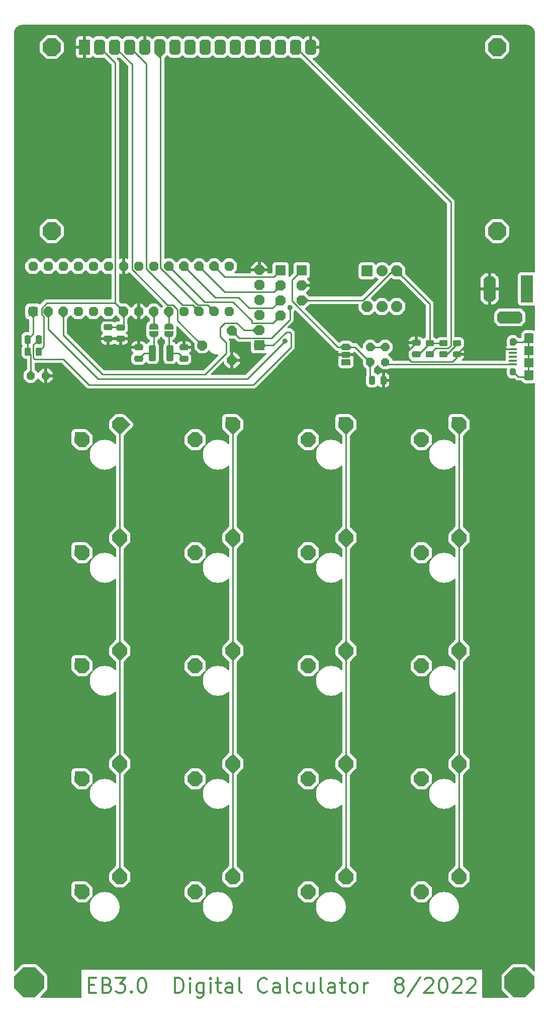
<source format=gbr>
%TF.GenerationSoftware,KiCad,Pcbnew,(6.0.7)*%
%TF.CreationDate,2022-08-27T21:19:22-07:00*%
%TF.ProjectId,EB3,4542332e-6b69-4636-9164-5f7063625858,rev?*%
%TF.SameCoordinates,Original*%
%TF.FileFunction,Copper,L1,Top*%
%TF.FilePolarity,Positive*%
%FSLAX46Y46*%
G04 Gerber Fmt 4.6, Leading zero omitted, Abs format (unit mm)*
G04 Created by KiCad (PCBNEW (6.0.7)) date 2022-08-27 21:19:22*
%MOMM*%
%LPD*%
G01*
G04 APERTURE LIST*
G04 Aperture macros list*
%AMRoundRect*
0 Rectangle with rounded corners*
0 $1 Rounding radius*
0 $2 $3 $4 $5 $6 $7 $8 $9 X,Y pos of 4 corners*
0 Add a 4 corners polygon primitive as box body*
4,1,4,$2,$3,$4,$5,$6,$7,$8,$9,$2,$3,0*
0 Add four circle primitives for the rounded corners*
1,1,$1+$1,$2,$3*
1,1,$1+$1,$4,$5*
1,1,$1+$1,$6,$7*
1,1,$1+$1,$8,$9*
0 Add four rect primitives between the rounded corners*
20,1,$1+$1,$2,$3,$4,$5,0*
20,1,$1+$1,$4,$5,$6,$7,0*
20,1,$1+$1,$6,$7,$8,$9,0*
20,1,$1+$1,$8,$9,$2,$3,0*%
%AMFreePoly0*
4,1,17,0.442893,0.460355,0.610355,0.292893,0.625000,0.257538,0.625000,-0.257538,0.610355,-0.292893,0.442893,-0.460355,0.407538,-0.475000,-0.407538,-0.475000,-0.442893,-0.460355,-0.610355,-0.292893,-0.625000,-0.257538,-0.625000,0.257538,-0.610355,0.292893,-0.442893,0.460355,-0.407538,0.475000,0.407538,0.475000,0.442893,0.460355,0.442893,0.460355,$1*%
%AMFreePoly1*
4,1,17,0.275320,0.760355,0.430356,0.605320,0.445000,0.569965,0.445000,-0.569965,0.430356,-0.605320,0.275320,-0.760355,0.239965,-0.775000,-0.239965,-0.775000,-0.275320,-0.760356,-0.430355,-0.605320,-0.445000,-0.569965,-0.445000,0.569965,-0.430355,0.605320,-0.275320,0.760356,-0.239965,0.775000,0.239965,0.775000,0.275320,0.760355,0.275320,0.760355,$1*%
%AMFreePoly2*
4,1,13,0.885355,0.885355,0.900000,0.850000,0.900000,-0.850000,0.885355,-0.885355,0.850000,-0.900000,-0.850000,-0.900000,-0.885355,-0.885355,-0.900000,-0.850000,-0.900000,0.850000,-0.885355,0.885355,-0.850000,0.900000,0.850000,0.900000,0.885355,0.885355,0.885355,0.885355,$1*%
%AMFreePoly3*
4,1,17,0.387437,0.885355,0.885355,0.387437,0.900000,0.352082,0.900000,-0.352082,0.885355,-0.387438,0.387437,-0.885355,0.352082,-0.900000,-0.352082,-0.900000,-0.387438,-0.885355,-0.885355,-0.387437,-0.900000,-0.352082,-0.900000,0.352082,-0.885355,0.387437,-0.387438,0.885355,-0.352082,0.900000,0.352082,0.900000,0.387437,0.885355,0.387437,0.885355,$1*%
%AMFreePoly4*
4,1,13,0.510355,0.735355,0.525000,0.700000,0.525000,-0.700000,0.510355,-0.735355,0.475000,-0.750000,-0.475000,-0.750000,-0.510355,-0.735355,-0.525000,-0.700000,-0.525000,0.700000,-0.510355,0.735355,-0.475000,0.750000,0.475000,0.750000,0.510355,0.735355,0.510355,0.735355,$1*%
%AMFreePoly5*
4,1,17,0.322183,0.735355,0.510355,0.547183,0.525000,0.511828,0.525000,-0.511828,0.510355,-0.547184,0.322183,-0.735355,0.286828,-0.750000,-0.286828,-0.750000,-0.322184,-0.735355,-0.510355,-0.547183,-0.525000,-0.511828,-0.525000,0.511828,-0.510355,0.547183,-0.322184,0.735355,-0.286828,0.750000,0.286828,0.750000,0.322183,0.735355,0.322183,0.735355,$1*%
%AMFreePoly6*
4,1,13,0.785355,0.785355,0.800000,0.750000,0.800000,-0.750000,0.785355,-0.785355,0.750000,-0.800000,-0.750000,-0.800000,-0.785355,-0.785355,-0.800000,-0.750000,-0.800000,0.750000,-0.785355,0.785355,-0.750000,0.800000,0.750000,0.800000,0.785355,0.785355,0.785355,0.785355,$1*%
%AMFreePoly7*
4,1,17,0.346016,0.785355,0.785355,0.346016,0.800000,0.310661,0.800000,-0.310661,0.785355,-0.346016,0.346016,-0.785355,0.310661,-0.800000,-0.310661,-0.800000,-0.346016,-0.785355,-0.785355,-0.346016,-0.800000,-0.310661,-0.800000,0.310661,-0.785355,0.346016,-0.346016,0.785355,-0.310661,0.800000,0.310661,0.800000,0.346016,0.785355,0.346016,0.785355,$1*%
%AMFreePoly8*
4,1,17,0.350158,0.795355,0.795356,0.350158,0.810000,0.314803,0.810000,-0.314803,0.795356,-0.350158,0.350158,-0.795355,0.314803,-0.810000,-0.314803,-0.810000,-0.350158,-0.795356,-0.795355,-0.350158,-0.810000,-0.314803,-0.810000,0.314803,-0.795355,0.350158,-0.350158,0.795356,-0.314803,0.810000,0.314803,0.810000,0.350158,0.795355,0.350158,0.795355,$1*%
%AMFreePoly9*
4,1,20,0.000000,0.744959,0.073905,0.744508,0.209726,0.703889,0.328688,0.626782,0.421226,0.519385,0.479903,0.390333,0.500000,0.250000,0.500000,-0.250000,0.499851,-0.262216,0.476331,-0.402017,0.414519,-0.529596,0.319384,-0.634700,0.198574,-0.708877,0.061801,-0.746166,0.000000,-0.745033,0.000000,-0.750000,-0.500000,-0.750000,-0.500000,0.750000,0.000000,0.750000,0.000000,0.744959,
0.000000,0.744959,$1*%
%AMFreePoly10*
4,1,22,0.500000,-0.750000,0.000000,-0.750000,0.000000,-0.745033,-0.079941,-0.743568,-0.215256,-0.701293,-0.333266,-0.622738,-0.424486,-0.514219,-0.481581,-0.384460,-0.499164,-0.250000,-0.500000,-0.250000,-0.500000,0.250000,-0.499164,0.250000,-0.499963,0.256109,-0.478152,0.396186,-0.417904,0.524511,-0.324060,0.630769,-0.204165,0.706417,-0.067858,0.745374,0.000000,0.744959,0.000000,0.750000,
0.500000,0.750000,0.500000,-0.750000,0.500000,-0.750000,$1*%
%AMFreePoly11*
4,1,17,0.304594,0.685355,0.685355,0.304594,0.700000,0.269239,0.700000,-0.269239,0.685355,-0.304595,0.304594,-0.685355,0.269239,-0.700000,-0.269239,-0.700000,-0.304595,-0.685355,-0.685355,-0.304594,-0.700000,-0.269239,-0.700000,0.269239,-0.685355,0.304594,-0.304595,0.685355,-0.269239,0.700000,0.269239,0.700000,0.304594,0.685355,0.304594,0.685355,$1*%
%AMFreePoly12*
4,1,13,0.835355,0.835355,0.850000,0.800000,0.850000,-0.800000,0.835355,-0.835355,0.800000,-0.850000,-0.800000,-0.850000,-0.835355,-0.835355,-0.850000,-0.800000,-0.850000,0.800000,-0.835355,0.835355,-0.800000,0.850000,0.800000,0.850000,0.835355,0.835355,0.835355,0.835355,$1*%
%AMFreePoly13*
4,1,17,0.366726,0.835355,0.835355,0.366726,0.850000,0.331371,0.850000,-0.331371,0.835355,-0.366727,0.366726,-0.835355,0.331371,-0.850000,-0.331371,-0.850000,-0.366727,-0.835355,-0.835355,-0.366726,-0.850000,-0.331371,-0.850000,0.331371,-0.835355,0.366726,-0.366727,0.835355,-0.331371,0.850000,0.331371,0.850000,0.366726,0.835355,0.366726,0.835355,$1*%
%AMFreePoly14*
4,1,13,2.285355,0.985355,2.300000,0.950000,2.300000,-0.950000,2.285355,-0.985355,2.250000,-1.000000,-2.250000,-1.000000,-2.285355,-0.985355,-2.300000,-0.950000,-2.300000,0.950000,-2.285355,0.985355,-2.250000,1.000000,2.250000,1.000000,2.285355,0.985355,2.285355,0.985355,$1*%
%AMFreePoly15*
4,1,17,1.700431,0.985355,2.085356,0.600431,2.100000,0.565076,2.100000,-0.565076,2.085356,-0.600431,1.700431,-0.985355,1.665076,-1.000000,-1.665076,-1.000000,-1.700431,-0.985356,-2.085355,-0.600431,-2.100000,-0.565076,-2.100000,0.565076,-2.085355,0.600431,-1.700431,0.985356,-1.665076,1.000000,1.665076,1.000000,1.700431,0.985355,1.700431,0.985355,$1*%
%AMFreePoly16*
4,1,17,0.600431,2.085355,0.985356,1.700431,1.000000,1.665076,1.000000,-1.665076,0.985356,-1.700431,0.600431,-2.085355,0.565076,-2.100000,-0.565076,-2.100000,-0.600431,-2.085356,-0.985355,-1.700431,-1.000000,-1.665076,-1.000000,1.665076,-0.985355,1.700431,-0.600431,2.085356,-0.565076,2.100000,0.565076,2.100000,0.600431,2.085355,0.600431,2.085355,$1*%
%AMFreePoly17*
4,1,17,1.050179,2.485355,2.485355,1.050179,2.500000,1.014824,2.500000,-1.014824,2.485355,-1.050180,1.050179,-2.485355,1.014824,-2.500000,-1.014824,-2.500000,-1.050180,-2.485355,-2.485355,-1.050179,-2.500000,-1.014824,-2.500000,1.014824,-2.485355,1.050179,-1.050180,2.485355,-1.014824,2.500000,1.014824,2.500000,1.050179,2.485355,1.050179,2.485355,$1*%
%AMFreePoly18*
4,1,17,0.635965,1.485355,1.485355,0.635965,1.500000,0.600610,1.500000,-0.600610,1.485355,-0.635965,0.635965,-1.485355,0.600610,-1.500000,-0.600610,-1.500000,-0.635965,-1.485355,-1.485355,-0.635965,-1.500000,-0.600610,-1.500000,0.600610,-1.485355,0.635965,-0.635965,1.485355,-0.600610,1.500000,0.600610,1.500000,0.635965,1.485355,0.635965,1.485355,$1*%
%AMFreePoly19*
4,1,13,0.885355,1.285355,0.900000,1.250000,0.900000,-1.250000,0.885355,-1.285355,0.850000,-1.300000,-0.850000,-1.300000,-0.885355,-1.285355,-0.900000,-1.250000,-0.900000,1.250000,-0.885355,1.285355,-0.850000,1.300000,0.850000,1.300000,0.885355,1.285355,0.885355,1.285355,$1*%
%AMFreePoly20*
4,1,17,0.541853,1.285355,0.885355,0.941853,0.900000,0.906498,0.900000,-0.906498,0.885355,-0.941853,0.541853,-1.285355,0.506498,-1.300000,-0.506498,-1.300000,-0.541853,-1.285355,-0.885355,-0.941853,-0.900000,-0.906498,-0.900000,0.906498,-0.885355,0.941853,-0.541853,1.285355,-0.506498,1.300000,0.506498,1.300000,0.541853,1.285355,0.541853,1.285355,$1*%
%AMFreePoly21*
4,1,17,0.532412,1.235355,1.235356,0.532412,1.250000,0.497057,1.250000,-0.497057,1.235356,-0.532412,0.532412,-1.235355,0.497057,-1.250000,-0.497057,-1.250000,-0.532412,-1.235356,-1.235355,-0.532412,-1.250000,-0.497057,-1.250000,0.497057,-1.235355,0.532412,-0.532412,1.235356,-0.497057,1.250000,0.497057,1.250000,0.532412,1.235355,0.532412,1.235355,$1*%
G04 Aperture macros list end*
%ADD10C,0.300000*%
%TA.AperFunction,NonConductor*%
%ADD11C,0.300000*%
%TD*%
%TA.AperFunction,SMDPad,CuDef*%
%ADD12R,1.350000X0.400000*%
%TD*%
%TA.AperFunction,SMDPad,CuDef*%
%ADD13R,1.550000X1.200000*%
%TD*%
%TA.AperFunction,ComponentPad*%
%ADD14FreePoly0,90.000000*%
%TD*%
%TA.AperFunction,SMDPad,CuDef*%
%ADD15R,1.550000X1.500000*%
%TD*%
%TA.AperFunction,ComponentPad*%
%ADD16FreePoly1,90.000000*%
%TD*%
%TA.AperFunction,ComponentPad*%
%ADD17FreePoly2,0.000000*%
%TD*%
%TA.AperFunction,ComponentPad*%
%ADD18FreePoly3,90.000000*%
%TD*%
%TA.AperFunction,ComponentPad*%
%ADD19FreePoly3,0.000000*%
%TD*%
%TA.AperFunction,SMDPad,CuDef*%
%ADD20RoundRect,0.250000X0.325000X1.100000X-0.325000X1.100000X-0.325000X-1.100000X0.325000X-1.100000X0*%
%TD*%
%TA.AperFunction,ComponentPad*%
%ADD21FreePoly4,90.000000*%
%TD*%
%TA.AperFunction,ComponentPad*%
%ADD22FreePoly5,90.000000*%
%TD*%
%TA.AperFunction,ComponentPad*%
%ADD23FreePoly6,90.000000*%
%TD*%
%TA.AperFunction,ComponentPad*%
%ADD24FreePoly7,90.000000*%
%TD*%
%TA.AperFunction,ComponentPad*%
%ADD25FreePoly8,180.000000*%
%TD*%
%TA.AperFunction,SMDPad,CuDef*%
%ADD26RoundRect,0.250000X0.262500X0.450000X-0.262500X0.450000X-0.262500X-0.450000X0.262500X-0.450000X0*%
%TD*%
%TA.AperFunction,SMDPad,CuDef*%
%ADD27RoundRect,0.250000X0.450000X-0.262500X0.450000X0.262500X-0.450000X0.262500X-0.450000X-0.262500X0*%
%TD*%
%TA.AperFunction,SMDPad,CuDef*%
%ADD28FreePoly9,270.000000*%
%TD*%
%TA.AperFunction,SMDPad,CuDef*%
%ADD29FreePoly10,270.000000*%
%TD*%
%TA.AperFunction,ComponentPad*%
%ADD30FreePoly11,180.000000*%
%TD*%
%TA.AperFunction,ComponentPad*%
%ADD31FreePoly11,270.000000*%
%TD*%
%TA.AperFunction,ComponentPad*%
%ADD32FreePoly12,0.000000*%
%TD*%
%TA.AperFunction,ComponentPad*%
%ADD33FreePoly13,0.000000*%
%TD*%
%TA.AperFunction,ComponentPad*%
%ADD34FreePoly12,180.000000*%
%TD*%
%TA.AperFunction,ComponentPad*%
%ADD35FreePoly13,180.000000*%
%TD*%
%TA.AperFunction,ComponentPad*%
%ADD36FreePoly14,270.000000*%
%TD*%
%TA.AperFunction,ComponentPad*%
%ADD37FreePoly15,270.000000*%
%TD*%
%TA.AperFunction,ComponentPad*%
%ADD38FreePoly16,270.000000*%
%TD*%
%TA.AperFunction,SMDPad,CuDef*%
%ADD39RoundRect,0.243750X0.456250X-0.243750X0.456250X0.243750X-0.456250X0.243750X-0.456250X-0.243750X0*%
%TD*%
%TA.AperFunction,SMDPad,CuDef*%
%ADD40RoundRect,0.250000X0.250000X0.475000X-0.250000X0.475000X-0.250000X-0.475000X0.250000X-0.475000X0*%
%TD*%
%TA.AperFunction,SMDPad,CuDef*%
%ADD41RoundRect,0.250000X0.475000X-0.250000X0.475000X0.250000X-0.475000X0.250000X-0.475000X-0.250000X0*%
%TD*%
%TA.AperFunction,SMDPad,CuDef*%
%ADD42RoundRect,0.250000X-0.475000X0.250000X-0.475000X-0.250000X0.475000X-0.250000X0.475000X0.250000X0*%
%TD*%
%TA.AperFunction,SMDPad,CuDef*%
%ADD43RoundRect,0.250000X-0.250000X-0.475000X0.250000X-0.475000X0.250000X0.475000X-0.250000X0.475000X0*%
%TD*%
%TA.AperFunction,ComponentPad*%
%ADD44FreePoly17,0.000000*%
%TD*%
%TA.AperFunction,ComponentPad*%
%ADD45FreePoly18,0.000000*%
%TD*%
%TA.AperFunction,ComponentPad*%
%ADD46FreePoly19,0.000000*%
%TD*%
%TA.AperFunction,ComponentPad*%
%ADD47FreePoly20,0.000000*%
%TD*%
%TA.AperFunction,ComponentPad*%
%ADD48FreePoly21,0.000000*%
%TD*%
%TA.AperFunction,ViaPad*%
%ADD49C,0.800000*%
%TD*%
%TA.AperFunction,Conductor*%
%ADD50C,0.250000*%
%TD*%
G04 APERTURE END LIST*
D10*
D11*
X89419999Y-187781428D02*
X90253333Y-187781428D01*
X90610476Y-189090952D02*
X89419999Y-189090952D01*
X89419999Y-186590952D01*
X90610476Y-186590952D01*
X92515238Y-187781428D02*
X92872380Y-187900476D01*
X92991428Y-188019523D01*
X93110476Y-188257619D01*
X93110476Y-188614761D01*
X92991428Y-188852857D01*
X92872380Y-188971904D01*
X92634285Y-189090952D01*
X91681904Y-189090952D01*
X91681904Y-186590952D01*
X92515238Y-186590952D01*
X92753333Y-186710000D01*
X92872380Y-186829047D01*
X92991428Y-187067142D01*
X92991428Y-187305238D01*
X92872380Y-187543333D01*
X92753333Y-187662380D01*
X92515238Y-187781428D01*
X91681904Y-187781428D01*
X93943809Y-186590952D02*
X95491428Y-186590952D01*
X94658095Y-187543333D01*
X95015238Y-187543333D01*
X95253333Y-187662380D01*
X95372380Y-187781428D01*
X95491428Y-188019523D01*
X95491428Y-188614761D01*
X95372380Y-188852857D01*
X95253333Y-188971904D01*
X95015238Y-189090952D01*
X94300952Y-189090952D01*
X94062857Y-188971904D01*
X93943809Y-188852857D01*
X96562857Y-188852857D02*
X96681904Y-188971904D01*
X96562857Y-189090952D01*
X96443809Y-188971904D01*
X96562857Y-188852857D01*
X96562857Y-189090952D01*
X98229523Y-186590952D02*
X98467619Y-186590952D01*
X98705714Y-186710000D01*
X98824761Y-186829047D01*
X98943809Y-187067142D01*
X99062857Y-187543333D01*
X99062857Y-188138571D01*
X98943809Y-188614761D01*
X98824761Y-188852857D01*
X98705714Y-188971904D01*
X98467619Y-189090952D01*
X98229523Y-189090952D01*
X97991428Y-188971904D01*
X97872380Y-188852857D01*
X97753333Y-188614761D01*
X97634285Y-188138571D01*
X97634285Y-187543333D01*
X97753333Y-187067142D01*
X97872380Y-186829047D01*
X97991428Y-186710000D01*
X98229523Y-186590952D01*
X103943809Y-189090952D02*
X103943809Y-186590952D01*
X104539047Y-186590952D01*
X104896190Y-186710000D01*
X105134285Y-186948095D01*
X105253333Y-187186190D01*
X105372380Y-187662380D01*
X105372380Y-188019523D01*
X105253333Y-188495714D01*
X105134285Y-188733809D01*
X104896190Y-188971904D01*
X104539047Y-189090952D01*
X103943809Y-189090952D01*
X106443809Y-189090952D02*
X106443809Y-187424285D01*
X106443809Y-186590952D02*
X106324761Y-186710000D01*
X106443809Y-186829047D01*
X106562857Y-186710000D01*
X106443809Y-186590952D01*
X106443809Y-186829047D01*
X108705714Y-187424285D02*
X108705714Y-189448095D01*
X108586666Y-189686190D01*
X108467619Y-189805238D01*
X108229523Y-189924285D01*
X107872380Y-189924285D01*
X107634285Y-189805238D01*
X108705714Y-188971904D02*
X108467619Y-189090952D01*
X107991428Y-189090952D01*
X107753333Y-188971904D01*
X107634285Y-188852857D01*
X107515238Y-188614761D01*
X107515238Y-187900476D01*
X107634285Y-187662380D01*
X107753333Y-187543333D01*
X107991428Y-187424285D01*
X108467619Y-187424285D01*
X108705714Y-187543333D01*
X109896190Y-189090952D02*
X109896190Y-187424285D01*
X109896190Y-186590952D02*
X109777142Y-186710000D01*
X109896190Y-186829047D01*
X110015238Y-186710000D01*
X109896190Y-186590952D01*
X109896190Y-186829047D01*
X110729523Y-187424285D02*
X111681904Y-187424285D01*
X111086666Y-186590952D02*
X111086666Y-188733809D01*
X111205714Y-188971904D01*
X111443809Y-189090952D01*
X111681904Y-189090952D01*
X113586666Y-189090952D02*
X113586666Y-187781428D01*
X113467619Y-187543333D01*
X113229523Y-187424285D01*
X112753333Y-187424285D01*
X112515238Y-187543333D01*
X113586666Y-188971904D02*
X113348571Y-189090952D01*
X112753333Y-189090952D01*
X112515238Y-188971904D01*
X112396190Y-188733809D01*
X112396190Y-188495714D01*
X112515238Y-188257619D01*
X112753333Y-188138571D01*
X113348571Y-188138571D01*
X113586666Y-188019523D01*
X115134285Y-189090952D02*
X114896190Y-188971904D01*
X114777142Y-188733809D01*
X114777142Y-186590952D01*
X119419999Y-188852857D02*
X119300952Y-188971904D01*
X118943809Y-189090952D01*
X118705714Y-189090952D01*
X118348571Y-188971904D01*
X118110476Y-188733809D01*
X117991428Y-188495714D01*
X117872380Y-188019523D01*
X117872380Y-187662380D01*
X117991428Y-187186190D01*
X118110476Y-186948095D01*
X118348571Y-186710000D01*
X118705714Y-186590952D01*
X118943809Y-186590952D01*
X119300952Y-186710000D01*
X119419999Y-186829047D01*
X121562857Y-189090952D02*
X121562857Y-187781428D01*
X121443809Y-187543333D01*
X121205714Y-187424285D01*
X120729523Y-187424285D01*
X120491428Y-187543333D01*
X121562857Y-188971904D02*
X121324761Y-189090952D01*
X120729523Y-189090952D01*
X120491428Y-188971904D01*
X120372380Y-188733809D01*
X120372380Y-188495714D01*
X120491428Y-188257619D01*
X120729523Y-188138571D01*
X121324761Y-188138571D01*
X121562857Y-188019523D01*
X123110476Y-189090952D02*
X122872380Y-188971904D01*
X122753333Y-188733809D01*
X122753333Y-186590952D01*
X125134285Y-188971904D02*
X124896190Y-189090952D01*
X124419999Y-189090952D01*
X124181904Y-188971904D01*
X124062857Y-188852857D01*
X123943809Y-188614761D01*
X123943809Y-187900476D01*
X124062857Y-187662380D01*
X124181904Y-187543333D01*
X124419999Y-187424285D01*
X124896190Y-187424285D01*
X125134285Y-187543333D01*
X127277142Y-187424285D02*
X127277142Y-189090952D01*
X126205714Y-187424285D02*
X126205714Y-188733809D01*
X126324761Y-188971904D01*
X126562857Y-189090952D01*
X126919999Y-189090952D01*
X127158095Y-188971904D01*
X127277142Y-188852857D01*
X128824761Y-189090952D02*
X128586666Y-188971904D01*
X128467619Y-188733809D01*
X128467619Y-186590952D01*
X130848571Y-189090952D02*
X130848571Y-187781428D01*
X130729523Y-187543333D01*
X130491428Y-187424285D01*
X130015238Y-187424285D01*
X129777142Y-187543333D01*
X130848571Y-188971904D02*
X130610476Y-189090952D01*
X130015238Y-189090952D01*
X129777142Y-188971904D01*
X129658095Y-188733809D01*
X129658095Y-188495714D01*
X129777142Y-188257619D01*
X130015238Y-188138571D01*
X130610476Y-188138571D01*
X130848571Y-188019523D01*
X131681904Y-187424285D02*
X132634285Y-187424285D01*
X132039047Y-186590952D02*
X132039047Y-188733809D01*
X132158095Y-188971904D01*
X132396190Y-189090952D01*
X132634285Y-189090952D01*
X133824761Y-189090952D02*
X133586666Y-188971904D01*
X133467619Y-188852857D01*
X133348571Y-188614761D01*
X133348571Y-187900476D01*
X133467619Y-187662380D01*
X133586666Y-187543333D01*
X133824761Y-187424285D01*
X134181904Y-187424285D01*
X134419999Y-187543333D01*
X134539047Y-187662380D01*
X134658095Y-187900476D01*
X134658095Y-188614761D01*
X134539047Y-188852857D01*
X134419999Y-188971904D01*
X134181904Y-189090952D01*
X133824761Y-189090952D01*
X135729523Y-189090952D02*
X135729523Y-187424285D01*
X135729523Y-187900476D02*
X135848571Y-187662380D01*
X135967619Y-187543333D01*
X136205714Y-187424285D01*
X136443809Y-187424285D01*
X141443809Y-187662380D02*
X141205714Y-187543333D01*
X141086666Y-187424285D01*
X140967619Y-187186190D01*
X140967619Y-187067142D01*
X141086666Y-186829047D01*
X141205714Y-186710000D01*
X141443809Y-186590952D01*
X141919999Y-186590952D01*
X142158095Y-186710000D01*
X142277142Y-186829047D01*
X142396190Y-187067142D01*
X142396190Y-187186190D01*
X142277142Y-187424285D01*
X142158095Y-187543333D01*
X141919999Y-187662380D01*
X141443809Y-187662380D01*
X141205714Y-187781428D01*
X141086666Y-187900476D01*
X140967619Y-188138571D01*
X140967619Y-188614761D01*
X141086666Y-188852857D01*
X141205714Y-188971904D01*
X141443809Y-189090952D01*
X141919999Y-189090952D01*
X142158095Y-188971904D01*
X142277142Y-188852857D01*
X142396190Y-188614761D01*
X142396190Y-188138571D01*
X142277142Y-187900476D01*
X142158095Y-187781428D01*
X141919999Y-187662380D01*
X145253333Y-186471904D02*
X143110476Y-189686190D01*
X145967619Y-186829047D02*
X146086666Y-186710000D01*
X146324761Y-186590952D01*
X146919999Y-186590952D01*
X147158095Y-186710000D01*
X147277142Y-186829047D01*
X147396190Y-187067142D01*
X147396190Y-187305238D01*
X147277142Y-187662380D01*
X145848571Y-189090952D01*
X147396190Y-189090952D01*
X148943809Y-186590952D02*
X149181904Y-186590952D01*
X149419999Y-186710000D01*
X149539047Y-186829047D01*
X149658095Y-187067142D01*
X149777142Y-187543333D01*
X149777142Y-188138571D01*
X149658095Y-188614761D01*
X149539047Y-188852857D01*
X149419999Y-188971904D01*
X149181904Y-189090952D01*
X148943809Y-189090952D01*
X148705714Y-188971904D01*
X148586666Y-188852857D01*
X148467619Y-188614761D01*
X148348571Y-188138571D01*
X148348571Y-187543333D01*
X148467619Y-187067142D01*
X148586666Y-186829047D01*
X148705714Y-186710000D01*
X148943809Y-186590952D01*
X150729523Y-186829047D02*
X150848571Y-186710000D01*
X151086666Y-186590952D01*
X151681904Y-186590952D01*
X151919999Y-186710000D01*
X152039047Y-186829047D01*
X152158095Y-187067142D01*
X152158095Y-187305238D01*
X152039047Y-187662380D01*
X150610476Y-189090952D01*
X152158095Y-189090952D01*
X153110476Y-186829047D02*
X153229523Y-186710000D01*
X153467619Y-186590952D01*
X154062857Y-186590952D01*
X154300952Y-186710000D01*
X154419999Y-186829047D01*
X154539047Y-187067142D01*
X154539047Y-187305238D01*
X154419999Y-187662380D01*
X152991428Y-189090952D01*
X154539047Y-189090952D01*
D12*
%TO.P,J2,1,VBUS*%
%TO.N,/+5V_input*%
X160814000Y-83215000D03*
%TO.P,J2,2,D-*%
%TO.N,unconnected-(J2-Pad2)*%
X160814000Y-82565000D03*
%TO.P,J2,3,D+*%
%TO.N,unconnected-(J2-Pad3)*%
X160814000Y-81915000D03*
%TO.P,J2,4,ID*%
%TO.N,unconnected-(J2-Pad4)*%
X160814000Y-81265000D03*
%TO.P,J2,5,GND*%
%TO.N,GND*%
X160814000Y-80615000D03*
D13*
%TO.P,J2,6,Shield*%
%TO.N,unconnected-(J2-Pad6)*%
X163514000Y-84815000D03*
D14*
X160814000Y-79415000D03*
D15*
X163514000Y-80915000D03*
D16*
X163514000Y-78415000D03*
D13*
X163514000Y-79015000D03*
D14*
X160814000Y-84415000D03*
D15*
X163514000Y-82915000D03*
D16*
X163514000Y-85415000D03*
%TD*%
D17*
%TO.P,SW1,1,A*%
%TO.N,/+5V_input*%
X136261500Y-67435500D03*
D18*
%TO.P,SW1,3*%
%TO.N,N/C*%
X138761500Y-67435500D03*
D19*
%TO.P,SW1,2,B*%
%TO.N,+5V*%
X141261500Y-67435500D03*
%TO.P,SW1,4*%
%TO.N,N/C*%
X136261500Y-73435500D03*
%TO.P,SW1,5*%
X138761500Y-73435500D03*
%TO.P,SW1,6*%
X141261500Y-73435500D03*
%TD*%
D20*
%TO.P,Y1,2,2*%
%TO.N,Net-(C1-Pad1)*%
X100125000Y-81280000D03*
%TO.P,Y1,1,1*%
%TO.N,Net-(C6-Pad1)*%
X103075000Y-81280000D03*
%TD*%
D21*
%TO.P,U2,1,VO*%
%TO.N,/+5V_input*%
X132694000Y-82804000D03*
D22*
%TO.P,U2,2,GND*%
%TO.N,GND*%
X132694000Y-81534000D03*
%TO.P,U2,3,VI*%
%TO.N,+9V*%
X132694000Y-80264000D03*
%TD*%
D23*
%TO.P,U1,1,~{RESET}/PC6*%
%TO.N,PC6*%
X80020000Y-74285000D03*
D24*
%TO.P,U1,2,PD0*%
%TO.N,RX*%
X82560000Y-74285000D03*
%TO.P,U1,3,PD1*%
%TO.N,TX*%
X85100000Y-74285000D03*
%TO.P,U1,4,PD2*%
%TO.N,PD2*%
X87640000Y-74285000D03*
%TO.P,U1,5,PD3*%
%TO.N,PD3*%
X90180000Y-74285000D03*
%TO.P,U1,6,PD4*%
%TO.N,PD4*%
X92720000Y-74285000D03*
%TO.P,U1,7,VCC*%
%TO.N,+5V*%
X95260000Y-74285000D03*
%TO.P,U1,8,GND*%
%TO.N,GND*%
X97800000Y-74285000D03*
%TO.P,U1,9,XTAL1/PB6*%
%TO.N,Net-(U1-Pad9)*%
X100340000Y-74285000D03*
%TO.P,U1,10,XTAL2/PB7*%
%TO.N,Net-(U1-Pad10)*%
X102880000Y-74285000D03*
%TO.P,U1,11,PD5*%
%TO.N,PD5*%
X105420000Y-74285000D03*
%TO.P,U1,12,PD6*%
%TO.N,PD6*%
X107960000Y-74285000D03*
%TO.P,U1,13,PD7*%
%TO.N,PD7*%
X110500000Y-74285000D03*
%TO.P,U1,14,PB0*%
%TO.N,PB0*%
X113040000Y-74285000D03*
%TO.P,U1,15,PB1*%
%TO.N,PB1*%
X113040000Y-66665000D03*
%TO.P,U1,16,PB2*%
%TO.N,PB2*%
X110500000Y-66665000D03*
%TO.P,U1,17,PB3*%
%TO.N,PB3*%
X107960000Y-66665000D03*
%TO.P,U1,18,PB4*%
%TO.N,PB4*%
X105420000Y-66665000D03*
%TO.P,U1,19,PB5*%
%TO.N,PB5*%
X102880000Y-66665000D03*
%TO.P,U1,20,AVCC*%
%TO.N,+5V*%
X100340000Y-66665000D03*
%TO.P,U1,21,AREF*%
%TO.N,unconnected-(U1-Pad21)*%
X97800000Y-66665000D03*
%TO.P,U1,22,GND*%
%TO.N,GND*%
X95260000Y-66665000D03*
%TO.P,U1,23,PC0*%
%TO.N,PC0*%
X92720000Y-66665000D03*
%TO.P,U1,24,PC1*%
%TO.N,PC1*%
X90180000Y-66665000D03*
%TO.P,U1,25,PC2*%
%TO.N,PC2*%
X87640000Y-66665000D03*
%TO.P,U1,26,PC3*%
%TO.N,PC3*%
X85100000Y-66665000D03*
%TO.P,U1,27,PC4*%
%TO.N,PC4*%
X82560000Y-66665000D03*
%TO.P,U1,28,PC5*%
%TO.N,PC5*%
X80020000Y-66665000D03*
%TD*%
D25*
%TO.P,RV1,1,1*%
%TO.N,+5V*%
X113498000Y-77510000D03*
%TO.P,RV1,2,2*%
%TO.N,Net-(DS1-Pad3)*%
X108498000Y-80010000D03*
%TO.P,RV1,3,3*%
%TO.N,GND*%
X113498000Y-82510000D03*
%TD*%
D26*
%TO.P,R3,1*%
%TO.N,+5V*%
X80922500Y-81026000D03*
%TO.P,R3,2*%
%TO.N,PC6*%
X79097500Y-81026000D03*
%TD*%
D27*
%TO.P,R2,2*%
%TO.N,+5V*%
X146812000Y-79629000D03*
%TO.P,R2,1*%
%TO.N,Net-(DS1-Pad15)*%
X146812000Y-81454000D03*
%TD*%
%TO.P,R1,2*%
%TO.N,+5V*%
X149098000Y-79629000D03*
%TO.P,R1,1*%
%TO.N,Net-(D1-Pad2)*%
X149098000Y-81454000D03*
%TD*%
D28*
%TO.P,JP5,2,B*%
%TO.N,Net-(C6-Pad1)*%
X102870000Y-78120000D03*
D29*
%TO.P,JP5,1,A*%
%TO.N,Net-(U1-Pad10)*%
X102870000Y-76820000D03*
%TD*%
D30*
%TO.P,JP4,1,A*%
%TO.N,GND*%
X82149000Y-85090000D03*
%TO.P,JP4,2,B*%
%TO.N,PC6*%
X79609000Y-85090000D03*
%TD*%
D28*
%TO.P,JP3,2,B*%
%TO.N,Net-(C1-Pad1)*%
X100330000Y-78135000D03*
D29*
%TO.P,JP3,1,A*%
%TO.N,Net-(U1-Pad9)*%
X100330000Y-76835000D03*
%TD*%
D31*
%TO.P,JP2,1,A*%
%TO.N,Net-(J1-Pad1)*%
X136779000Y-80264000D03*
%TO.P,JP2,2,B*%
%TO.N,+9V*%
X136779000Y-82804000D03*
%TD*%
%TO.P,JP1,2,B*%
%TO.N,/+5V_input*%
X139319000Y-82804000D03*
%TO.P,JP1,1,A*%
%TO.N,Net-(J1-Pad1)*%
X139319000Y-80264000D03*
%TD*%
D32*
%TO.P,J5,1,Pin_1*%
%TO.N,PB2*%
X121691000Y-67320000D03*
D33*
%TO.P,J5,2,Pin_2*%
%TO.N,PB3*%
X121691000Y-69860000D03*
%TO.P,J5,3,Pin_3*%
%TO.N,PB4*%
X121691000Y-72400000D03*
%TO.P,J5,4,Pin_4*%
%TO.N,PB5*%
X121691000Y-74940000D03*
%TD*%
%TO.P,J4,3,Pin_3*%
%TO.N,+5V*%
X125247000Y-72405000D03*
%TO.P,J4,2,Pin_2*%
%TO.N,GND*%
X125247000Y-69865000D03*
D32*
%TO.P,J4,1,Pin_1*%
%TO.N,+9V*%
X125247000Y-67325000D03*
%TD*%
D34*
%TO.P,J3,1,Pin_1*%
%TO.N,Net-(J3-Pad1)*%
X118085000Y-79985000D03*
D35*
%TO.P,J3,2,Pin_2*%
%TO.N,TX*%
X118085000Y-77445000D03*
%TO.P,J3,3,Pin_3*%
%TO.N,RX*%
X118085000Y-74905000D03*
%TO.P,J3,4,Pin_4*%
%TO.N,+5V*%
X118085000Y-72365000D03*
%TO.P,J3,5,Pin_5*%
%TO.N,unconnected-(J3-Pad5)*%
X118085000Y-69825000D03*
%TO.P,J3,6,Pin_6*%
%TO.N,GND*%
X118085000Y-67285000D03*
%TD*%
D36*
%TO.P,J1,1*%
%TO.N,Net-(J1-Pad1)*%
X163195000Y-70470000D03*
D37*
%TO.P,J1,2*%
%TO.N,GND*%
X156895000Y-70470000D03*
D38*
%TO.P,J1,3*%
%TO.N,N/C*%
X160295000Y-75270000D03*
%TD*%
D39*
%TO.P,D1,2,A*%
%TO.N,Net-(D1-Pad2)*%
X151384000Y-79604000D03*
%TO.P,D1,1,K*%
%TO.N,GND*%
X151384000Y-81479000D03*
%TD*%
D40*
%TO.P,C7,1*%
%TO.N,Net-(J3-Pad1)*%
X80960000Y-78994000D03*
%TO.P,C7,2*%
%TO.N,PC6*%
X79060000Y-78994000D03*
%TD*%
D41*
%TO.P,C6,1*%
%TO.N,Net-(C6-Pad1)*%
X105410000Y-82230000D03*
%TO.P,C6,2*%
%TO.N,GND*%
X105410000Y-80330000D03*
%TD*%
D42*
%TO.P,C5,1*%
%TO.N,+5V*%
X94742000Y-76962000D03*
%TO.P,C5,2*%
%TO.N,GND*%
X94742000Y-78862000D03*
%TD*%
%TO.P,C4,1*%
%TO.N,+5V*%
X92684600Y-76951800D03*
%TO.P,C4,2*%
%TO.N,GND*%
X92684600Y-78851800D03*
%TD*%
D41*
%TO.P,C3,2*%
%TO.N,GND*%
X144526000Y-79568000D03*
%TO.P,C3,1*%
%TO.N,+5V*%
X144526000Y-81468000D03*
%TD*%
D43*
%TO.P,C2,1*%
%TO.N,+9V*%
X137099000Y-85852000D03*
%TO.P,C2,2*%
%TO.N,GND*%
X138999000Y-85852000D03*
%TD*%
D41*
%TO.P,C1,1*%
%TO.N,Net-(C1-Pad1)*%
X97790000Y-82230000D03*
%TO.P,C1,2*%
%TO.N,GND*%
X97790000Y-80330000D03*
%TD*%
D44*
%TO.P,REF\u002A\u002A,1*%
%TO.N,N/C*%
X79375000Y-187325000D03*
%TD*%
D45*
%TO.P,DS1,*%
%TO.N,*%
X83150900Y-60728200D03*
X158149480Y-60728200D03*
X158150000Y-29727500D03*
X83150900Y-29727500D03*
D46*
%TO.P,DS1,1,VSS*%
%TO.N,GND*%
X88650000Y-29727500D03*
D47*
%TO.P,DS1,2,VDD*%
%TO.N,+5V*%
X91190000Y-29727500D03*
%TO.P,DS1,3,VO*%
%TO.N,Net-(DS1-Pad3)*%
X93730000Y-29727500D03*
%TO.P,DS1,4,RS*%
%TO.N,PD6*%
X96270000Y-29727500D03*
%TO.P,DS1,5,R/W*%
%TO.N,GND*%
X98810000Y-29727500D03*
%TO.P,DS1,6,E*%
%TO.N,PD7*%
X101350000Y-29727500D03*
%TO.P,DS1,7,D0*%
%TO.N,unconnected-(DS1-Pad7)*%
X103890000Y-29727500D03*
%TO.P,DS1,8,D1*%
%TO.N,unconnected-(DS1-Pad8)*%
X106430000Y-29727500D03*
%TO.P,DS1,9,D2*%
%TO.N,unconnected-(DS1-Pad9)*%
X108970000Y-29727500D03*
%TO.P,DS1,10,D3*%
%TO.N,unconnected-(DS1-Pad10)*%
X111510000Y-29727500D03*
%TO.P,DS1,11,D4*%
%TO.N,PD2*%
X114050000Y-29727500D03*
%TO.P,DS1,12,D5*%
%TO.N,PD3*%
X116590000Y-29727500D03*
%TO.P,DS1,13,D6*%
%TO.N,PD4*%
X119130000Y-29727500D03*
%TO.P,DS1,14,D7*%
%TO.N,PD5*%
X121670000Y-29727500D03*
%TO.P,DS1,15,LED(+)*%
%TO.N,Net-(DS1-Pad15)*%
X124210000Y-29727500D03*
%TO.P,DS1,16,LED(-)*%
%TO.N,GND*%
X126750000Y-29727500D03*
%TD*%
D48*
%TO.P,SW3,1,1*%
%TO.N,PC0*%
X88265000Y-95885000D03*
%TO.P,SW3,2,2*%
%TO.N,PB0*%
X94615000Y-93345000D03*
%TD*%
%TO.P,SW15,1,1*%
%TO.N,PC2*%
X126365000Y-133985000D03*
%TO.P,SW15,2,2*%
%TO.N,PB2*%
X132715000Y-131445000D03*
%TD*%
%TO.P,SW9,1,1*%
%TO.N,PC1*%
X107315000Y-114935000D03*
%TO.P,SW9,2,2*%
%TO.N,PB1*%
X113665000Y-112395000D03*
%TD*%
%TO.P,SW5,1,1*%
%TO.N,PC2*%
X88265000Y-133985000D03*
%TO.P,SW5,2,2*%
%TO.N,PB0*%
X94615000Y-131445000D03*
%TD*%
%TO.P,SW10,1,1*%
%TO.N,PC2*%
X107315000Y-133985000D03*
%TO.P,SW10,2,2*%
%TO.N,PB1*%
X113665000Y-131445000D03*
%TD*%
%TO.P,SW7,1,1*%
%TO.N,PC4*%
X88265000Y-172085000D03*
%TO.P,SW7,2,2*%
%TO.N,PB0*%
X94615000Y-169545000D03*
%TD*%
%TO.P,SW12,1,1*%
%TO.N,PC4*%
X107315000Y-172085000D03*
%TO.P,SW12,2,2*%
%TO.N,PB1*%
X113665000Y-169545000D03*
%TD*%
%TO.P,SW19,1,1*%
%TO.N,PC1*%
X145415000Y-114935000D03*
%TO.P,SW19,2,2*%
%TO.N,PB3*%
X151765000Y-112395000D03*
%TD*%
%TO.P,SW13,1,1*%
%TO.N,PC0*%
X126365000Y-95885000D03*
%TO.P,SW13,2,2*%
%TO.N,PB2*%
X132715000Y-93345000D03*
%TD*%
%TO.P,SW21,1,1*%
%TO.N,PC3*%
X145415000Y-153035000D03*
%TO.P,SW21,2,2*%
%TO.N,PB3*%
X151765000Y-150495000D03*
%TD*%
%TO.P,SW20,1,1*%
%TO.N,PC2*%
X145415000Y-133985000D03*
%TO.P,SW20,2,2*%
%TO.N,PB3*%
X151765000Y-131445000D03*
%TD*%
%TO.P,SW8,1,1*%
%TO.N,PC0*%
X107315000Y-95885000D03*
%TO.P,SW8,2,2*%
%TO.N,PB1*%
X113665000Y-93345000D03*
%TD*%
%TO.P,SW11,1,1*%
%TO.N,PC3*%
X107315000Y-153035000D03*
%TO.P,SW11,2,2*%
%TO.N,PB1*%
X113665000Y-150495000D03*
%TD*%
%TO.P,SW16,1,1*%
%TO.N,PC3*%
X126365000Y-153035000D03*
%TO.P,SW16,2,2*%
%TO.N,PB2*%
X132715000Y-150495000D03*
%TD*%
%TO.P,SW18,1,1*%
%TO.N,PC0*%
X145415000Y-95885000D03*
%TO.P,SW18,2,2*%
%TO.N,PB3*%
X151765000Y-93345000D03*
%TD*%
%TO.P,SW4,1,1*%
%TO.N,PC1*%
X88265000Y-114935000D03*
%TO.P,SW4,2,2*%
%TO.N,PB0*%
X94615000Y-112395000D03*
%TD*%
%TO.P,SW6,1,1*%
%TO.N,PC3*%
X88265000Y-153035000D03*
%TO.P,SW6,2,2*%
%TO.N,PB0*%
X94615000Y-150495000D03*
%TD*%
%TO.P,SW22,1,1*%
%TO.N,PC4*%
X145415000Y-172085000D03*
%TO.P,SW22,2,2*%
%TO.N,PB3*%
X151765000Y-169545000D03*
%TD*%
%TO.P,SW17,1,1*%
%TO.N,PC4*%
X126365000Y-172085000D03*
%TO.P,SW17,2,2*%
%TO.N,PB2*%
X132715000Y-169545000D03*
%TD*%
%TO.P,SW14,1,1*%
%TO.N,PC1*%
X126365000Y-114935000D03*
%TO.P,SW14,2,2*%
%TO.N,PB2*%
X132715000Y-112395000D03*
%TD*%
D44*
%TO.P,REF\u002A\u002A,1*%
%TO.N,N/C*%
X161925000Y-187325000D03*
%TD*%
D49*
%TO.N,GND*%
X95199200Y-42519600D03*
X108966000Y-87884000D03*
%TO.N,RX*%
X122428000Y-79248000D03*
%TO.N,+5V*%
X123275000Y-73575000D03*
%TD*%
D50*
%TO.N,Net-(D1-Pad2)*%
X149098000Y-81454000D02*
X149686000Y-81454000D01*
X149686000Y-81454000D02*
X151384000Y-79756000D01*
X151384000Y-79756000D02*
X151384000Y-79604000D01*
%TO.N,Net-(J3-Pad1)*%
X118085000Y-79985000D02*
X120421000Y-79985000D01*
X123444000Y-80264000D02*
X117094000Y-86614000D01*
X80264000Y-82296000D02*
X80059000Y-82091000D01*
X120421000Y-79985000D02*
X122682000Y-77724000D01*
X122682000Y-77724000D02*
X123190000Y-77724000D01*
X123190000Y-77724000D02*
X123444000Y-77978000D01*
X123444000Y-77978000D02*
X123444000Y-80264000D01*
X117094000Y-86614000D02*
X89408000Y-86614000D01*
X80059000Y-82091000D02*
X80059000Y-79895000D01*
X89408000Y-86614000D02*
X85090000Y-82296000D01*
X80059000Y-79895000D02*
X80960000Y-78994000D01*
X85090000Y-82296000D02*
X80264000Y-82296000D01*
%TO.N,GND*%
X143725000Y-82765000D02*
X150622000Y-82765000D01*
X144526000Y-79568000D02*
X142748000Y-81346000D01*
X151384000Y-82003000D02*
X151384000Y-81479000D01*
X142748000Y-81788000D02*
X143725000Y-82765000D01*
X142748000Y-81346000D02*
X142748000Y-81788000D01*
X150622000Y-82765000D02*
X151384000Y-82003000D01*
X151384000Y-81479000D02*
X152248000Y-80615000D01*
X152248000Y-80615000D02*
X160754000Y-80615000D01*
%TO.N,unconnected-(J2-Pad6)*%
X163414000Y-85290000D02*
X161726500Y-85290000D01*
X161726500Y-85290000D02*
X160839000Y-84402500D01*
X163414000Y-83065000D02*
X163414000Y-85290000D01*
X163414000Y-80365000D02*
X163414000Y-83065000D01*
X163414000Y-78540000D02*
X163414000Y-80365000D01*
X160839000Y-79427500D02*
X162526500Y-79427500D01*
X162526500Y-79427500D02*
X163414000Y-78540000D01*
%TO.N,+5V*%
X80922500Y-81026000D02*
X81785000Y-80163500D01*
X81785000Y-80163500D02*
X81785000Y-75100991D01*
X81435000Y-74750991D02*
X81435000Y-73759000D01*
X81785000Y-75100991D02*
X81435000Y-74750991D01*
X81435000Y-73759000D02*
X82324000Y-72870000D01*
X82324000Y-72870000D02*
X93845000Y-72870000D01*
%TO.N,RX*%
X122428000Y-79248000D02*
X116078000Y-85598000D01*
X116078000Y-85598000D02*
X90932000Y-85598000D01*
X90932000Y-85598000D02*
X82560000Y-77226000D01*
X82560000Y-77226000D02*
X82560000Y-74285000D01*
%TO.N,TX*%
X118085000Y-77445000D02*
X115545000Y-77445000D01*
X111506000Y-76962000D02*
X111506000Y-78486000D01*
X115545000Y-77445000D02*
X114300000Y-76200000D01*
X112522000Y-79502000D02*
X112522000Y-81280000D01*
X114300000Y-76200000D02*
X112268000Y-76200000D01*
X112522000Y-81280000D02*
X108966000Y-84836000D01*
X112268000Y-76200000D02*
X111506000Y-76962000D01*
X111506000Y-78486000D02*
X112522000Y-79502000D01*
X91694000Y-84836000D02*
X85100000Y-78242000D01*
X108966000Y-84836000D02*
X91694000Y-84836000D01*
X85100000Y-78242000D02*
X85100000Y-74285000D01*
%TO.N,+5V*%
X113498000Y-77510000D02*
X114728000Y-78740000D01*
X114728000Y-78740000D02*
X120142000Y-78740000D01*
X120142000Y-78740000D02*
X123275000Y-75607000D01*
X123275000Y-75607000D02*
X123275000Y-73575000D01*
X135559588Y-72405000D02*
X125247000Y-72405000D01*
X91190000Y-29727500D02*
X93845000Y-32382500D01*
X93845000Y-32382500D02*
X93845000Y-72870000D01*
X93845000Y-72870000D02*
X95260000Y-74285000D01*
%TO.N,Net-(DS1-Pad3)*%
X93730000Y-29727500D02*
X96675000Y-32672500D01*
X96675000Y-32672500D02*
X96675000Y-67211000D01*
X96675000Y-67211000D02*
X102624000Y-73160000D01*
X102624000Y-73160000D02*
X103541000Y-73160000D01*
X103541000Y-73160000D02*
X104295000Y-73914000D01*
X104295000Y-73914000D02*
X104295000Y-75807000D01*
X104295000Y-75807000D02*
X108498000Y-80010000D01*
%TO.N,PD6*%
X96270000Y-29727500D02*
X99104801Y-32562301D01*
X99104801Y-32562301D02*
X99104801Y-67100801D01*
X99104801Y-67100801D02*
X105164000Y-73160000D01*
X105164000Y-73160000D02*
X106835000Y-73160000D01*
X106835000Y-73160000D02*
X107960000Y-74285000D01*
%TO.N,PD7*%
X101350000Y-29727500D02*
X101465000Y-29842500D01*
X101465000Y-29842500D02*
X101465000Y-66921000D01*
X101465000Y-66921000D02*
X107704000Y-73160000D01*
X107704000Y-73160000D02*
X109375000Y-73160000D01*
X109375000Y-73160000D02*
X110500000Y-74285000D01*
%TO.N,PB5*%
X121691000Y-74940000D02*
X120431000Y-76200000D01*
X116840000Y-75836398D02*
X113647602Y-72644000D01*
X120431000Y-76200000D02*
X116840000Y-76200000D01*
X116840000Y-76200000D02*
X116840000Y-75836398D01*
X108859000Y-72644000D02*
X102880000Y-66665000D01*
X113647602Y-72644000D02*
X108859000Y-72644000D01*
%TO.N,PB4*%
X121691000Y-72400000D02*
X120361000Y-73730000D01*
X120361000Y-73730000D02*
X116402000Y-73730000D01*
X116402000Y-73730000D02*
X114554000Y-71882000D01*
X110637000Y-71882000D02*
X105420000Y-66665000D01*
X114554000Y-71882000D02*
X110637000Y-71882000D01*
%TO.N,PB3*%
X121691000Y-69860000D02*
X120551000Y-71000000D01*
X120551000Y-71000000D02*
X112295000Y-71000000D01*
X112295000Y-71000000D02*
X107960000Y-66665000D01*
%TO.N,PB2*%
X121691000Y-67320000D02*
X120551000Y-68460000D01*
X120551000Y-68460000D02*
X112295000Y-68460000D01*
X112295000Y-68460000D02*
X110500000Y-66665000D01*
%TO.N,+9V*%
X125247000Y-67325000D02*
X123610557Y-68961443D01*
X123610557Y-68961443D02*
X123610557Y-72556557D01*
X123610557Y-72556557D02*
X131318000Y-80264000D01*
X131318000Y-80264000D02*
X132694000Y-80264000D01*
%TO.N,+5V*%
X141261500Y-67435500D02*
X140529088Y-67435500D01*
X140529088Y-67435500D02*
X135559588Y-72405000D01*
%TO.N,PB0*%
X94615000Y-93345000D02*
X94615000Y-169545000D01*
%TO.N,PB1*%
X113665000Y-169545000D02*
X113665000Y-93345000D01*
%TO.N,PB2*%
X132715000Y-93345000D02*
X132715000Y-169545000D01*
%TO.N,PB3*%
X151765000Y-93345000D02*
X151765000Y-169545000D01*
%TO.N,PC6*%
X79097500Y-81026000D02*
X79609000Y-81537500D01*
X79609000Y-81537500D02*
X79609000Y-85090000D01*
X79060000Y-78994000D02*
X79060000Y-80988500D01*
X79060000Y-80988500D02*
X79097500Y-81026000D01*
X80020000Y-74285000D02*
X80020000Y-78034000D01*
X80020000Y-78034000D02*
X79060000Y-78994000D01*
%TO.N,+5V*%
X94742000Y-76962000D02*
X95260000Y-76444000D01*
X95260000Y-76444000D02*
X95260000Y-74285000D01*
X92684600Y-76951800D02*
X94731800Y-76951800D01*
X94731800Y-76951800D02*
X94742000Y-76962000D01*
%TO.N,Net-(U1-Pad10)*%
X102870000Y-76820000D02*
X102880000Y-76810000D01*
X102880000Y-76810000D02*
X102880000Y-74285000D01*
%TO.N,Net-(C6-Pad1)*%
X102870000Y-78120000D02*
X102870000Y-81075000D01*
X102870000Y-81075000D02*
X103075000Y-81280000D01*
X103075000Y-81280000D02*
X104460000Y-81280000D01*
X104460000Y-81280000D02*
X105410000Y-82230000D01*
%TO.N,Net-(C1-Pad1)*%
X100125000Y-81280000D02*
X98740000Y-81280000D01*
X98740000Y-81280000D02*
X97790000Y-82230000D01*
X100330000Y-78135000D02*
X100330000Y-81075000D01*
X100330000Y-81075000D02*
X100125000Y-81280000D01*
%TO.N,Net-(U1-Pad9)*%
X100340000Y-74285000D02*
X100340000Y-76825000D01*
X100340000Y-76825000D02*
X100330000Y-76835000D01*
%TO.N,Net-(DS1-Pad15)*%
X146812000Y-81454000D02*
X147799500Y-80466500D01*
X147799500Y-80466500D02*
X149911500Y-80466500D01*
X149911500Y-80466500D02*
X150359000Y-80019000D01*
X150359000Y-55876500D02*
X124210000Y-29727500D01*
X150359000Y-80019000D02*
X150359000Y-55876500D01*
%TO.N,+5V*%
X141261500Y-67435500D02*
X146812000Y-72986000D01*
X146812000Y-72986000D02*
X146812000Y-79629000D01*
X146812000Y-79629000D02*
X149098000Y-79629000D01*
X144526000Y-81468000D02*
X144973000Y-81468000D01*
X144973000Y-81468000D02*
X146812000Y-79629000D01*
%TO.N,+9V*%
X132694000Y-80264000D02*
X134239000Y-80264000D01*
X134239000Y-80264000D02*
X136779000Y-82804000D01*
X137099000Y-85852000D02*
X136779000Y-85532000D01*
X136779000Y-85532000D02*
X136779000Y-82804000D01*
%TO.N,/+5V_input*%
X160754000Y-83215000D02*
X139730000Y-83215000D01*
X139730000Y-83215000D02*
X139319000Y-82804000D01*
%TO.N,Net-(J1-Pad1)*%
X139319000Y-80264000D02*
X136779000Y-80264000D01*
%TD*%
%TA.AperFunction,Conductor*%
%TO.N,+5V*%
G36*
X141648645Y-66549852D02*
G01*
X142147148Y-67048355D01*
X142161500Y-67083003D01*
X142161500Y-68286500D01*
X142147148Y-68321148D01*
X142112500Y-68335500D01*
X140909003Y-68335500D01*
X140874355Y-68321148D01*
X140375852Y-67822645D01*
X140361500Y-67787997D01*
X140361500Y-67083003D01*
X140375852Y-67048355D01*
X140874355Y-66549852D01*
X140909003Y-66535500D01*
X141613997Y-66535500D01*
X141648645Y-66549852D01*
G37*
%TD.AperFunction*%
%TD*%
%TA.AperFunction,Conductor*%
%TO.N,PB1*%
G36*
X113699648Y-167811881D02*
G01*
X114900648Y-169012881D01*
X114915000Y-169047529D01*
X114915000Y-170042471D01*
X114900648Y-170077119D01*
X114197119Y-170780648D01*
X114162471Y-170795000D01*
X113167529Y-170795000D01*
X113132881Y-170780648D01*
X112429352Y-170077119D01*
X112415000Y-170042471D01*
X112415000Y-169047529D01*
X112429352Y-169012881D01*
X113630352Y-167811881D01*
X113665000Y-167797529D01*
X113699648Y-167811881D01*
G37*
%TD.AperFunction*%
%TD*%
%TA.AperFunction,Conductor*%
%TO.N,PC1*%
G36*
X88797119Y-113699352D02*
G01*
X89500648Y-114402881D01*
X89515000Y-114437529D01*
X89515000Y-115432471D01*
X89500648Y-115467119D01*
X88797119Y-116170648D01*
X88762471Y-116185000D01*
X87767529Y-116185000D01*
X87732881Y-116170648D01*
X87029352Y-115467119D01*
X87015000Y-115432471D01*
X87015000Y-113734000D01*
X87029352Y-113699352D01*
X87064000Y-113685000D01*
X88762471Y-113685000D01*
X88797119Y-113699352D01*
G37*
%TD.AperFunction*%
%TD*%
%TA.AperFunction,Conductor*%
%TO.N,PB2*%
G36*
X132749648Y-129711881D02*
G01*
X133950648Y-130912881D01*
X133965000Y-130947529D01*
X133965000Y-131942471D01*
X133950648Y-131977119D01*
X132749648Y-133178119D01*
X132715000Y-133192471D01*
X132680352Y-133178119D01*
X131479352Y-131977119D01*
X131465000Y-131942471D01*
X131465000Y-130947529D01*
X131479352Y-130912881D01*
X132680352Y-129711881D01*
X132715000Y-129697529D01*
X132749648Y-129711881D01*
G37*
%TD.AperFunction*%
%TD*%
%TA.AperFunction,Conductor*%
%TO.N,unconnected-(J2-Pad6)*%
G36*
X163548648Y-84413973D02*
G01*
X164274648Y-85139973D01*
X164289000Y-85174621D01*
X164289000Y-85655379D01*
X164274648Y-85690027D01*
X164119027Y-85845648D01*
X164084379Y-85860000D01*
X162943621Y-85860000D01*
X162908973Y-85845648D01*
X162512973Y-85449648D01*
X162498621Y-85415000D01*
X162512973Y-85380352D01*
X163479352Y-84413973D01*
X163514000Y-84399621D01*
X163548648Y-84413973D01*
G37*
%TD.AperFunction*%
%TD*%
%TA.AperFunction,Conductor*%
%TO.N,PC0*%
G36*
X88797119Y-94649352D02*
G01*
X89500648Y-95352881D01*
X89515000Y-95387529D01*
X89515000Y-96382471D01*
X89500648Y-96417119D01*
X88797119Y-97120648D01*
X88762471Y-97135000D01*
X87767529Y-97135000D01*
X87732881Y-97120648D01*
X87029352Y-96417119D01*
X87015000Y-96382471D01*
X87015000Y-94684000D01*
X87029352Y-94649352D01*
X87064000Y-94635000D01*
X88762471Y-94635000D01*
X88797119Y-94649352D01*
G37*
%TD.AperFunction*%
%TD*%
%TA.AperFunction,Conductor*%
%TO.N,PB3*%
G36*
X151799648Y-148761881D02*
G01*
X153000648Y-149962881D01*
X153015000Y-149997529D01*
X153015000Y-150992471D01*
X153000648Y-151027119D01*
X151799648Y-152228119D01*
X151765000Y-152242471D01*
X151730352Y-152228119D01*
X150529352Y-151027119D01*
X150515000Y-150992471D01*
X150515000Y-149997529D01*
X150529352Y-149962881D01*
X151730352Y-148761881D01*
X151765000Y-148747529D01*
X151799648Y-148761881D01*
G37*
%TD.AperFunction*%
%TD*%
%TA.AperFunction,Conductor*%
%TO.N,PD7*%
G36*
X110845723Y-73499352D02*
G01*
X111285648Y-73939277D01*
X111300000Y-73973925D01*
X111300000Y-74596075D01*
X111285648Y-74630723D01*
X110845723Y-75070648D01*
X110811075Y-75085000D01*
X110188925Y-75085000D01*
X110154277Y-75070648D01*
X109714352Y-74630723D01*
X109700000Y-74596075D01*
X109700000Y-73534000D01*
X109714352Y-73499352D01*
X109749000Y-73485000D01*
X110811075Y-73485000D01*
X110845723Y-73499352D01*
G37*
%TD.AperFunction*%
%TD*%
%TA.AperFunction,Conductor*%
%TO.N,PB1*%
G36*
X113699648Y-148761881D02*
G01*
X114900648Y-149962881D01*
X114915000Y-149997529D01*
X114915000Y-150992471D01*
X114900648Y-151027119D01*
X113699648Y-152228119D01*
X113665000Y-152242471D01*
X113630352Y-152228119D01*
X112429352Y-151027119D01*
X112415000Y-150992471D01*
X112415000Y-149997529D01*
X112429352Y-149962881D01*
X113630352Y-148761881D01*
X113665000Y-148747529D01*
X113699648Y-148761881D01*
G37*
%TD.AperFunction*%
%TD*%
%TA.AperFunction,Conductor*%
%TO.N,+5V*%
G36*
X123455038Y-73189352D02*
G01*
X123660648Y-73394962D01*
X123675000Y-73429610D01*
X123675000Y-73720390D01*
X123660648Y-73755038D01*
X123309648Y-74106038D01*
X123275000Y-74120390D01*
X123240352Y-74106038D01*
X122889352Y-73755038D01*
X122875000Y-73720390D01*
X122875000Y-73429610D01*
X122889352Y-73394962D01*
X123094962Y-73189352D01*
X123129610Y-73175000D01*
X123420390Y-73175000D01*
X123455038Y-73189352D01*
G37*
%TD.AperFunction*%
%TD*%
%TA.AperFunction,Conductor*%
%TO.N,RX*%
G36*
X122608038Y-78862352D02*
G01*
X122813648Y-79067962D01*
X122828000Y-79102610D01*
X122828000Y-79393390D01*
X122813648Y-79428038D01*
X122608038Y-79633648D01*
X122573390Y-79648000D01*
X122077000Y-79648000D01*
X122042352Y-79633648D01*
X122028000Y-79599000D01*
X122028000Y-79102610D01*
X122042352Y-79067962D01*
X122247962Y-78862352D01*
X122282610Y-78848000D01*
X122573390Y-78848000D01*
X122608038Y-78862352D01*
G37*
%TD.AperFunction*%
%TD*%
%TA.AperFunction,Conductor*%
%TO.N,PB0*%
G36*
X95147119Y-92109352D02*
G01*
X96348119Y-93310352D01*
X96362471Y-93345000D01*
X96348119Y-93379648D01*
X94649648Y-95078119D01*
X94615000Y-95092471D01*
X94580352Y-95078119D01*
X93379352Y-93877119D01*
X93365000Y-93842471D01*
X93365000Y-92847529D01*
X93379352Y-92812881D01*
X94082881Y-92109352D01*
X94117529Y-92095000D01*
X95112471Y-92095000D01*
X95147119Y-92109352D01*
G37*
%TD.AperFunction*%
%TD*%
%TA.AperFunction,Conductor*%
%TO.N,PD7*%
G36*
X101891560Y-28441852D02*
G01*
X102235648Y-28785940D01*
X102250000Y-28820588D01*
X102250000Y-30634412D01*
X102235648Y-30669060D01*
X101384648Y-31520060D01*
X101350000Y-31534412D01*
X101315352Y-31520060D01*
X100464352Y-30669060D01*
X100450000Y-30634412D01*
X100450000Y-28820588D01*
X100464352Y-28785940D01*
X100808440Y-28441852D01*
X100843088Y-28427500D01*
X101856912Y-28427500D01*
X101891560Y-28441852D01*
G37*
%TD.AperFunction*%
%TD*%
%TA.AperFunction,Conductor*%
%TO.N,PC3*%
G36*
X88797119Y-151799352D02*
G01*
X89500648Y-152502881D01*
X89515000Y-152537529D01*
X89515000Y-153532471D01*
X89500648Y-153567119D01*
X88797119Y-154270648D01*
X88762471Y-154285000D01*
X87767529Y-154285000D01*
X87732881Y-154270648D01*
X87029352Y-153567119D01*
X87015000Y-153532471D01*
X87015000Y-151834000D01*
X87029352Y-151799352D01*
X87064000Y-151785000D01*
X88762471Y-151785000D01*
X88797119Y-151799352D01*
G37*
%TD.AperFunction*%
%TD*%
%TA.AperFunction,Conductor*%
%TO.N,PB2*%
G36*
X132749648Y-110661881D02*
G01*
X133950648Y-111862881D01*
X133965000Y-111897529D01*
X133965000Y-112892471D01*
X133950648Y-112927119D01*
X132749648Y-114128119D01*
X132715000Y-114142471D01*
X132680352Y-114128119D01*
X131479352Y-112927119D01*
X131465000Y-112892471D01*
X131465000Y-111897529D01*
X131479352Y-111862881D01*
X132680352Y-110661881D01*
X132715000Y-110647529D01*
X132749648Y-110661881D01*
G37*
%TD.AperFunction*%
%TD*%
%TA.AperFunction,Conductor*%
%TO.N,PB0*%
G36*
X94649648Y-148761881D02*
G01*
X95850648Y-149962881D01*
X95865000Y-149997529D01*
X95865000Y-150992471D01*
X95850648Y-151027119D01*
X94649648Y-152228119D01*
X94615000Y-152242471D01*
X94580352Y-152228119D01*
X93379352Y-151027119D01*
X93365000Y-150992471D01*
X93365000Y-149997529D01*
X93379352Y-149962881D01*
X94580352Y-148761881D01*
X94615000Y-148747529D01*
X94649648Y-148761881D01*
G37*
%TD.AperFunction*%
%TD*%
%TA.AperFunction,Conductor*%
%TO.N,PB3*%
G36*
X151799648Y-129711881D02*
G01*
X153000648Y-130912881D01*
X153015000Y-130947529D01*
X153015000Y-131942471D01*
X153000648Y-131977119D01*
X151799648Y-133178119D01*
X151765000Y-133192471D01*
X151730352Y-133178119D01*
X150529352Y-131977119D01*
X150515000Y-131942471D01*
X150515000Y-130947529D01*
X150529352Y-130912881D01*
X151730352Y-129711881D01*
X151765000Y-129697529D01*
X151799648Y-129711881D01*
G37*
%TD.AperFunction*%
%TD*%
%TA.AperFunction,Conductor*%
%TO.N,PB0*%
G36*
X94649648Y-110661881D02*
G01*
X95850648Y-111862881D01*
X95865000Y-111897529D01*
X95865000Y-112892471D01*
X95850648Y-112927119D01*
X94649648Y-114128119D01*
X94615000Y-114142471D01*
X94580352Y-114128119D01*
X93379352Y-112927119D01*
X93365000Y-112892471D01*
X93365000Y-111897529D01*
X93379352Y-111862881D01*
X94580352Y-110661881D01*
X94615000Y-110647529D01*
X94649648Y-110661881D01*
G37*
%TD.AperFunction*%
%TD*%
%TA.AperFunction,Conductor*%
%TO.N,PB1*%
G36*
X113699648Y-110661881D02*
G01*
X114900648Y-111862881D01*
X114915000Y-111897529D01*
X114915000Y-112892471D01*
X114900648Y-112927119D01*
X113699648Y-114128119D01*
X113665000Y-114142471D01*
X113630352Y-114128119D01*
X112429352Y-112927119D01*
X112415000Y-112892471D01*
X112415000Y-111897529D01*
X112429352Y-111862881D01*
X113630352Y-110661881D01*
X113665000Y-110647529D01*
X113699648Y-110661881D01*
G37*
%TD.AperFunction*%
%TD*%
%TA.AperFunction,Conductor*%
%TO.N,PB1*%
G36*
X113699648Y-129711881D02*
G01*
X114900648Y-130912881D01*
X114915000Y-130947529D01*
X114915000Y-131942471D01*
X114900648Y-131977119D01*
X113699648Y-133178119D01*
X113665000Y-133192471D01*
X113630352Y-133178119D01*
X112429352Y-131977119D01*
X112415000Y-131942471D01*
X112415000Y-130947529D01*
X112429352Y-130912881D01*
X113630352Y-129711881D01*
X113665000Y-129697529D01*
X113699648Y-129711881D01*
G37*
%TD.AperFunction*%
%TD*%
%TA.AperFunction,Conductor*%
%TO.N,PC2*%
G36*
X88797119Y-132749352D02*
G01*
X89500648Y-133452881D01*
X89515000Y-133487529D01*
X89515000Y-134482471D01*
X89500648Y-134517119D01*
X88797119Y-135220648D01*
X88762471Y-135235000D01*
X87767529Y-135235000D01*
X87732881Y-135220648D01*
X87029352Y-134517119D01*
X87015000Y-134482471D01*
X87015000Y-132784000D01*
X87029352Y-132749352D01*
X87064000Y-132735000D01*
X88762471Y-132735000D01*
X88797119Y-132749352D01*
G37*
%TD.AperFunction*%
%TD*%
%TA.AperFunction,Conductor*%
%TO.N,PB2*%
G36*
X133247119Y-92109352D02*
G01*
X133950648Y-92812881D01*
X133965000Y-92847529D01*
X133965000Y-93842471D01*
X133950648Y-93877119D01*
X132749648Y-95078119D01*
X132715000Y-95092471D01*
X132680352Y-95078119D01*
X131479352Y-93877119D01*
X131465000Y-93842471D01*
X131465000Y-92144000D01*
X131479352Y-92109352D01*
X131514000Y-92095000D01*
X133212471Y-92095000D01*
X133247119Y-92109352D01*
G37*
%TD.AperFunction*%
%TD*%
%TA.AperFunction,Conductor*%
%TO.N,PB3*%
G36*
X152297119Y-92109352D02*
G01*
X153000648Y-92812881D01*
X153015000Y-92847529D01*
X153015000Y-93842471D01*
X153000648Y-93877119D01*
X151799648Y-95078119D01*
X151765000Y-95092471D01*
X151730352Y-95078119D01*
X150529352Y-93877119D01*
X150515000Y-93842471D01*
X150515000Y-92144000D01*
X150529352Y-92109352D01*
X150564000Y-92095000D01*
X152262471Y-92095000D01*
X152297119Y-92109352D01*
G37*
%TD.AperFunction*%
%TD*%
%TA.AperFunction,Conductor*%
%TO.N,PB0*%
G36*
X94649648Y-167811881D02*
G01*
X95850648Y-169012881D01*
X95865000Y-169047529D01*
X95865000Y-170042471D01*
X95850648Y-170077119D01*
X95147119Y-170780648D01*
X95112471Y-170795000D01*
X94117529Y-170795000D01*
X94082881Y-170780648D01*
X93379352Y-170077119D01*
X93365000Y-170042471D01*
X93365000Y-169047529D01*
X93379352Y-169012881D01*
X94580352Y-167811881D01*
X94615000Y-167797529D01*
X94649648Y-167811881D01*
G37*
%TD.AperFunction*%
%TD*%
%TA.AperFunction,Conductor*%
%TO.N,PB3*%
G36*
X151799648Y-110661881D02*
G01*
X153000648Y-111862881D01*
X153015000Y-111897529D01*
X153015000Y-112892471D01*
X153000648Y-112927119D01*
X151799648Y-114128119D01*
X151765000Y-114142471D01*
X151730352Y-114128119D01*
X150529352Y-112927119D01*
X150515000Y-112892471D01*
X150515000Y-111897529D01*
X150529352Y-111862881D01*
X151730352Y-110661881D01*
X151765000Y-110647529D01*
X151799648Y-110661881D01*
G37*
%TD.AperFunction*%
%TD*%
%TA.AperFunction,Conductor*%
%TO.N,PB2*%
G36*
X132749648Y-148761881D02*
G01*
X133950648Y-149962881D01*
X133965000Y-149997529D01*
X133965000Y-150992471D01*
X133950648Y-151027119D01*
X132749648Y-152228119D01*
X132715000Y-152242471D01*
X132680352Y-152228119D01*
X131479352Y-151027119D01*
X131465000Y-150992471D01*
X131465000Y-149997529D01*
X131479352Y-149962881D01*
X132680352Y-148761881D01*
X132715000Y-148747529D01*
X132749648Y-148761881D01*
G37*
%TD.AperFunction*%
%TD*%
%TA.AperFunction,Conductor*%
%TO.N,PB1*%
G36*
X114197119Y-92109352D02*
G01*
X114900648Y-92812881D01*
X114915000Y-92847529D01*
X114915000Y-93842471D01*
X114900648Y-93877119D01*
X113699648Y-95078119D01*
X113665000Y-95092471D01*
X113630352Y-95078119D01*
X112429352Y-93877119D01*
X112415000Y-93842471D01*
X112415000Y-92144000D01*
X112429352Y-92109352D01*
X112464000Y-92095000D01*
X114162471Y-92095000D01*
X114197119Y-92109352D01*
G37*
%TD.AperFunction*%
%TD*%
%TA.AperFunction,Conductor*%
%TO.N,PB0*%
G36*
X94649648Y-129711881D02*
G01*
X95850648Y-130912881D01*
X95865000Y-130947529D01*
X95865000Y-131942471D01*
X95850648Y-131977119D01*
X94649648Y-133178119D01*
X94615000Y-133192471D01*
X94580352Y-133178119D01*
X93379352Y-131977119D01*
X93365000Y-131942471D01*
X93365000Y-130947529D01*
X93379352Y-130912881D01*
X94580352Y-129711881D01*
X94615000Y-129697529D01*
X94649648Y-129711881D01*
G37*
%TD.AperFunction*%
%TD*%
%TA.AperFunction,Conductor*%
%TO.N,PB2*%
G36*
X132749648Y-167811881D02*
G01*
X133950648Y-169012881D01*
X133965000Y-169047529D01*
X133965000Y-170042471D01*
X133950648Y-170077119D01*
X133247119Y-170780648D01*
X133212471Y-170795000D01*
X132217529Y-170795000D01*
X132182881Y-170780648D01*
X131479352Y-170077119D01*
X131465000Y-170042471D01*
X131465000Y-169047529D01*
X131479352Y-169012881D01*
X132680352Y-167811881D01*
X132715000Y-167797529D01*
X132749648Y-167811881D01*
G37*
%TD.AperFunction*%
%TD*%
%TA.AperFunction,Conductor*%
%TO.N,PB3*%
G36*
X151799648Y-167811881D02*
G01*
X153000648Y-169012881D01*
X153015000Y-169047529D01*
X153015000Y-170042471D01*
X153000648Y-170077119D01*
X152297119Y-170780648D01*
X152262471Y-170795000D01*
X151267529Y-170795000D01*
X151232881Y-170780648D01*
X150529352Y-170077119D01*
X150515000Y-170042471D01*
X150515000Y-169047529D01*
X150529352Y-169012881D01*
X151730352Y-167811881D01*
X151765000Y-167797529D01*
X151799648Y-167811881D01*
G37*
%TD.AperFunction*%
%TD*%
%TA.AperFunction,Conductor*%
%TO.N,unconnected-(J2-Pad6)*%
G36*
X161106601Y-78804352D02*
G01*
X161682601Y-79380352D01*
X161696953Y-79415000D01*
X161682601Y-79449648D01*
X161106601Y-80025648D01*
X161071953Y-80040000D01*
X160556047Y-80040000D01*
X160521399Y-80025648D01*
X160353352Y-79857601D01*
X160339000Y-79822953D01*
X160339000Y-79007047D01*
X160353352Y-78972399D01*
X160521399Y-78804352D01*
X160556047Y-78790000D01*
X161071953Y-78790000D01*
X161106601Y-78804352D01*
G37*
%TD.AperFunction*%
%TD*%
%TA.AperFunction,Conductor*%
%TO.N,unconnected-(J2-Pad6)*%
G36*
X164119027Y-77984352D02*
G01*
X164274648Y-78139973D01*
X164289000Y-78174621D01*
X164289000Y-78655379D01*
X164274648Y-78690027D01*
X163548648Y-79416027D01*
X163514000Y-79430379D01*
X163479352Y-79416027D01*
X162753352Y-78690027D01*
X162739000Y-78655379D01*
X162739000Y-78174621D01*
X162753352Y-78139973D01*
X162908973Y-77984352D01*
X162943621Y-77970000D01*
X164084379Y-77970000D01*
X164119027Y-77984352D01*
G37*
%TD.AperFunction*%
%TD*%
%TA.AperFunction,Conductor*%
%TO.N,PC4*%
G36*
X88797119Y-170849352D02*
G01*
X89500648Y-171552881D01*
X89515000Y-171587529D01*
X89515000Y-172582471D01*
X89500648Y-172617119D01*
X88797119Y-173320648D01*
X88762471Y-173335000D01*
X87767529Y-173335000D01*
X87732881Y-173320648D01*
X87029352Y-172617119D01*
X87015000Y-172582471D01*
X87015000Y-170884000D01*
X87029352Y-170849352D01*
X87064000Y-170835000D01*
X88762471Y-170835000D01*
X88797119Y-170849352D01*
G37*
%TD.AperFunction*%
%TD*%
%TA.AperFunction,Conductor*%
%TO.N,PC6*%
G36*
X80365723Y-73499352D02*
G01*
X80805648Y-73939277D01*
X80820000Y-73973925D01*
X80820000Y-74596075D01*
X80805648Y-74630723D01*
X80054648Y-75381723D01*
X80020000Y-75396075D01*
X79985352Y-75381723D01*
X79234352Y-74630723D01*
X79220000Y-74596075D01*
X79220000Y-73973925D01*
X79234352Y-73939277D01*
X79674277Y-73499352D01*
X79708925Y-73485000D01*
X80331075Y-73485000D01*
X80365723Y-73499352D01*
G37*
%TD.AperFunction*%
%TD*%
%TA.AperFunction,Conductor*%
%TO.N,RX*%
G36*
X82905723Y-73499352D02*
G01*
X83345648Y-73939277D01*
X83360000Y-73973925D01*
X83360000Y-74596075D01*
X83345648Y-74630723D01*
X82594648Y-75381723D01*
X82560000Y-75396075D01*
X82525352Y-75381723D01*
X82050992Y-74907363D01*
X82043204Y-74897214D01*
X82040338Y-74892249D01*
X82040337Y-74892248D01*
X82038194Y-74888536D01*
X82006744Y-74862146D01*
X82003594Y-74859259D01*
X81774852Y-74630517D01*
X81760500Y-74595869D01*
X81760500Y-73973425D01*
X81774852Y-73938777D01*
X82214277Y-73499352D01*
X82248925Y-73485000D01*
X82871075Y-73485000D01*
X82905723Y-73499352D01*
G37*
%TD.AperFunction*%
%TD*%
%TA.AperFunction,Conductor*%
%TO.N,TX*%
G36*
X85445723Y-73499352D02*
G01*
X85885648Y-73939277D01*
X85900000Y-73973925D01*
X85900000Y-74596075D01*
X85885648Y-74630723D01*
X85134648Y-75381723D01*
X85100000Y-75396075D01*
X85065352Y-75381723D01*
X84314352Y-74630723D01*
X84300000Y-74596075D01*
X84300000Y-73973925D01*
X84314352Y-73939277D01*
X84754277Y-73499352D01*
X84788925Y-73485000D01*
X85411075Y-73485000D01*
X85445723Y-73499352D01*
G37*
%TD.AperFunction*%
%TD*%
%TA.AperFunction,Conductor*%
%TO.N,+5V*%
G36*
X95605723Y-73499352D02*
G01*
X96045648Y-73939277D01*
X96060000Y-73973925D01*
X96060000Y-74596075D01*
X96045648Y-74630723D01*
X95294648Y-75381723D01*
X95260000Y-75396075D01*
X95225352Y-75381723D01*
X94474352Y-74630723D01*
X94460000Y-74596075D01*
X94460000Y-73534000D01*
X94474352Y-73499352D01*
X94509000Y-73485000D01*
X95571075Y-73485000D01*
X95605723Y-73499352D01*
G37*
%TD.AperFunction*%
%TD*%
%TA.AperFunction,Conductor*%
%TO.N,Net-(U1-Pad9)*%
G36*
X100685723Y-73499352D02*
G01*
X101125648Y-73939277D01*
X101140000Y-73973925D01*
X101140000Y-74596075D01*
X101125648Y-74630723D01*
X100374648Y-75381723D01*
X100340000Y-75396075D01*
X100305352Y-75381723D01*
X99554352Y-74630723D01*
X99540000Y-74596075D01*
X99540000Y-73973925D01*
X99554352Y-73939277D01*
X99994277Y-73499352D01*
X100028925Y-73485000D01*
X100651075Y-73485000D01*
X100685723Y-73499352D01*
G37*
%TD.AperFunction*%
%TD*%
%TA.AperFunction,Conductor*%
%TO.N,Net-(U1-Pad10)*%
G36*
X102585515Y-73486670D02*
G01*
X102591052Y-73488154D01*
X102591056Y-73488154D01*
X102595193Y-73489263D01*
X102599458Y-73488890D01*
X102599460Y-73488890D01*
X102636080Y-73485686D01*
X102640350Y-73485500D01*
X103191575Y-73485500D01*
X103226223Y-73499852D01*
X103665648Y-73939277D01*
X103680000Y-73973925D01*
X103680000Y-74596075D01*
X103665648Y-74630723D01*
X102914648Y-75381723D01*
X102880000Y-75396075D01*
X102845352Y-75381723D01*
X102094352Y-74630723D01*
X102080000Y-74596075D01*
X102080000Y-73973925D01*
X102094352Y-73939277D01*
X102534277Y-73499352D01*
X102568925Y-73485000D01*
X102572833Y-73485000D01*
X102585515Y-73486670D01*
G37*
%TD.AperFunction*%
%TD*%
%TA.AperFunction,Conductor*%
%TO.N,PD6*%
G36*
X107665515Y-73486670D02*
G01*
X107671052Y-73488154D01*
X107671056Y-73488154D01*
X107675193Y-73489263D01*
X107679458Y-73488890D01*
X107679460Y-73488890D01*
X107716080Y-73485686D01*
X107720350Y-73485500D01*
X108271575Y-73485500D01*
X108306223Y-73499852D01*
X108745648Y-73939277D01*
X108760000Y-73973925D01*
X108760000Y-74596075D01*
X108745648Y-74630723D01*
X108305723Y-75070648D01*
X108271075Y-75085000D01*
X107648925Y-75085000D01*
X107614277Y-75070648D01*
X107174352Y-74630723D01*
X107160000Y-74596075D01*
X107160000Y-73534000D01*
X107174352Y-73499352D01*
X107209000Y-73485000D01*
X107652833Y-73485000D01*
X107665515Y-73486670D01*
G37*
%TD.AperFunction*%
%TD*%
%TA.AperFunction,Conductor*%
%TO.N,PB5*%
G36*
X122057434Y-74104352D02*
G01*
X122526648Y-74573566D01*
X122541000Y-74608214D01*
X122541000Y-75271786D01*
X122526648Y-75306434D01*
X122057434Y-75775648D01*
X122022786Y-75790000D01*
X120890000Y-75790000D01*
X120855352Y-75775648D01*
X120841000Y-75741000D01*
X120841000Y-74608214D01*
X120855352Y-74573566D01*
X121324566Y-74104352D01*
X121359214Y-74090000D01*
X122022786Y-74090000D01*
X122057434Y-74104352D01*
G37*
%TD.AperFunction*%
%TD*%
%TA.AperFunction,Conductor*%
%TO.N,PB2*%
G36*
X110845723Y-65879352D02*
G01*
X111285648Y-66319277D01*
X111300000Y-66353925D01*
X111300000Y-67416000D01*
X111285648Y-67450648D01*
X111251000Y-67465000D01*
X110188925Y-67465000D01*
X110154277Y-67450648D01*
X109714352Y-67010723D01*
X109700000Y-66976075D01*
X109700000Y-66353925D01*
X109714352Y-66319277D01*
X110154277Y-65879352D01*
X110188925Y-65865000D01*
X110811075Y-65865000D01*
X110845723Y-65879352D01*
G37*
%TD.AperFunction*%
%TD*%
%TA.AperFunction,Conductor*%
%TO.N,PB3*%
G36*
X108305723Y-65879352D02*
G01*
X108745648Y-66319277D01*
X108760000Y-66353925D01*
X108760000Y-67416000D01*
X108745648Y-67450648D01*
X108711000Y-67465000D01*
X107648925Y-67465000D01*
X107614277Y-67450648D01*
X107174352Y-67010723D01*
X107160000Y-66976075D01*
X107160000Y-66353925D01*
X107174352Y-66319277D01*
X107614277Y-65879352D01*
X107648925Y-65865000D01*
X108271075Y-65865000D01*
X108305723Y-65879352D01*
G37*
%TD.AperFunction*%
%TD*%
%TA.AperFunction,Conductor*%
%TO.N,PB4*%
G36*
X105765723Y-65879352D02*
G01*
X106205648Y-66319277D01*
X106220000Y-66353925D01*
X106220000Y-67416000D01*
X106205648Y-67450648D01*
X106171000Y-67465000D01*
X105108925Y-67465000D01*
X105074277Y-67450648D01*
X104634352Y-67010723D01*
X104620000Y-66976075D01*
X104620000Y-66353925D01*
X104634352Y-66319277D01*
X105074277Y-65879352D01*
X105108925Y-65865000D01*
X105731075Y-65865000D01*
X105765723Y-65879352D01*
G37*
%TD.AperFunction*%
%TD*%
%TA.AperFunction,Conductor*%
%TO.N,PB5*%
G36*
X103225723Y-65879352D02*
G01*
X103665648Y-66319277D01*
X103680000Y-66353925D01*
X103680000Y-67416000D01*
X103665648Y-67450648D01*
X103631000Y-67465000D01*
X102568925Y-67465000D01*
X102534277Y-67450648D01*
X102094352Y-67010723D01*
X102080000Y-66976075D01*
X102080000Y-66353925D01*
X102094352Y-66319277D01*
X102534277Y-65879352D01*
X102568925Y-65865000D01*
X103191075Y-65865000D01*
X103225723Y-65879352D01*
G37*
%TD.AperFunction*%
%TD*%
%TA.AperFunction,Conductor*%
%TO.N,+5V*%
G36*
X113847865Y-76714352D02*
G01*
X114293648Y-77160135D01*
X114308000Y-77194783D01*
X114308000Y-78271000D01*
X114293648Y-78305648D01*
X114259000Y-78320000D01*
X113182783Y-78320000D01*
X113148135Y-78305648D01*
X112702352Y-77859865D01*
X112688000Y-77825217D01*
X112688000Y-77194783D01*
X112702352Y-77160135D01*
X113148135Y-76714352D01*
X113182783Y-76700000D01*
X113813217Y-76700000D01*
X113847865Y-76714352D01*
G37*
%TD.AperFunction*%
%TD*%
%TA.AperFunction,Conductor*%
%TO.N,Net-(DS1-Pad3)*%
G36*
X108847865Y-79214352D02*
G01*
X109293648Y-79660135D01*
X109308000Y-79694783D01*
X109308000Y-80325217D01*
X109293648Y-80359865D01*
X108847865Y-80805648D01*
X108813217Y-80820000D01*
X108182783Y-80820000D01*
X108148135Y-80805648D01*
X107702352Y-80359865D01*
X107688000Y-80325217D01*
X107688000Y-79249000D01*
X107702352Y-79214352D01*
X107737000Y-79200000D01*
X108813217Y-79200000D01*
X108847865Y-79214352D01*
G37*
%TD.AperFunction*%
%TD*%
%TA.AperFunction,Conductor*%
%TO.N,PC6*%
G36*
X79643648Y-84134698D02*
G01*
X80294648Y-84785698D01*
X80309000Y-84820346D01*
X80309000Y-85359654D01*
X80294648Y-85394302D01*
X79913302Y-85775648D01*
X79878654Y-85790000D01*
X79339346Y-85790000D01*
X79304698Y-85775648D01*
X78923352Y-85394302D01*
X78909000Y-85359654D01*
X78909000Y-84820346D01*
X78923352Y-84785698D01*
X79574352Y-84134698D01*
X79609000Y-84120346D01*
X79643648Y-84134698D01*
G37*
%TD.AperFunction*%
%TD*%
%TA.AperFunction,Conductor*%
%TO.N,Net-(J1-Pad1)*%
G36*
X137083302Y-79578352D02*
G01*
X137734302Y-80229352D01*
X137748654Y-80264000D01*
X137734302Y-80298648D01*
X137083302Y-80949648D01*
X137048654Y-80964000D01*
X136509346Y-80964000D01*
X136474698Y-80949648D01*
X136093352Y-80568302D01*
X136079000Y-80533654D01*
X136079000Y-79994346D01*
X136093352Y-79959698D01*
X136474698Y-79578352D01*
X136509346Y-79564000D01*
X137048654Y-79564000D01*
X137083302Y-79578352D01*
G37*
%TD.AperFunction*%
%TD*%
%TA.AperFunction,Conductor*%
%TO.N,+9V*%
G36*
X137083302Y-82118352D02*
G01*
X137464648Y-82499698D01*
X137479000Y-82534346D01*
X137479000Y-83073654D01*
X137464648Y-83108302D01*
X136813648Y-83759302D01*
X136779000Y-83773654D01*
X136744352Y-83759302D01*
X136093352Y-83108302D01*
X136079000Y-83073654D01*
X136079000Y-82153000D01*
X136093352Y-82118352D01*
X136128000Y-82104000D01*
X137048654Y-82104000D01*
X137083302Y-82118352D01*
G37*
%TD.AperFunction*%
%TD*%
%TA.AperFunction,Conductor*%
%TO.N,Net-(J1-Pad1)*%
G36*
X139623302Y-79578352D02*
G01*
X140004648Y-79959698D01*
X140019000Y-79994346D01*
X140019000Y-80533654D01*
X140004648Y-80568302D01*
X139623302Y-80949648D01*
X139588654Y-80964000D01*
X139049346Y-80964000D01*
X139014698Y-80949648D01*
X138363698Y-80298648D01*
X138349346Y-80264000D01*
X138363698Y-80229352D01*
X139014698Y-79578352D01*
X139049346Y-79564000D01*
X139588654Y-79564000D01*
X139623302Y-79578352D01*
G37*
%TD.AperFunction*%
%TD*%
%TA.AperFunction,Conductor*%
%TO.N,PB2*%
G36*
X122057434Y-66484352D02*
G01*
X122526648Y-66953566D01*
X122541000Y-66988214D01*
X122541000Y-67651786D01*
X122526648Y-67686434D01*
X122057434Y-68155648D01*
X122022786Y-68170000D01*
X120890000Y-68170000D01*
X120855352Y-68155648D01*
X120841000Y-68121000D01*
X120841000Y-66988214D01*
X120855352Y-66953566D01*
X121324566Y-66484352D01*
X121359214Y-66470000D01*
X122022786Y-66470000D01*
X122057434Y-66484352D01*
G37*
%TD.AperFunction*%
%TD*%
%TA.AperFunction,Conductor*%
%TO.N,PB3*%
G36*
X122057434Y-69024352D02*
G01*
X122526648Y-69493566D01*
X122541000Y-69528214D01*
X122541000Y-70191786D01*
X122526648Y-70226434D01*
X122057434Y-70695648D01*
X122022786Y-70710000D01*
X120890000Y-70710000D01*
X120855352Y-70695648D01*
X120841000Y-70661000D01*
X120841000Y-69528214D01*
X120855352Y-69493566D01*
X121324566Y-69024352D01*
X121359214Y-69010000D01*
X122022786Y-69010000D01*
X122057434Y-69024352D01*
G37*
%TD.AperFunction*%
%TD*%
%TA.AperFunction,Conductor*%
%TO.N,+5V*%
G36*
X123455038Y-73189352D02*
G01*
X123660648Y-73394962D01*
X123675000Y-73429610D01*
X123675000Y-73720390D01*
X123660648Y-73755038D01*
X123309648Y-74106038D01*
X123275000Y-74120390D01*
X123240352Y-74106038D01*
X122889352Y-73755038D01*
X122875000Y-73720390D01*
X122875000Y-73429610D01*
X122889352Y-73394962D01*
X123094962Y-73189352D01*
X123129610Y-73175000D01*
X123420390Y-73175000D01*
X123455038Y-73189352D01*
G37*
%TD.AperFunction*%
%TD*%
%TA.AperFunction,Conductor*%
%TO.N,PB4*%
G36*
X122057434Y-71564352D02*
G01*
X122526648Y-72033566D01*
X122541000Y-72068214D01*
X122541000Y-72731786D01*
X122526648Y-72766434D01*
X122057434Y-73235648D01*
X122022786Y-73250000D01*
X120890000Y-73250000D01*
X120855352Y-73235648D01*
X120841000Y-73201000D01*
X120841000Y-72068214D01*
X120855352Y-72033566D01*
X121324566Y-71564352D01*
X121359214Y-71550000D01*
X122022786Y-71550000D01*
X122057434Y-71564352D01*
G37*
%TD.AperFunction*%
%TD*%
%TA.AperFunction,Conductor*%
%TO.N,+9V*%
G36*
X133240890Y-79753352D02*
G01*
X133716890Y-80229352D01*
X133731242Y-80264000D01*
X133716890Y-80298648D01*
X133240890Y-80774648D01*
X133206242Y-80789000D01*
X132181758Y-80789000D01*
X132147110Y-80774648D01*
X131671110Y-80298648D01*
X131656758Y-80264000D01*
X131671110Y-80229352D01*
X132147110Y-79753352D01*
X132181758Y-79739000D01*
X133206242Y-79739000D01*
X133240890Y-79753352D01*
G37*
%TD.AperFunction*%
%TD*%
%TA.AperFunction,Conductor*%
%TO.N,+5V*%
G36*
X125613434Y-71569352D02*
G01*
X126414434Y-72370352D01*
X126428786Y-72405000D01*
X126414434Y-72439648D01*
X125613434Y-73240648D01*
X125578786Y-73255000D01*
X124915214Y-73255000D01*
X124880566Y-73240648D01*
X124411352Y-72771434D01*
X124397000Y-72736786D01*
X124397000Y-72073214D01*
X124411352Y-72038566D01*
X124880566Y-71569352D01*
X124915214Y-71555000D01*
X125578786Y-71555000D01*
X125613434Y-71569352D01*
G37*
%TD.AperFunction*%
%TD*%
%TA.AperFunction,Conductor*%
%TO.N,+9V*%
G36*
X125613434Y-66489352D02*
G01*
X126082648Y-66958566D01*
X126097000Y-66993214D01*
X126097000Y-67656786D01*
X126082648Y-67691434D01*
X125613434Y-68160648D01*
X125578786Y-68175000D01*
X124446000Y-68175000D01*
X124411352Y-68160648D01*
X124397000Y-68126000D01*
X124397000Y-66993214D01*
X124411352Y-66958566D01*
X124880566Y-66489352D01*
X124915214Y-66475000D01*
X125578786Y-66475000D01*
X125613434Y-66489352D01*
G37*
%TD.AperFunction*%
%TD*%
%TA.AperFunction,Conductor*%
%TO.N,Net-(J3-Pad1)*%
G36*
X118451434Y-79149352D02*
G01*
X119252434Y-79950352D01*
X119266786Y-79985000D01*
X119252434Y-80019648D01*
X118451434Y-80820648D01*
X118416786Y-80835000D01*
X117753214Y-80835000D01*
X117718566Y-80820648D01*
X117249352Y-80351434D01*
X117235000Y-80316786D01*
X117235000Y-79653214D01*
X117249352Y-79618566D01*
X117718566Y-79149352D01*
X117753214Y-79135000D01*
X118416786Y-79135000D01*
X118451434Y-79149352D01*
G37*
%TD.AperFunction*%
%TD*%
%TA.AperFunction,Conductor*%
%TO.N,TX*%
G36*
X118451434Y-76609352D02*
G01*
X118920648Y-77078566D01*
X118935000Y-77113214D01*
X118935000Y-77776786D01*
X118920648Y-77811434D01*
X118451434Y-78280648D01*
X118416786Y-78295000D01*
X117753214Y-78295000D01*
X117718566Y-78280648D01*
X116917566Y-77479648D01*
X116903214Y-77445000D01*
X116917566Y-77410352D01*
X117718566Y-76609352D01*
X117753214Y-76595000D01*
X118416786Y-76595000D01*
X118451434Y-76609352D01*
G37*
%TD.AperFunction*%
%TD*%
%TA.AperFunction,Conductor*%
%TO.N,RX*%
G36*
X122608038Y-78862352D02*
G01*
X122813648Y-79067962D01*
X122828000Y-79102610D01*
X122828000Y-79393390D01*
X122813648Y-79428038D01*
X122608038Y-79633648D01*
X122573390Y-79648000D01*
X122077000Y-79648000D01*
X122042352Y-79633648D01*
X122028000Y-79599000D01*
X122028000Y-79102610D01*
X122042352Y-79067962D01*
X122247962Y-78862352D01*
X122282610Y-78848000D01*
X122573390Y-78848000D01*
X122608038Y-78862352D01*
G37*
%TD.AperFunction*%
%TD*%
%TA.AperFunction,Conductor*%
%TO.N,GND*%
G36*
X163087988Y-25987038D02*
G01*
X163102822Y-25989348D01*
X163102826Y-25989348D01*
X163111696Y-25990729D01*
X163125759Y-25988890D01*
X163151977Y-25988214D01*
X163326549Y-26001949D01*
X163346074Y-26005042D01*
X163360485Y-26008501D01*
X163539875Y-26051567D01*
X163558675Y-26057675D01*
X163742815Y-26133946D01*
X163760424Y-26142918D01*
X163930365Y-26247057D01*
X163946354Y-26258674D01*
X164011141Y-26314007D01*
X164097907Y-26388112D01*
X164111888Y-26402093D01*
X164241324Y-26553643D01*
X164252946Y-26569639D01*
X164357081Y-26739574D01*
X164366054Y-26757185D01*
X164385196Y-26803398D01*
X164442324Y-26941322D01*
X164448433Y-26960125D01*
X164494958Y-27153923D01*
X164498051Y-27173453D01*
X164511235Y-27341013D01*
X164510593Y-27357904D01*
X164510763Y-27357906D01*
X164510653Y-27366879D01*
X164509271Y-27375752D01*
X164510435Y-27384654D01*
X164510435Y-27384656D01*
X164513406Y-27407379D01*
X164514469Y-27423694D01*
X164520797Y-67576892D01*
X164500806Y-67645016D01*
X164447157Y-67691517D01*
X164376885Y-67701632D01*
X164346580Y-67693321D01*
X164341590Y-67691254D01*
X164236222Y-67660315D01*
X164228478Y-67660005D01*
X164228475Y-67660005D01*
X164175900Y-67657904D01*
X164135053Y-67656271D01*
X164090093Y-67655094D01*
X162190093Y-67655094D01*
X162048412Y-67691253D01*
X162038465Y-67695373D01*
X162010141Y-67707105D01*
X162007182Y-67708721D01*
X161920655Y-67755968D01*
X161920653Y-67755970D01*
X161913735Y-67759747D01*
X161907964Y-67765120D01*
X161897633Y-67774739D01*
X161806716Y-67859387D01*
X161732105Y-67985141D01*
X161716254Y-68023410D01*
X161685315Y-68128778D01*
X161681271Y-68229947D01*
X161680094Y-68274907D01*
X161680094Y-72774909D01*
X161716254Y-72916590D01*
X161732105Y-72954859D01*
X161760872Y-73007543D01*
X161777595Y-73038168D01*
X161784746Y-73051265D01*
X161790112Y-73057029D01*
X161790114Y-73057031D01*
X161814485Y-73083206D01*
X161884386Y-73158283D01*
X161892128Y-73162877D01*
X161892130Y-73162878D01*
X161921417Y-73180254D01*
X162010141Y-73232895D01*
X162014296Y-73234616D01*
X162038465Y-73244627D01*
X162045292Y-73247455D01*
X162045297Y-73247457D01*
X162048412Y-73248747D01*
X162051648Y-73249697D01*
X162051656Y-73249700D01*
X162122452Y-73270487D01*
X162153778Y-73279685D01*
X162161522Y-73279995D01*
X162161525Y-73279995D01*
X162214100Y-73282096D01*
X162254947Y-73283729D01*
X162299907Y-73284906D01*
X164199909Y-73284906D01*
X164341590Y-73248746D01*
X164347489Y-73246303D01*
X164348116Y-73246235D01*
X164350019Y-73245602D01*
X164350157Y-73246016D01*
X164418075Y-73238711D01*
X164481564Y-73270487D01*
X164517794Y-73331544D01*
X164521709Y-73362690D01*
X164522346Y-77406571D01*
X164502355Y-77474695D01*
X164448706Y-77521196D01*
X164378434Y-77531311D01*
X164332053Y-77514953D01*
X164322702Y-77509405D01*
X164322693Y-77509400D01*
X164318824Y-77507105D01*
X164280594Y-77491269D01*
X164277357Y-77490318D01*
X164277353Y-77490317D01*
X164182614Y-77462496D01*
X164182613Y-77462496D01*
X164175180Y-77460313D01*
X164086161Y-77456756D01*
X164086190Y-77456027D01*
X164084379Y-77456318D01*
X164084379Y-77456500D01*
X164079892Y-77456500D01*
X164078969Y-77456434D01*
X164077244Y-77456400D01*
X164074427Y-77456287D01*
X164074373Y-77456285D01*
X164074016Y-77456271D01*
X164029050Y-77455093D01*
X163924224Y-77455093D01*
X162889104Y-77455095D01*
X162881469Y-77457044D01*
X162751787Y-77490148D01*
X162751784Y-77490149D01*
X162747424Y-77491262D01*
X162731473Y-77497869D01*
X162712311Y-77505806D01*
X162712306Y-77505808D01*
X162709195Y-77507097D01*
X162706238Y-77508712D01*
X162706235Y-77508713D01*
X162635556Y-77547305D01*
X162612774Y-77559744D01*
X162547309Y-77620179D01*
X162546819Y-77619648D01*
X162545746Y-77621125D01*
X162545874Y-77621253D01*
X162542681Y-77624446D01*
X162541970Y-77625062D01*
X162540780Y-77626206D01*
X162538385Y-77628417D01*
X162538098Y-77628689D01*
X162538046Y-77628738D01*
X162520090Y-77645778D01*
X162505755Y-77659382D01*
X162350721Y-77814416D01*
X162346700Y-77821193D01*
X162279683Y-77934144D01*
X162276108Y-77940169D01*
X162260258Y-77978433D01*
X162229313Y-78083820D01*
X162225756Y-78172839D01*
X162225027Y-78172810D01*
X162225318Y-78174621D01*
X162225500Y-78174621D01*
X162225500Y-78179108D01*
X162225434Y-78180031D01*
X162225400Y-78181755D01*
X162225271Y-78184984D01*
X162224093Y-78229950D01*
X162224095Y-78589420D01*
X162224095Y-78667999D01*
X162204093Y-78736120D01*
X162150438Y-78782613D01*
X162098095Y-78794000D01*
X161874637Y-78794000D01*
X161806516Y-78773998D01*
X161785542Y-78757095D01*
X161636267Y-78607820D01*
X161632781Y-78604193D01*
X161630892Y-78602146D01*
X161630848Y-78602100D01*
X161630583Y-78601812D01*
X161599612Y-78569177D01*
X161432157Y-78401721D01*
X161323789Y-78337423D01*
X161310276Y-78329405D01*
X161310272Y-78329403D01*
X161306404Y-78327108D01*
X161268140Y-78311258D01*
X161162753Y-78280313D01*
X161073736Y-78276756D01*
X161073765Y-78276027D01*
X161071953Y-78276319D01*
X161071953Y-78276500D01*
X161067469Y-78276500D01*
X161066546Y-78276434D01*
X161064817Y-78276400D01*
X161062000Y-78276287D01*
X161061946Y-78276285D01*
X161061589Y-78276271D01*
X161016623Y-78275093D01*
X160969279Y-78275093D01*
X160501537Y-78275095D01*
X160493903Y-78277044D01*
X160493900Y-78277044D01*
X160402960Y-78300257D01*
X160359857Y-78311259D01*
X160355693Y-78312984D01*
X160324737Y-78325806D01*
X160324727Y-78325811D01*
X160321605Y-78327104D01*
X160318630Y-78328728D01*
X160318631Y-78328728D01*
X160231996Y-78376034D01*
X160231994Y-78376036D01*
X160225195Y-78379748D01*
X160219504Y-78385002D01*
X160219501Y-78385004D01*
X160159739Y-78440176D01*
X160159242Y-78439637D01*
X160158169Y-78441122D01*
X160158300Y-78441253D01*
X160155108Y-78444445D01*
X160154410Y-78445050D01*
X160153193Y-78446219D01*
X160151146Y-78448108D01*
X160151100Y-78448152D01*
X160150812Y-78448417D01*
X160118177Y-78479388D01*
X160034688Y-78562877D01*
X159950721Y-78646843D01*
X159927191Y-78686500D01*
X159879313Y-78767195D01*
X159876108Y-78772596D01*
X159860258Y-78810860D01*
X159829313Y-78916247D01*
X159825756Y-79005264D01*
X159825027Y-79005235D01*
X159825319Y-79007047D01*
X159825500Y-79007047D01*
X159825500Y-79011531D01*
X159825434Y-79012454D01*
X159825400Y-79014182D01*
X159825271Y-79017411D01*
X159824093Y-79062377D01*
X159824094Y-79877460D01*
X159826044Y-79885098D01*
X159826044Y-79885101D01*
X159832994Y-79912328D01*
X159830462Y-79983280D01*
X159789450Y-80040189D01*
X159789626Y-80040365D01*
X159788544Y-80041447D01*
X159786475Y-80044318D01*
X159783274Y-80046717D01*
X159770715Y-80059276D01*
X159694214Y-80161351D01*
X159685676Y-80176946D01*
X159640522Y-80297394D01*
X159636895Y-80312649D01*
X159631369Y-80363514D01*
X159631000Y-80370328D01*
X159631000Y-80396885D01*
X159635475Y-80412124D01*
X159636865Y-80413329D01*
X159644548Y-80415000D01*
X159780116Y-80415000D01*
X159848237Y-80435002D01*
X159894730Y-80488658D01*
X159904834Y-80558932D01*
X159875340Y-80623512D01*
X159855683Y-80641825D01*
X159775739Y-80701739D01*
X159733922Y-80757536D01*
X159727758Y-80765760D01*
X159670899Y-80808275D01*
X159662430Y-80811091D01*
X159633877Y-80819475D01*
X159632672Y-80820865D01*
X159631001Y-80828548D01*
X159631001Y-80859669D01*
X159631371Y-80866490D01*
X159637748Y-80925207D01*
X159635002Y-80925505D01*
X159635060Y-80954446D01*
X159637255Y-80954684D01*
X159630500Y-81016866D01*
X159630500Y-81513134D01*
X159630869Y-81516531D01*
X159637255Y-81575316D01*
X159634826Y-81575580D01*
X159634826Y-81604420D01*
X159637255Y-81604684D01*
X159630500Y-81666866D01*
X159630500Y-82163134D01*
X159630869Y-82166531D01*
X159637255Y-82225316D01*
X159634826Y-82225580D01*
X159634826Y-82254420D01*
X159637255Y-82254684D01*
X159630500Y-82316866D01*
X159630500Y-82455500D01*
X159610498Y-82523621D01*
X159556842Y-82570114D01*
X159504500Y-82581500D01*
X152324235Y-82581500D01*
X152256114Y-82561498D01*
X152209621Y-82507842D01*
X152199517Y-82437568D01*
X152229011Y-82372988D01*
X152257932Y-82348356D01*
X152304149Y-82319756D01*
X152315550Y-82310720D01*
X152429051Y-82197021D01*
X152438063Y-82185610D01*
X152522365Y-82048846D01*
X152528509Y-82035668D01*
X152579227Y-81882760D01*
X152582093Y-81869394D01*
X152591672Y-81775899D01*
X152592000Y-81769484D01*
X152592000Y-81751115D01*
X152587525Y-81735876D01*
X152586135Y-81734671D01*
X152578452Y-81733000D01*
X151256000Y-81733000D01*
X151187879Y-81712998D01*
X151141386Y-81659342D01*
X151130000Y-81607000D01*
X151130000Y-81351000D01*
X151150002Y-81282879D01*
X151203658Y-81236386D01*
X151256000Y-81225000D01*
X152573884Y-81225000D01*
X152589123Y-81220525D01*
X152590328Y-81219135D01*
X152591999Y-81211452D01*
X152591999Y-81188567D01*
X152591662Y-81182048D01*
X152581834Y-81087330D01*
X152578942Y-81073936D01*
X152527964Y-80921135D01*
X152521790Y-80907957D01*
X152437256Y-80771351D01*
X152428220Y-80759950D01*
X152314521Y-80646449D01*
X152307249Y-80640706D01*
X152266186Y-80582789D01*
X152262954Y-80511866D01*
X152298579Y-80450454D01*
X152305254Y-80444660D01*
X152310689Y-80441297D01*
X152353436Y-80398476D01*
X152429446Y-80322333D01*
X152434617Y-80317153D01*
X152526661Y-80167829D01*
X152528966Y-80160880D01*
X152579719Y-80007866D01*
X152579719Y-80007864D01*
X152581885Y-80001335D01*
X152592500Y-79897731D01*
X152592499Y-79310270D01*
X152581616Y-79205371D01*
X152579437Y-79198840D01*
X152579436Y-79198835D01*
X152528420Y-79045922D01*
X152526102Y-79038974D01*
X152433797Y-78889811D01*
X152309653Y-78765883D01*
X152160329Y-78673839D01*
X152153380Y-78671534D01*
X152000366Y-78620781D01*
X152000364Y-78620781D01*
X151993835Y-78618615D01*
X151890231Y-78608000D01*
X151867881Y-78608000D01*
X151118500Y-78608001D01*
X151050379Y-78587999D01*
X151003886Y-78534343D01*
X150992500Y-78482001D01*
X150992500Y-74759839D01*
X157680093Y-74759839D01*
X157680095Y-75890001D01*
X157682044Y-75897635D01*
X157682044Y-75897638D01*
X157699104Y-75964474D01*
X157716259Y-76031681D01*
X157717984Y-76035845D01*
X157730806Y-76066801D01*
X157730811Y-76066811D01*
X157732104Y-76069933D01*
X157733728Y-76072907D01*
X157779420Y-76156585D01*
X157784748Y-76166343D01*
X157790002Y-76172034D01*
X157790004Y-76172037D01*
X157804624Y-76187873D01*
X157853417Y-76240726D01*
X157884388Y-76273361D01*
X158075620Y-76464593D01*
X158269305Y-76658279D01*
X158306338Y-76680252D01*
X158391186Y-76730595D01*
X158391190Y-76730597D01*
X158395058Y-76732892D01*
X158399220Y-76734616D01*
X158399222Y-76734617D01*
X158413174Y-76740396D01*
X158433322Y-76748742D01*
X158436563Y-76749694D01*
X158436564Y-76749694D01*
X158495522Y-76767006D01*
X158538709Y-76779687D01*
X158639873Y-76783729D01*
X158640249Y-76783739D01*
X158640313Y-76783741D01*
X158666942Y-76784438D01*
X158684839Y-76784907D01*
X158990964Y-76784907D01*
X162015001Y-76784905D01*
X162022635Y-76782956D01*
X162022638Y-76782956D01*
X162132591Y-76754890D01*
X162156681Y-76748741D01*
X162167021Y-76744458D01*
X162191801Y-76734194D01*
X162191811Y-76734189D01*
X162194933Y-76732896D01*
X162218552Y-76719999D01*
X162284542Y-76683966D01*
X162284544Y-76683964D01*
X162291343Y-76680252D01*
X162297034Y-76674998D01*
X162297037Y-76674996D01*
X162345019Y-76630699D01*
X162365726Y-76611583D01*
X162398361Y-76580612D01*
X162783279Y-76195695D01*
X162833913Y-76110356D01*
X162855595Y-76073814D01*
X162855597Y-76073810D01*
X162857892Y-76069942D01*
X162873742Y-76031678D01*
X162904687Y-75926291D01*
X162908729Y-75825127D01*
X162908800Y-75822438D01*
X162909886Y-75780951D01*
X162909907Y-75780161D01*
X162909906Y-74650002D01*
X162904432Y-74628554D01*
X162874855Y-74512683D01*
X162873742Y-74508322D01*
X162863015Y-74482425D01*
X162859190Y-74473190D01*
X162859185Y-74473180D01*
X162857892Y-74470058D01*
X162805252Y-74373657D01*
X162799998Y-74367966D01*
X162799996Y-74367963D01*
X162767790Y-74333078D01*
X162736583Y-74299274D01*
X162705612Y-74266639D01*
X162320688Y-73881715D01*
X162194933Y-73807104D01*
X162156681Y-73791259D01*
X162051291Y-73760313D01*
X161950127Y-73756271D01*
X161949751Y-73756261D01*
X161949687Y-73756259D01*
X161923058Y-73755562D01*
X161905161Y-73755093D01*
X161599037Y-73755093D01*
X158575002Y-73755094D01*
X158567368Y-73757043D01*
X158567365Y-73757043D01*
X158488080Y-73777281D01*
X158433322Y-73791258D01*
X158429158Y-73792983D01*
X158398190Y-73805810D01*
X158398180Y-73805815D01*
X158395058Y-73807108D01*
X158298657Y-73859748D01*
X158292966Y-73865002D01*
X158292963Y-73865004D01*
X158279220Y-73877692D01*
X158224274Y-73928417D01*
X158191639Y-73959388D01*
X157806715Y-74344312D01*
X157732104Y-74470067D01*
X157716259Y-74508319D01*
X157685313Y-74613709D01*
X157681271Y-74714873D01*
X157681261Y-74715249D01*
X157681259Y-74715313D01*
X157680934Y-74727730D01*
X157680093Y-74759839D01*
X150992500Y-74759839D01*
X150992500Y-72182064D01*
X155380597Y-72182064D01*
X155382546Y-72197584D01*
X155415613Y-72327127D01*
X155418451Y-72335652D01*
X155431274Y-72366608D01*
X155434193Y-72372710D01*
X155481449Y-72459253D01*
X155490421Y-72471750D01*
X155553481Y-72540052D01*
X155554083Y-72540694D01*
X155584131Y-72572363D01*
X155585283Y-72573546D01*
X155964051Y-72952315D01*
X155976398Y-72961906D01*
X156091382Y-73030130D01*
X156099405Y-73034147D01*
X156106815Y-73037216D01*
X156130396Y-73046983D01*
X156136756Y-73049227D01*
X156231364Y-73077007D01*
X156246541Y-73079499D01*
X156339420Y-73083206D01*
X156340310Y-73083235D01*
X156384011Y-73084384D01*
X156385576Y-73084404D01*
X156622885Y-73084404D01*
X156638124Y-73079929D01*
X156639329Y-73078539D01*
X156641000Y-73070856D01*
X156641000Y-73066288D01*
X157149000Y-73066288D01*
X157153475Y-73081527D01*
X157154865Y-73082732D01*
X157162548Y-73084403D01*
X157507064Y-73084403D01*
X157522584Y-73082454D01*
X157652127Y-73049387D01*
X157660652Y-73046549D01*
X157691608Y-73033726D01*
X157697710Y-73030807D01*
X157784253Y-72983551D01*
X157796750Y-72974579D01*
X157865054Y-72911517D01*
X157865694Y-72910917D01*
X157897363Y-72880869D01*
X157898546Y-72879717D01*
X158277315Y-72500949D01*
X158286906Y-72488602D01*
X158355130Y-72373618D01*
X158359147Y-72365595D01*
X158362216Y-72358185D01*
X158371983Y-72334604D01*
X158374227Y-72328244D01*
X158402007Y-72233636D01*
X158404499Y-72218459D01*
X158408206Y-72125580D01*
X158408235Y-72124690D01*
X158409384Y-72080989D01*
X158409404Y-72079424D01*
X158409404Y-70742115D01*
X158404929Y-70726876D01*
X158403539Y-70725671D01*
X158395856Y-70724000D01*
X157167115Y-70724000D01*
X157151876Y-70728475D01*
X157150671Y-70729865D01*
X157149000Y-70737548D01*
X157149000Y-73066288D01*
X156641000Y-73066288D01*
X156641000Y-70742115D01*
X156636525Y-70726876D01*
X156635135Y-70725671D01*
X156627452Y-70724000D01*
X155398712Y-70724000D01*
X155383473Y-70728475D01*
X155382268Y-70729865D01*
X155380597Y-70737548D01*
X155380597Y-72182064D01*
X150992500Y-72182064D01*
X150992500Y-70197885D01*
X155380596Y-70197885D01*
X155385071Y-70213124D01*
X155386461Y-70214329D01*
X155394144Y-70216000D01*
X156622885Y-70216000D01*
X156638124Y-70211525D01*
X156639329Y-70210135D01*
X156641000Y-70202452D01*
X156641000Y-70197885D01*
X157149000Y-70197885D01*
X157153475Y-70213124D01*
X157154865Y-70214329D01*
X157162548Y-70216000D01*
X158391289Y-70216000D01*
X158406528Y-70211525D01*
X158407733Y-70210135D01*
X158409404Y-70202452D01*
X158409404Y-68757939D01*
X158407455Y-68742419D01*
X158374387Y-68612873D01*
X158371553Y-68604359D01*
X158362216Y-68581815D01*
X158358714Y-68573359D01*
X158355814Y-68567300D01*
X158308550Y-68480745D01*
X158299581Y-68468252D01*
X158236519Y-68399948D01*
X158235917Y-68399306D01*
X158205896Y-68367665D01*
X158204670Y-68366407D01*
X157825948Y-67987685D01*
X157813590Y-67978085D01*
X157698613Y-67909869D01*
X157690576Y-67905846D01*
X157659614Y-67893021D01*
X157653246Y-67890774D01*
X157558636Y-67862993D01*
X157543459Y-67860501D01*
X157450580Y-67856794D01*
X157449690Y-67856765D01*
X157405989Y-67855616D01*
X157404424Y-67855596D01*
X157167115Y-67855596D01*
X157151876Y-67860071D01*
X157150671Y-67861461D01*
X157149000Y-67869144D01*
X157149000Y-70197885D01*
X156641000Y-70197885D01*
X156641000Y-67873711D01*
X156636525Y-67858472D01*
X156635135Y-67857267D01*
X156627452Y-67855596D01*
X156282939Y-67855596D01*
X156267419Y-67857545D01*
X156137873Y-67890613D01*
X156129359Y-67893447D01*
X156106815Y-67902784D01*
X156098359Y-67906286D01*
X156092300Y-67909186D01*
X156005745Y-67956450D01*
X155993252Y-67965419D01*
X155924948Y-68028481D01*
X155924306Y-68029083D01*
X155892665Y-68059104D01*
X155891407Y-68060330D01*
X155512685Y-68439052D01*
X155503085Y-68451410D01*
X155434869Y-68566387D01*
X155430846Y-68574424D01*
X155418021Y-68605386D01*
X155415774Y-68611754D01*
X155387993Y-68706364D01*
X155385501Y-68721541D01*
X155381794Y-68814420D01*
X155381765Y-68815310D01*
X155380616Y-68859011D01*
X155380596Y-68860576D01*
X155380596Y-70197885D01*
X150992500Y-70197885D01*
X150992500Y-60720999D01*
X156131911Y-60720999D01*
X156134574Y-61383732D01*
X156136491Y-61391240D01*
X156136491Y-61391244D01*
X156161275Y-61488337D01*
X156170738Y-61525412D01*
X156172463Y-61529576D01*
X156185290Y-61560544D01*
X156185295Y-61560554D01*
X156186588Y-61563676D01*
X156239228Y-61660077D01*
X156244482Y-61665768D01*
X156244484Y-61665771D01*
X156260067Y-61682650D01*
X156307897Y-61734460D01*
X156308216Y-61734796D01*
X156338424Y-61766628D01*
X156338462Y-61766667D01*
X156338868Y-61767095D01*
X156339290Y-61767521D01*
X156339317Y-61767549D01*
X156594636Y-62025377D01*
X156708085Y-62139942D01*
X156708228Y-62140084D01*
X156708256Y-62140112D01*
X157141517Y-62570097D01*
X157188258Y-62616485D01*
X157314013Y-62691096D01*
X157352265Y-62706941D01*
X157457655Y-62737887D01*
X157558819Y-62741929D01*
X157559195Y-62741939D01*
X157559259Y-62741941D01*
X157581170Y-62742515D01*
X157603785Y-62743107D01*
X158198932Y-62745176D01*
X158199225Y-62745175D01*
X158797239Y-62743132D01*
X158797242Y-62743132D01*
X158805015Y-62743105D01*
X158946695Y-62706941D01*
X158957035Y-62702658D01*
X158981815Y-62692394D01*
X158981825Y-62692389D01*
X158984947Y-62691096D01*
X159001672Y-62681963D01*
X159074556Y-62642166D01*
X159074558Y-62642164D01*
X159081357Y-62638452D01*
X159087048Y-62633198D01*
X159087051Y-62633196D01*
X159116095Y-62606383D01*
X159155740Y-62569783D01*
X159188375Y-62538812D01*
X160037759Y-61689429D01*
X160112372Y-61563676D01*
X160128222Y-61525412D01*
X160159167Y-61420025D01*
X160163209Y-61318861D01*
X160163221Y-61318421D01*
X160164371Y-61274525D01*
X160164372Y-61274472D01*
X160164387Y-61273895D01*
X160168197Y-60740752D01*
X160168085Y-60720999D01*
X160164429Y-60080362D01*
X160164429Y-60080361D01*
X160164385Y-60072665D01*
X160128221Y-59930985D01*
X160114101Y-59896897D01*
X160113674Y-59895865D01*
X160113669Y-59895855D01*
X160112376Y-59892733D01*
X160059732Y-59796323D01*
X160054478Y-59790632D01*
X160054476Y-59790629D01*
X160027519Y-59761430D01*
X159991063Y-59721940D01*
X159960092Y-59689305D01*
X159917416Y-59646260D01*
X159556167Y-59281878D01*
X159556068Y-59281779D01*
X159555953Y-59281663D01*
X159110709Y-58839921D01*
X159050568Y-58804237D01*
X158988828Y-58767605D01*
X158988824Y-58767603D01*
X158984956Y-58765308D01*
X158946692Y-58749458D01*
X158841305Y-58718513D01*
X158740141Y-58714471D01*
X158739765Y-58714461D01*
X158739701Y-58714459D01*
X158697384Y-58713351D01*
X158695175Y-58713293D01*
X158050764Y-58713034D01*
X157501814Y-58713290D01*
X157501811Y-58713290D01*
X157493948Y-58713294D01*
X157352268Y-58749458D01*
X157348104Y-58751183D01*
X157317136Y-58764010D01*
X157317126Y-58764015D01*
X157314004Y-58765308D01*
X157217603Y-58817948D01*
X157211912Y-58823202D01*
X157211909Y-58823204D01*
X157187887Y-58845381D01*
X157143220Y-58886617D01*
X157110585Y-58917588D01*
X156778767Y-59247733D01*
X156261195Y-59766978D01*
X156186584Y-59892733D01*
X156170739Y-59930985D01*
X156139793Y-60036375D01*
X156135751Y-60137539D01*
X156134573Y-60182505D01*
X156131911Y-60720999D01*
X150992500Y-60720999D01*
X150992500Y-55955263D01*
X150993027Y-55944079D01*
X150994701Y-55936591D01*
X150992562Y-55868532D01*
X150992500Y-55864575D01*
X150992500Y-55836644D01*
X150991994Y-55832638D01*
X150991061Y-55820792D01*
X150989922Y-55784537D01*
X150989673Y-55776610D01*
X150984022Y-55757158D01*
X150980014Y-55737806D01*
X150978468Y-55725568D01*
X150978467Y-55725566D01*
X150977474Y-55717703D01*
X150961194Y-55676586D01*
X150957359Y-55665385D01*
X150945018Y-55622906D01*
X150940985Y-55616087D01*
X150940983Y-55616082D01*
X150934707Y-55605471D01*
X150926010Y-55587721D01*
X150918552Y-55568883D01*
X150892571Y-55533123D01*
X150886053Y-55523201D01*
X150867578Y-55491960D01*
X150867574Y-55491955D01*
X150863542Y-55485137D01*
X150849218Y-55470813D01*
X150836376Y-55455778D01*
X150824472Y-55439393D01*
X150790406Y-55411211D01*
X150781627Y-55403222D01*
X127135403Y-31756998D01*
X127101377Y-31694686D01*
X127106442Y-31623871D01*
X127148989Y-31567035D01*
X127215509Y-31542224D01*
X127224498Y-31541903D01*
X127303486Y-31541903D01*
X127319006Y-31539954D01*
X127448549Y-31506887D01*
X127457074Y-31504049D01*
X127488030Y-31491226D01*
X127494132Y-31488307D01*
X127580675Y-31441051D01*
X127593172Y-31432079D01*
X127661474Y-31369019D01*
X127662116Y-31368417D01*
X127693757Y-31338396D01*
X127695015Y-31337170D01*
X128032316Y-30999869D01*
X128041910Y-30987519D01*
X128110136Y-30872527D01*
X128114149Y-30864509D01*
X128124160Y-30840340D01*
X128126990Y-30833507D01*
X128129230Y-30827158D01*
X128157009Y-30732544D01*
X128159500Y-30717374D01*
X128163208Y-30624457D01*
X128163234Y-30623654D01*
X128164381Y-30579911D01*
X128164402Y-30578332D01*
X128164403Y-29999615D01*
X128159928Y-29984376D01*
X128158538Y-29983171D01*
X128150855Y-29981500D01*
X126622000Y-29981500D01*
X126553879Y-29961498D01*
X126507386Y-29907842D01*
X126496000Y-29855500D01*
X126496000Y-29720299D01*
X156132431Y-29720299D01*
X156132432Y-29720566D01*
X156132432Y-29720615D01*
X156133504Y-29987365D01*
X156135094Y-30383032D01*
X156137011Y-30390540D01*
X156137011Y-30390544D01*
X156161795Y-30487637D01*
X156171258Y-30524712D01*
X156172983Y-30528876D01*
X156185810Y-30559844D01*
X156185815Y-30559854D01*
X156187108Y-30562976D01*
X156239748Y-30659377D01*
X156245002Y-30665068D01*
X156245004Y-30665071D01*
X156271817Y-30694115D01*
X156308417Y-30733760D01*
X156308736Y-30734096D01*
X156338944Y-30765928D01*
X156338982Y-30765967D01*
X156339388Y-30766395D01*
X156339810Y-30766821D01*
X156339837Y-30766849D01*
X156536322Y-30965265D01*
X156708605Y-31139242D01*
X156708748Y-31139384D01*
X156708776Y-31139412D01*
X157142037Y-31569397D01*
X157188778Y-31615785D01*
X157314533Y-31690396D01*
X157318695Y-31692120D01*
X157318697Y-31692121D01*
X157335939Y-31699263D01*
X157352785Y-31706241D01*
X157458175Y-31737187D01*
X157559339Y-31741229D01*
X157559715Y-31741239D01*
X157559779Y-31741241D01*
X157581690Y-31741815D01*
X157604305Y-31742407D01*
X158199452Y-31744476D01*
X158199745Y-31744475D01*
X158797759Y-31742432D01*
X158797762Y-31742432D01*
X158805535Y-31742405D01*
X158947215Y-31706241D01*
X158957555Y-31701958D01*
X158982335Y-31691694D01*
X158982345Y-31691689D01*
X158985467Y-31690396D01*
X159002192Y-31681263D01*
X159075076Y-31641466D01*
X159075078Y-31641464D01*
X159081877Y-31637752D01*
X159087568Y-31632498D01*
X159087571Y-31632496D01*
X159139456Y-31584596D01*
X159156260Y-31569083D01*
X159188895Y-31538112D01*
X160038279Y-30688729D01*
X160064749Y-30644117D01*
X160110595Y-30566848D01*
X160110597Y-30566844D01*
X160112892Y-30562976D01*
X160128742Y-30524712D01*
X160159687Y-30419325D01*
X160163729Y-30318161D01*
X160163741Y-30317721D01*
X160164891Y-30273825D01*
X160164892Y-30273772D01*
X160164907Y-30273195D01*
X160167135Y-29961498D01*
X160168714Y-29740434D01*
X160168717Y-29740052D01*
X160168605Y-29720299D01*
X160164949Y-29079662D01*
X160164949Y-29079661D01*
X160164905Y-29071965D01*
X160128741Y-28930285D01*
X160114621Y-28896197D01*
X160114194Y-28895165D01*
X160114189Y-28895155D01*
X160112896Y-28892033D01*
X160060252Y-28795623D01*
X160054998Y-28789932D01*
X160054996Y-28789929D01*
X159999473Y-28729787D01*
X159991583Y-28721240D01*
X159960612Y-28688605D01*
X159862304Y-28589445D01*
X159556687Y-28281178D01*
X159556588Y-28281079D01*
X159556473Y-28280963D01*
X159553467Y-28277980D01*
X159239925Y-27966905D01*
X159111229Y-27839221D01*
X159051088Y-27803537D01*
X158989348Y-27766905D01*
X158989344Y-27766903D01*
X158985476Y-27764608D01*
X158947212Y-27748758D01*
X158841825Y-27717813D01*
X158740661Y-27713771D01*
X158740285Y-27713761D01*
X158740221Y-27713759D01*
X158697904Y-27712651D01*
X158695695Y-27712593D01*
X158051284Y-27712334D01*
X157502334Y-27712590D01*
X157502331Y-27712590D01*
X157494468Y-27712594D01*
X157352788Y-27748758D01*
X157348624Y-27750483D01*
X157317656Y-27763310D01*
X157317646Y-27763315D01*
X157314524Y-27764608D01*
X157218123Y-27817248D01*
X157212432Y-27822502D01*
X157212429Y-27822504D01*
X157188407Y-27844681D01*
X157143740Y-27885917D01*
X157111105Y-27916888D01*
X157110570Y-27917421D01*
X157110559Y-27917431D01*
X156873352Y-28153442D01*
X156779287Y-28247033D01*
X156261715Y-28766278D01*
X156187104Y-28892033D01*
X156171259Y-28930285D01*
X156140313Y-29035675D01*
X156136271Y-29136839D01*
X156135093Y-29181805D01*
X156132431Y-29720299D01*
X126496000Y-29720299D01*
X126496000Y-29455385D01*
X127004000Y-29455385D01*
X127008475Y-29470624D01*
X127009865Y-29471829D01*
X127017548Y-29473500D01*
X128146288Y-29473500D01*
X128161527Y-29469025D01*
X128162732Y-29467635D01*
X128164403Y-29459952D01*
X128164404Y-28774031D01*
X128162454Y-28758505D01*
X128129393Y-28628971D01*
X128126556Y-28620446D01*
X128113716Y-28589445D01*
X128110817Y-28583387D01*
X128063551Y-28496825D01*
X128054579Y-28484328D01*
X127991519Y-28416026D01*
X127990917Y-28415384D01*
X127960869Y-28383715D01*
X127959717Y-28382532D01*
X127622371Y-28045185D01*
X127610024Y-28035594D01*
X127495040Y-27967370D01*
X127487017Y-27963353D01*
X127479607Y-27960284D01*
X127456026Y-27950517D01*
X127449666Y-27948273D01*
X127355058Y-27920493D01*
X127339881Y-27918001D01*
X127247002Y-27914294D01*
X127246112Y-27914265D01*
X127202411Y-27913116D01*
X127200846Y-27913096D01*
X127022115Y-27913096D01*
X127006876Y-27917571D01*
X127005671Y-27918961D01*
X127004000Y-27926644D01*
X127004000Y-29455385D01*
X126496000Y-29455385D01*
X126496000Y-27931211D01*
X126491525Y-27915972D01*
X126490135Y-27914767D01*
X126482452Y-27913096D01*
X126196529Y-27913096D01*
X126181015Y-27915044D01*
X126051457Y-27948110D01*
X126042958Y-27950939D01*
X126037160Y-27953340D01*
X126011968Y-27963775D01*
X126005858Y-27966698D01*
X125919329Y-28013947D01*
X125906827Y-28022922D01*
X125838526Y-28085981D01*
X125837884Y-28086583D01*
X125806243Y-28116604D01*
X125804985Y-28117830D01*
X125569451Y-28353364D01*
X125507139Y-28387390D01*
X125436324Y-28382325D01*
X125391261Y-28353364D01*
X125082695Y-28044798D01*
X125082690Y-28044794D01*
X125077117Y-28039221D01*
X125032505Y-28012751D01*
X124955236Y-27966905D01*
X124955232Y-27966903D01*
X124951364Y-27964608D01*
X124940926Y-27960284D01*
X124929960Y-27955742D01*
X124913100Y-27948758D01*
X124807713Y-27917813D01*
X124706549Y-27913771D01*
X124706173Y-27913761D01*
X124706109Y-27913759D01*
X124679480Y-27913062D01*
X124661583Y-27912593D01*
X124568443Y-27912593D01*
X123648595Y-27912594D01*
X123506914Y-27948753D01*
X123496967Y-27952873D01*
X123468643Y-27964605D01*
X123429398Y-27986035D01*
X123379036Y-28013534D01*
X123379034Y-28013535D01*
X123372235Y-28017248D01*
X123366544Y-28022502D01*
X123366541Y-28022504D01*
X123341973Y-28045185D01*
X123297852Y-28085917D01*
X123265217Y-28116888D01*
X123029096Y-28353009D01*
X122966784Y-28387035D01*
X122895969Y-28381970D01*
X122850906Y-28353009D01*
X122542695Y-28044798D01*
X122542690Y-28044794D01*
X122537117Y-28039221D01*
X122492505Y-28012751D01*
X122415236Y-27966905D01*
X122415232Y-27966903D01*
X122411364Y-27964608D01*
X122400926Y-27960284D01*
X122389960Y-27955742D01*
X122373100Y-27948758D01*
X122267713Y-27917813D01*
X122166549Y-27913771D01*
X122166173Y-27913761D01*
X122166109Y-27913759D01*
X122139480Y-27913062D01*
X122121583Y-27912593D01*
X122028443Y-27912593D01*
X121108595Y-27912594D01*
X120966914Y-27948753D01*
X120956967Y-27952873D01*
X120928643Y-27964605D01*
X120889398Y-27986035D01*
X120839036Y-28013534D01*
X120839034Y-28013535D01*
X120832235Y-28017248D01*
X120826544Y-28022502D01*
X120826541Y-28022504D01*
X120801973Y-28045185D01*
X120757852Y-28085917D01*
X120725217Y-28116888D01*
X120489096Y-28353009D01*
X120426784Y-28387035D01*
X120355969Y-28381970D01*
X120310906Y-28353009D01*
X120002695Y-28044798D01*
X120002690Y-28044794D01*
X119997117Y-28039221D01*
X119952505Y-28012751D01*
X119875236Y-27966905D01*
X119875232Y-27966903D01*
X119871364Y-27964608D01*
X119860926Y-27960284D01*
X119849960Y-27955742D01*
X119833100Y-27948758D01*
X119727713Y-27917813D01*
X119626549Y-27913771D01*
X119626173Y-27913761D01*
X119626109Y-27913759D01*
X119599480Y-27913062D01*
X119581583Y-27912593D01*
X119488443Y-27912593D01*
X118568595Y-27912594D01*
X118426914Y-27948753D01*
X118416967Y-27952873D01*
X118388643Y-27964605D01*
X118349398Y-27986035D01*
X118299036Y-28013534D01*
X118299034Y-28013535D01*
X118292235Y-28017248D01*
X118286544Y-28022502D01*
X118286541Y-28022504D01*
X118261973Y-28045185D01*
X118217852Y-28085917D01*
X118185217Y-28116888D01*
X117949096Y-28353009D01*
X117886784Y-28387035D01*
X117815969Y-28381970D01*
X117770906Y-28353009D01*
X117462695Y-28044798D01*
X117462690Y-28044794D01*
X117457117Y-28039221D01*
X117412505Y-28012751D01*
X117335236Y-27966905D01*
X117335232Y-27966903D01*
X117331364Y-27964608D01*
X117320926Y-27960284D01*
X117309960Y-27955742D01*
X117293100Y-27948758D01*
X117187713Y-27917813D01*
X117086549Y-27913771D01*
X117086173Y-27913761D01*
X117086109Y-27913759D01*
X117059480Y-27913062D01*
X117041583Y-27912593D01*
X116948443Y-27912593D01*
X116028595Y-27912594D01*
X115886914Y-27948753D01*
X115876967Y-27952873D01*
X115848643Y-27964605D01*
X115809398Y-27986035D01*
X115759036Y-28013534D01*
X115759034Y-28013535D01*
X115752235Y-28017248D01*
X115746544Y-28022502D01*
X115746541Y-28022504D01*
X115721973Y-28045185D01*
X115677852Y-28085917D01*
X115645217Y-28116888D01*
X115409096Y-28353009D01*
X115346784Y-28387035D01*
X115275969Y-28381970D01*
X115230906Y-28353009D01*
X114922695Y-28044798D01*
X114922690Y-28044794D01*
X114917117Y-28039221D01*
X114872505Y-28012751D01*
X114795236Y-27966905D01*
X114795232Y-27966903D01*
X114791364Y-27964608D01*
X114780926Y-27960284D01*
X114769960Y-27955742D01*
X114753100Y-27948758D01*
X114647713Y-27917813D01*
X114546549Y-27913771D01*
X114546173Y-27913761D01*
X114546109Y-27913759D01*
X114519480Y-27913062D01*
X114501583Y-27912593D01*
X114408443Y-27912593D01*
X113488595Y-27912594D01*
X113346914Y-27948753D01*
X113336967Y-27952873D01*
X113308643Y-27964605D01*
X113269398Y-27986035D01*
X113219036Y-28013534D01*
X113219034Y-28013535D01*
X113212235Y-28017248D01*
X113206544Y-28022502D01*
X113206541Y-28022504D01*
X113181973Y-28045185D01*
X113137852Y-28085917D01*
X113105217Y-28116888D01*
X112869096Y-28353009D01*
X112806784Y-28387035D01*
X112735969Y-28381970D01*
X112690906Y-28353009D01*
X112382695Y-28044798D01*
X112382690Y-28044794D01*
X112377117Y-28039221D01*
X112332505Y-28012751D01*
X112255236Y-27966905D01*
X112255232Y-27966903D01*
X112251364Y-27964608D01*
X112240926Y-27960284D01*
X112229960Y-27955742D01*
X112213100Y-27948758D01*
X112107713Y-27917813D01*
X112006549Y-27913771D01*
X112006173Y-27913761D01*
X112006109Y-27913759D01*
X111979480Y-27913062D01*
X111961583Y-27912593D01*
X111868443Y-27912593D01*
X110948595Y-27912594D01*
X110806914Y-27948753D01*
X110796967Y-27952873D01*
X110768643Y-27964605D01*
X110729398Y-27986035D01*
X110679036Y-28013534D01*
X110679034Y-28013535D01*
X110672235Y-28017248D01*
X110666544Y-28022502D01*
X110666541Y-28022504D01*
X110641973Y-28045185D01*
X110597852Y-28085917D01*
X110565217Y-28116888D01*
X110329096Y-28353009D01*
X110266784Y-28387035D01*
X110195969Y-28381970D01*
X110150906Y-28353009D01*
X109842695Y-28044798D01*
X109842690Y-28044794D01*
X109837117Y-28039221D01*
X109792505Y-28012751D01*
X109715236Y-27966905D01*
X109715232Y-27966903D01*
X109711364Y-27964608D01*
X109700926Y-27960284D01*
X109689960Y-27955742D01*
X109673100Y-27948758D01*
X109567713Y-27917813D01*
X109466549Y-27913771D01*
X109466173Y-27913761D01*
X109466109Y-27913759D01*
X109439480Y-27913062D01*
X109421583Y-27912593D01*
X109328443Y-27912593D01*
X108408595Y-27912594D01*
X108266914Y-27948753D01*
X108256967Y-27952873D01*
X108228643Y-27964605D01*
X108189398Y-27986035D01*
X108139036Y-28013534D01*
X108139034Y-28013535D01*
X108132235Y-28017248D01*
X108126544Y-28022502D01*
X108126541Y-28022504D01*
X108101973Y-28045185D01*
X108057852Y-28085917D01*
X108025217Y-28116888D01*
X107789096Y-28353009D01*
X107726784Y-28387035D01*
X107655969Y-28381970D01*
X107610906Y-28353009D01*
X107302695Y-28044798D01*
X107302690Y-28044794D01*
X107297117Y-28039221D01*
X107252505Y-28012751D01*
X107175236Y-27966905D01*
X107175232Y-27966903D01*
X107171364Y-27964608D01*
X107160926Y-27960284D01*
X107149960Y-27955742D01*
X107133100Y-27948758D01*
X107027713Y-27917813D01*
X106926549Y-27913771D01*
X106926173Y-27913761D01*
X106926109Y-27913759D01*
X106899480Y-27913062D01*
X106881583Y-27912593D01*
X106788443Y-27912593D01*
X105868595Y-27912594D01*
X105726914Y-27948753D01*
X105716967Y-27952873D01*
X105688643Y-27964605D01*
X105649398Y-27986035D01*
X105599036Y-28013534D01*
X105599034Y-28013535D01*
X105592235Y-28017248D01*
X105586544Y-28022502D01*
X105586541Y-28022504D01*
X105561973Y-28045185D01*
X105517852Y-28085917D01*
X105485217Y-28116888D01*
X105249096Y-28353009D01*
X105186784Y-28387035D01*
X105115969Y-28381970D01*
X105070906Y-28353009D01*
X104762695Y-28044798D01*
X104762690Y-28044794D01*
X104757117Y-28039221D01*
X104712505Y-28012751D01*
X104635236Y-27966905D01*
X104635232Y-27966903D01*
X104631364Y-27964608D01*
X104620926Y-27960284D01*
X104609960Y-27955742D01*
X104593100Y-27948758D01*
X104487713Y-27917813D01*
X104386549Y-27913771D01*
X104386173Y-27913761D01*
X104386109Y-27913759D01*
X104359480Y-27913062D01*
X104341583Y-27912593D01*
X104248443Y-27912593D01*
X103328595Y-27912594D01*
X103186914Y-27948753D01*
X103176967Y-27952873D01*
X103148643Y-27964605D01*
X103109398Y-27986035D01*
X103059036Y-28013534D01*
X103059034Y-28013535D01*
X103052235Y-28017248D01*
X103046544Y-28022502D01*
X103046541Y-28022504D01*
X103021973Y-28045185D01*
X102977852Y-28085917D01*
X102945217Y-28116888D01*
X102709096Y-28353009D01*
X102646784Y-28387035D01*
X102575969Y-28381970D01*
X102530906Y-28353009D01*
X102222695Y-28044798D01*
X102222690Y-28044794D01*
X102217117Y-28039221D01*
X102172505Y-28012751D01*
X102095236Y-27966905D01*
X102095232Y-27966903D01*
X102091364Y-27964608D01*
X102080926Y-27960284D01*
X102069960Y-27955742D01*
X102053100Y-27948758D01*
X101947713Y-27917813D01*
X101858694Y-27914256D01*
X101858723Y-27913527D01*
X101856912Y-27913818D01*
X101856912Y-27914000D01*
X101852425Y-27914000D01*
X101851502Y-27913934D01*
X101849777Y-27913900D01*
X101846960Y-27913787D01*
X101846906Y-27913785D01*
X101846549Y-27913771D01*
X101801583Y-27912593D01*
X101708443Y-27912593D01*
X100788595Y-27912594D01*
X100646914Y-27948753D01*
X100636967Y-27952873D01*
X100608643Y-27964605D01*
X100569398Y-27986035D01*
X100519036Y-28013534D01*
X100519034Y-28013535D01*
X100512235Y-28017248D01*
X100506544Y-28022502D01*
X100506541Y-28022504D01*
X100446775Y-28077680D01*
X100446284Y-28077148D01*
X100445212Y-28078624D01*
X100445341Y-28078753D01*
X100442147Y-28081947D01*
X100441443Y-28082557D01*
X100440246Y-28083707D01*
X100438186Y-28085608D01*
X100438140Y-28085652D01*
X100437852Y-28085917D01*
X100405217Y-28116888D01*
X100168741Y-28353364D01*
X100106429Y-28387390D01*
X100035614Y-28382325D01*
X99990551Y-28353364D01*
X99682375Y-28045188D01*
X99670024Y-28035594D01*
X99555040Y-27967370D01*
X99547017Y-27963353D01*
X99539607Y-27960284D01*
X99516026Y-27950517D01*
X99509666Y-27948273D01*
X99415058Y-27920493D01*
X99399881Y-27918001D01*
X99307002Y-27914294D01*
X99306112Y-27914265D01*
X99262411Y-27913116D01*
X99260846Y-27913096D01*
X99082115Y-27913096D01*
X99066876Y-27917571D01*
X99065671Y-27918961D01*
X99064000Y-27926644D01*
X99064000Y-29855500D01*
X99043998Y-29923621D01*
X98990342Y-29970114D01*
X98938000Y-29981500D01*
X98682000Y-29981500D01*
X98613879Y-29961498D01*
X98567386Y-29907842D01*
X98556000Y-29855500D01*
X98556000Y-27931211D01*
X98551525Y-27915972D01*
X98550135Y-27914767D01*
X98542452Y-27913096D01*
X98256529Y-27913096D01*
X98241015Y-27915044D01*
X98111457Y-27948110D01*
X98102958Y-27950939D01*
X98097160Y-27953340D01*
X98071968Y-27963775D01*
X98065858Y-27966698D01*
X97979329Y-28013947D01*
X97966827Y-28022922D01*
X97898526Y-28085981D01*
X97897884Y-28086583D01*
X97866243Y-28116604D01*
X97864985Y-28117830D01*
X97629451Y-28353364D01*
X97567139Y-28387390D01*
X97496324Y-28382325D01*
X97451261Y-28353364D01*
X97142695Y-28044798D01*
X97142690Y-28044794D01*
X97137117Y-28039221D01*
X97092505Y-28012751D01*
X97015236Y-27966905D01*
X97015232Y-27966903D01*
X97011364Y-27964608D01*
X97000926Y-27960284D01*
X96989960Y-27955742D01*
X96973100Y-27948758D01*
X96867713Y-27917813D01*
X96766549Y-27913771D01*
X96766173Y-27913761D01*
X96766109Y-27913759D01*
X96739480Y-27913062D01*
X96721583Y-27912593D01*
X96628443Y-27912593D01*
X95708595Y-27912594D01*
X95566914Y-27948753D01*
X95556967Y-27952873D01*
X95528643Y-27964605D01*
X95489398Y-27986035D01*
X95439036Y-28013534D01*
X95439034Y-28013535D01*
X95432235Y-28017248D01*
X95426544Y-28022502D01*
X95426541Y-28022504D01*
X95401973Y-28045185D01*
X95357852Y-28085917D01*
X95325217Y-28116888D01*
X95089096Y-28353009D01*
X95026784Y-28387035D01*
X94955969Y-28381970D01*
X94910906Y-28353009D01*
X94602695Y-28044798D01*
X94602690Y-28044794D01*
X94597117Y-28039221D01*
X94552505Y-28012751D01*
X94475236Y-27966905D01*
X94475232Y-27966903D01*
X94471364Y-27964608D01*
X94460926Y-27960284D01*
X94449960Y-27955742D01*
X94433100Y-27948758D01*
X94327713Y-27917813D01*
X94226549Y-27913771D01*
X94226173Y-27913761D01*
X94226109Y-27913759D01*
X94199480Y-27913062D01*
X94181583Y-27912593D01*
X94088443Y-27912593D01*
X93168595Y-27912594D01*
X93026914Y-27948753D01*
X93016967Y-27952873D01*
X92988643Y-27964605D01*
X92949398Y-27986035D01*
X92899036Y-28013534D01*
X92899034Y-28013535D01*
X92892235Y-28017248D01*
X92886544Y-28022502D01*
X92886541Y-28022504D01*
X92861973Y-28045185D01*
X92817852Y-28085917D01*
X92785217Y-28116888D01*
X92549096Y-28353009D01*
X92486784Y-28387035D01*
X92415969Y-28381970D01*
X92370906Y-28353009D01*
X92062695Y-28044798D01*
X92062690Y-28044794D01*
X92057117Y-28039221D01*
X92012505Y-28012751D01*
X91935236Y-27966905D01*
X91935232Y-27966903D01*
X91931364Y-27964608D01*
X91920926Y-27960284D01*
X91909960Y-27955742D01*
X91893100Y-27948758D01*
X91787713Y-27917813D01*
X91686549Y-27913771D01*
X91686173Y-27913761D01*
X91686109Y-27913759D01*
X91659480Y-27913062D01*
X91641583Y-27912593D01*
X91548443Y-27912593D01*
X90628595Y-27912594D01*
X90486914Y-27948753D01*
X90476967Y-27952873D01*
X90448643Y-27964605D01*
X90409398Y-27986035D01*
X90359036Y-28013534D01*
X90359034Y-28013535D01*
X90352235Y-28017248D01*
X90346544Y-28022502D01*
X90346541Y-28022504D01*
X90321973Y-28045185D01*
X90277852Y-28085917D01*
X90245217Y-28116888D01*
X90169181Y-28192924D01*
X90106869Y-28226950D01*
X90036054Y-28221885D01*
X89979218Y-28179338D01*
X89969497Y-28164212D01*
X89963616Y-28153442D01*
X89954466Y-28140752D01*
X89866433Y-28046201D01*
X89852553Y-28035015D01*
X89738529Y-27967364D01*
X89730511Y-27963351D01*
X89706342Y-27953340D01*
X89699515Y-27950512D01*
X89693151Y-27948267D01*
X89598570Y-27920496D01*
X89583388Y-27918003D01*
X89490486Y-27914293D01*
X89489632Y-27914265D01*
X89445920Y-27913116D01*
X89444357Y-27913096D01*
X88922115Y-27913096D01*
X88906876Y-27917571D01*
X88905671Y-27918961D01*
X88904000Y-27926644D01*
X88904000Y-31523789D01*
X88908475Y-31539028D01*
X88909865Y-31540233D01*
X88917548Y-31541904D01*
X89546975Y-31541904D01*
X89562489Y-31539956D01*
X89692040Y-31506892D01*
X89700556Y-31504057D01*
X89731551Y-31491219D01*
X89737625Y-31488313D01*
X89824055Y-31441119D01*
X89836748Y-31431966D01*
X89931299Y-31343933D01*
X89942486Y-31330051D01*
X89969451Y-31284604D01*
X90021413Y-31236226D01*
X90091281Y-31223620D01*
X90156874Y-31250789D01*
X90166908Y-31259803D01*
X90322890Y-31415785D01*
X90350163Y-31431966D01*
X90443985Y-31487631D01*
X90448645Y-31490396D01*
X90486912Y-31506246D01*
X90490144Y-31507195D01*
X90490147Y-31507196D01*
X90521751Y-31516475D01*
X90592298Y-31537188D01*
X90674099Y-31540456D01*
X90693121Y-31541216D01*
X90693129Y-31541216D01*
X90693448Y-31541229D01*
X90730248Y-31542190D01*
X90737621Y-31542383D01*
X90737625Y-31542383D01*
X90738427Y-31542404D01*
X90832288Y-31542404D01*
X91743540Y-31542405D01*
X91751423Y-31542405D01*
X91759057Y-31540456D01*
X91759060Y-31540456D01*
X91867998Y-31512649D01*
X91893103Y-31506241D01*
X91927198Y-31492118D01*
X91928239Y-31491687D01*
X91928243Y-31491685D01*
X91931355Y-31490396D01*
X91934306Y-31488785D01*
X91935779Y-31488080D01*
X92005862Y-31476728D01*
X92070957Y-31505069D01*
X92079245Y-31512650D01*
X93174595Y-32608000D01*
X93208621Y-32670312D01*
X93211500Y-32697095D01*
X93211500Y-65227758D01*
X93191498Y-65295879D01*
X93137842Y-65342372D01*
X93080471Y-65353658D01*
X93021048Y-65351284D01*
X93021010Y-65351283D01*
X93020715Y-65351271D01*
X92975736Y-65350096D01*
X92975479Y-65350092D01*
X92975434Y-65350091D01*
X92749654Y-65346573D01*
X92727175Y-65346259D01*
X92726395Y-65346267D01*
X92726382Y-65346267D01*
X92361985Y-65350016D01*
X92361983Y-65350016D01*
X92354429Y-65350094D01*
X92347106Y-65351963D01*
X92217109Y-65385141D01*
X92217106Y-65385142D01*
X92212749Y-65386254D01*
X92201677Y-65390840D01*
X92184429Y-65397984D01*
X92177605Y-65400810D01*
X92177598Y-65400813D01*
X92174482Y-65402104D01*
X92171515Y-65403724D01*
X92171511Y-65403726D01*
X92084873Y-65451034D01*
X92084871Y-65451036D01*
X92078072Y-65454748D01*
X92072381Y-65460002D01*
X92072378Y-65460004D01*
X92043334Y-65486817D01*
X92003689Y-65523417D01*
X91971054Y-65554388D01*
X91970499Y-65554943D01*
X91536796Y-65988645D01*
X91474484Y-66022670D01*
X91403668Y-66017605D01*
X91355120Y-65985017D01*
X91321892Y-65949023D01*
X91321848Y-65948976D01*
X91321583Y-65948689D01*
X91290612Y-65916054D01*
X91069512Y-65694009D01*
X90851275Y-65476717D01*
X90844564Y-65472735D01*
X90844561Y-65472733D01*
X90729383Y-65404397D01*
X90725520Y-65402105D01*
X90697196Y-65390373D01*
X90687249Y-65386253D01*
X90684023Y-65385306D01*
X90684015Y-65385303D01*
X90600523Y-65360790D01*
X90581865Y-65355312D01*
X90499542Y-65352023D01*
X90481042Y-65351284D01*
X90481034Y-65351284D01*
X90480715Y-65351271D01*
X90435736Y-65350096D01*
X90435479Y-65350092D01*
X90435434Y-65350091D01*
X90209654Y-65346573D01*
X90187175Y-65346259D01*
X90186395Y-65346267D01*
X90186382Y-65346267D01*
X89821985Y-65350016D01*
X89821983Y-65350016D01*
X89814429Y-65350094D01*
X89807106Y-65351963D01*
X89677109Y-65385141D01*
X89677106Y-65385142D01*
X89672749Y-65386254D01*
X89661677Y-65390840D01*
X89644429Y-65397984D01*
X89637605Y-65400810D01*
X89637598Y-65400813D01*
X89634482Y-65402104D01*
X89631515Y-65403724D01*
X89631511Y-65403726D01*
X89544873Y-65451034D01*
X89544871Y-65451036D01*
X89538072Y-65454748D01*
X89532381Y-65460002D01*
X89532378Y-65460004D01*
X89503334Y-65486817D01*
X89463689Y-65523417D01*
X89431054Y-65554388D01*
X89430499Y-65554943D01*
X88996796Y-65988645D01*
X88934484Y-66022670D01*
X88863668Y-66017605D01*
X88815120Y-65985017D01*
X88781892Y-65949023D01*
X88781848Y-65948976D01*
X88781583Y-65948689D01*
X88750612Y-65916054D01*
X88529512Y-65694009D01*
X88311275Y-65476717D01*
X88304564Y-65472735D01*
X88304561Y-65472733D01*
X88189383Y-65404397D01*
X88185520Y-65402105D01*
X88157196Y-65390373D01*
X88147249Y-65386253D01*
X88144023Y-65385306D01*
X88144015Y-65385303D01*
X88060523Y-65360790D01*
X88041865Y-65355312D01*
X87959542Y-65352023D01*
X87941042Y-65351284D01*
X87941034Y-65351284D01*
X87940715Y-65351271D01*
X87895736Y-65350096D01*
X87895479Y-65350092D01*
X87895434Y-65350091D01*
X87669654Y-65346573D01*
X87647175Y-65346259D01*
X87646395Y-65346267D01*
X87646382Y-65346267D01*
X87281985Y-65350016D01*
X87281983Y-65350016D01*
X87274429Y-65350094D01*
X87267106Y-65351963D01*
X87137109Y-65385141D01*
X87137106Y-65385142D01*
X87132749Y-65386254D01*
X87121677Y-65390840D01*
X87104429Y-65397984D01*
X87097605Y-65400810D01*
X87097598Y-65400813D01*
X87094482Y-65402104D01*
X87091515Y-65403724D01*
X87091511Y-65403726D01*
X87004873Y-65451034D01*
X87004871Y-65451036D01*
X86998072Y-65454748D01*
X86992381Y-65460002D01*
X86992378Y-65460004D01*
X86963334Y-65486817D01*
X86923689Y-65523417D01*
X86891054Y-65554388D01*
X86890499Y-65554943D01*
X86456796Y-65988645D01*
X86394484Y-66022670D01*
X86323668Y-66017605D01*
X86275120Y-65985017D01*
X86241892Y-65949023D01*
X86241848Y-65948976D01*
X86241583Y-65948689D01*
X86210612Y-65916054D01*
X85989512Y-65694009D01*
X85771275Y-65476717D01*
X85764564Y-65472735D01*
X85764561Y-65472733D01*
X85649383Y-65404397D01*
X85645520Y-65402105D01*
X85617196Y-65390373D01*
X85607249Y-65386253D01*
X85604023Y-65385306D01*
X85604015Y-65385303D01*
X85520523Y-65360790D01*
X85501865Y-65355312D01*
X85419542Y-65352023D01*
X85401042Y-65351284D01*
X85401034Y-65351284D01*
X85400715Y-65351271D01*
X85355736Y-65350096D01*
X85355479Y-65350092D01*
X85355434Y-65350091D01*
X85129654Y-65346573D01*
X85107175Y-65346259D01*
X85106395Y-65346267D01*
X85106382Y-65346267D01*
X84741985Y-65350016D01*
X84741983Y-65350016D01*
X84734429Y-65350094D01*
X84727106Y-65351963D01*
X84597109Y-65385141D01*
X84597106Y-65385142D01*
X84592749Y-65386254D01*
X84581677Y-65390840D01*
X84564429Y-65397984D01*
X84557605Y-65400810D01*
X84557598Y-65400813D01*
X84554482Y-65402104D01*
X84551515Y-65403724D01*
X84551511Y-65403726D01*
X84464873Y-65451034D01*
X84464871Y-65451036D01*
X84458072Y-65454748D01*
X84452381Y-65460002D01*
X84452378Y-65460004D01*
X84423334Y-65486817D01*
X84383689Y-65523417D01*
X84351054Y-65554388D01*
X84350499Y-65554943D01*
X83916796Y-65988645D01*
X83854484Y-66022670D01*
X83783668Y-66017605D01*
X83735120Y-65985017D01*
X83701892Y-65949023D01*
X83701848Y-65948976D01*
X83701583Y-65948689D01*
X83670612Y-65916054D01*
X83449512Y-65694009D01*
X83231275Y-65476717D01*
X83224564Y-65472735D01*
X83224561Y-65472733D01*
X83109383Y-65404397D01*
X83105520Y-65402105D01*
X83077196Y-65390373D01*
X83067249Y-65386253D01*
X83064023Y-65385306D01*
X83064015Y-65385303D01*
X82980523Y-65360790D01*
X82961865Y-65355312D01*
X82879542Y-65352023D01*
X82861042Y-65351284D01*
X82861034Y-65351284D01*
X82860715Y-65351271D01*
X82815736Y-65350096D01*
X82815479Y-65350092D01*
X82815434Y-65350091D01*
X82589654Y-65346573D01*
X82567175Y-65346259D01*
X82566395Y-65346267D01*
X82566382Y-65346267D01*
X82201985Y-65350016D01*
X82201983Y-65350016D01*
X82194429Y-65350094D01*
X82187106Y-65351963D01*
X82057109Y-65385141D01*
X82057106Y-65385142D01*
X82052749Y-65386254D01*
X82041677Y-65390840D01*
X82024429Y-65397984D01*
X82017605Y-65400810D01*
X82017598Y-65400813D01*
X82014482Y-65402104D01*
X82011515Y-65403724D01*
X82011511Y-65403726D01*
X81924873Y-65451034D01*
X81924871Y-65451036D01*
X81918072Y-65454748D01*
X81912381Y-65460002D01*
X81912378Y-65460004D01*
X81883334Y-65486817D01*
X81843689Y-65523417D01*
X81811054Y-65554388D01*
X81810499Y-65554943D01*
X81376796Y-65988645D01*
X81314484Y-66022670D01*
X81243668Y-66017605D01*
X81195120Y-65985017D01*
X81161892Y-65949023D01*
X81161848Y-65948976D01*
X81161583Y-65948689D01*
X81130612Y-65916054D01*
X80909512Y-65694009D01*
X80691275Y-65476717D01*
X80684564Y-65472735D01*
X80684561Y-65472733D01*
X80569383Y-65404397D01*
X80565520Y-65402105D01*
X80537196Y-65390373D01*
X80527249Y-65386253D01*
X80524023Y-65385306D01*
X80524015Y-65385303D01*
X80440523Y-65360790D01*
X80421865Y-65355312D01*
X80339542Y-65352023D01*
X80321042Y-65351284D01*
X80321034Y-65351284D01*
X80320715Y-65351271D01*
X80275736Y-65350096D01*
X80275479Y-65350092D01*
X80275434Y-65350091D01*
X80049654Y-65346573D01*
X80027175Y-65346259D01*
X80026395Y-65346267D01*
X80026382Y-65346267D01*
X79661985Y-65350016D01*
X79661983Y-65350016D01*
X79654429Y-65350094D01*
X79647106Y-65351963D01*
X79517109Y-65385141D01*
X79517106Y-65385142D01*
X79512749Y-65386254D01*
X79501677Y-65390840D01*
X79484429Y-65397984D01*
X79477605Y-65400810D01*
X79477598Y-65400813D01*
X79474482Y-65402104D01*
X79471515Y-65403724D01*
X79471511Y-65403726D01*
X79384873Y-65451034D01*
X79384871Y-65451036D01*
X79378072Y-65454748D01*
X79372381Y-65460002D01*
X79372378Y-65460004D01*
X79343334Y-65486817D01*
X79303689Y-65523417D01*
X79271054Y-65554388D01*
X78831721Y-65993720D01*
X78814544Y-66022670D01*
X78772173Y-66094083D01*
X78757108Y-66119473D01*
X78741258Y-66157737D01*
X78710313Y-66263124D01*
X78706271Y-66364288D01*
X78706261Y-66364664D01*
X78706259Y-66364728D01*
X78705136Y-66407618D01*
X78705093Y-66409254D01*
X78704043Y-66713078D01*
X78704044Y-66713380D01*
X78704044Y-66713495D01*
X78705062Y-67020951D01*
X78705094Y-67030568D01*
X78741253Y-67172249D01*
X78745373Y-67182196D01*
X78757105Y-67210520D01*
X78758721Y-67213479D01*
X78790294Y-67271300D01*
X78809748Y-67306928D01*
X78815002Y-67312619D01*
X78815004Y-67312622D01*
X78836839Y-67336273D01*
X78878417Y-67381311D01*
X78909388Y-67413946D01*
X79348727Y-67853285D01*
X79474482Y-67927896D01*
X79512734Y-67943741D01*
X79515975Y-67944693D01*
X79515976Y-67944693D01*
X79544590Y-67953095D01*
X79618124Y-67974687D01*
X79719288Y-67978729D01*
X79719664Y-67978739D01*
X79719728Y-67978741D01*
X79763596Y-67979890D01*
X79763618Y-67979890D01*
X79764254Y-67979907D01*
X80058894Y-67981261D01*
X80385583Y-67979906D01*
X80527263Y-67943742D01*
X80537525Y-67939491D01*
X80562395Y-67929190D01*
X80562405Y-67929185D01*
X80565527Y-67927892D01*
X80661928Y-67875252D01*
X80667619Y-67869998D01*
X80667622Y-67869996D01*
X80696666Y-67843183D01*
X80736311Y-67806583D01*
X80768946Y-67775612D01*
X80811964Y-67732657D01*
X80997177Y-67547712D01*
X80997177Y-67547713D01*
X80997178Y-67547712D01*
X80997177Y-67547712D01*
X81128252Y-67416431D01*
X81203137Y-67341429D01*
X81265422Y-67307356D01*
X81336242Y-67312365D01*
X81384882Y-67344986D01*
X81416107Y-67378809D01*
X81418417Y-67381311D01*
X81449388Y-67413946D01*
X81888727Y-67853285D01*
X82014482Y-67927896D01*
X82052734Y-67943741D01*
X82055975Y-67944693D01*
X82055976Y-67944693D01*
X82084590Y-67953095D01*
X82158124Y-67974687D01*
X82259288Y-67978729D01*
X82259664Y-67978739D01*
X82259728Y-67978741D01*
X82303596Y-67979890D01*
X82303618Y-67979890D01*
X82304254Y-67979907D01*
X82598894Y-67981261D01*
X82925583Y-67979906D01*
X83067263Y-67943742D01*
X83077525Y-67939491D01*
X83102395Y-67929190D01*
X83102405Y-67929185D01*
X83105527Y-67927892D01*
X83201928Y-67875252D01*
X83207619Y-67869998D01*
X83207622Y-67869996D01*
X83236666Y-67843183D01*
X83276311Y-67806583D01*
X83308946Y-67775612D01*
X83351964Y-67732657D01*
X83537177Y-67547712D01*
X83537177Y-67547713D01*
X83537178Y-67547712D01*
X83537177Y-67547712D01*
X83668252Y-67416431D01*
X83743137Y-67341429D01*
X83805422Y-67307356D01*
X83876242Y-67312365D01*
X83924882Y-67344986D01*
X83956107Y-67378809D01*
X83958417Y-67381311D01*
X83989388Y-67413946D01*
X84428727Y-67853285D01*
X84554482Y-67927896D01*
X84592734Y-67943741D01*
X84595975Y-67944693D01*
X84595976Y-67944693D01*
X84624590Y-67953095D01*
X84698124Y-67974687D01*
X84799288Y-67978729D01*
X84799664Y-67978739D01*
X84799728Y-67978741D01*
X84843596Y-67979890D01*
X84843618Y-67979890D01*
X84844254Y-67979907D01*
X85138894Y-67981261D01*
X85465583Y-67979906D01*
X85607263Y-67943742D01*
X85617525Y-67939491D01*
X85642395Y-67929190D01*
X85642405Y-67929185D01*
X85645527Y-67927892D01*
X85741928Y-67875252D01*
X85747619Y-67869998D01*
X85747622Y-67869996D01*
X85776666Y-67843183D01*
X85816311Y-67806583D01*
X85848946Y-67775612D01*
X85891964Y-67732657D01*
X86077177Y-67547712D01*
X86077177Y-67547713D01*
X86077178Y-67547712D01*
X86077177Y-67547712D01*
X86208252Y-67416431D01*
X86283137Y-67341429D01*
X86345422Y-67307356D01*
X86416242Y-67312365D01*
X86464882Y-67344986D01*
X86496107Y-67378809D01*
X86498417Y-67381311D01*
X86529388Y-67413946D01*
X86968727Y-67853285D01*
X87094482Y-67927896D01*
X87132734Y-67943741D01*
X87135975Y-67944693D01*
X87135976Y-67944693D01*
X87164590Y-67953095D01*
X87238124Y-67974687D01*
X87339288Y-67978729D01*
X87339664Y-67978739D01*
X87339728Y-67978741D01*
X87383596Y-67979890D01*
X87383618Y-67979890D01*
X87384254Y-67979907D01*
X87678894Y-67981261D01*
X88005583Y-67979906D01*
X88147263Y-67943742D01*
X88157525Y-67939491D01*
X88182395Y-67929190D01*
X88182405Y-67929185D01*
X88185527Y-67927892D01*
X88281928Y-67875252D01*
X88287619Y-67869998D01*
X88287622Y-67869996D01*
X88316666Y-67843183D01*
X88356311Y-67806583D01*
X88388946Y-67775612D01*
X88431964Y-67732657D01*
X88617177Y-67547712D01*
X88617177Y-67547713D01*
X88617178Y-67547712D01*
X88617177Y-67547712D01*
X88748252Y-67416431D01*
X88823137Y-67341429D01*
X88885422Y-67307356D01*
X88956242Y-67312365D01*
X89004882Y-67344986D01*
X89036107Y-67378809D01*
X89038417Y-67381311D01*
X89069388Y-67413946D01*
X89508727Y-67853285D01*
X89634482Y-67927896D01*
X89672734Y-67943741D01*
X89675975Y-67944693D01*
X89675976Y-67944693D01*
X89704590Y-67953095D01*
X89778124Y-67974687D01*
X89879288Y-67978729D01*
X89879664Y-67978739D01*
X89879728Y-67978741D01*
X89923596Y-67979890D01*
X89923618Y-67979890D01*
X89924254Y-67979907D01*
X90218894Y-67981261D01*
X90545583Y-67979906D01*
X90687263Y-67943742D01*
X90697525Y-67939491D01*
X90722395Y-67929190D01*
X90722405Y-67929185D01*
X90725527Y-67927892D01*
X90821928Y-67875252D01*
X90827619Y-67869998D01*
X90827622Y-67869996D01*
X90856666Y-67843183D01*
X90896311Y-67806583D01*
X90928946Y-67775612D01*
X90971964Y-67732657D01*
X91157177Y-67547712D01*
X91157177Y-67547713D01*
X91157178Y-67547712D01*
X91157177Y-67547712D01*
X91288252Y-67416431D01*
X91363137Y-67341429D01*
X91425422Y-67307356D01*
X91496242Y-67312365D01*
X91544882Y-67344986D01*
X91576107Y-67378809D01*
X91578417Y-67381311D01*
X91609388Y-67413946D01*
X92048727Y-67853285D01*
X92174482Y-67927896D01*
X92212734Y-67943741D01*
X92215975Y-67944693D01*
X92215976Y-67944693D01*
X92244590Y-67953095D01*
X92318124Y-67974687D01*
X92419288Y-67978729D01*
X92419664Y-67978739D01*
X92419728Y-67978741D01*
X92463596Y-67979890D01*
X92463618Y-67979890D01*
X92464254Y-67979907D01*
X92758894Y-67981261D01*
X92759135Y-67981260D01*
X92759136Y-67981260D01*
X93084978Y-67979909D01*
X93153181Y-67999629D01*
X93199896Y-68053091D01*
X93211500Y-68105908D01*
X93211500Y-72110500D01*
X93191498Y-72178621D01*
X93137842Y-72225114D01*
X93085500Y-72236500D01*
X82402767Y-72236500D01*
X82391584Y-72235973D01*
X82384091Y-72234298D01*
X82376165Y-72234547D01*
X82376164Y-72234547D01*
X82316001Y-72236438D01*
X82312043Y-72236500D01*
X82284144Y-72236500D01*
X82280154Y-72237004D01*
X82268320Y-72237936D01*
X82224111Y-72239326D01*
X82216497Y-72241538D01*
X82216492Y-72241539D01*
X82204659Y-72244977D01*
X82185296Y-72248988D01*
X82165203Y-72251526D01*
X82157836Y-72254443D01*
X82157831Y-72254444D01*
X82124092Y-72267802D01*
X82112865Y-72271646D01*
X82070407Y-72283982D01*
X82063581Y-72288019D01*
X82052972Y-72294293D01*
X82035224Y-72302988D01*
X82016383Y-72310448D01*
X82009967Y-72315110D01*
X82009966Y-72315110D01*
X81980613Y-72336436D01*
X81970693Y-72342952D01*
X81939465Y-72361420D01*
X81939462Y-72361422D01*
X81932638Y-72365458D01*
X81918317Y-72379779D01*
X81903284Y-72392619D01*
X81886893Y-72404528D01*
X81881842Y-72410633D01*
X81881837Y-72410638D01*
X81858701Y-72438604D01*
X81850713Y-72447382D01*
X81244238Y-73053857D01*
X81181926Y-73087883D01*
X81111111Y-73082818D01*
X81090850Y-73073124D01*
X81008733Y-73024402D01*
X81008717Y-73024394D01*
X81004859Y-73022105D01*
X80976535Y-73010373D01*
X80971878Y-73008444D01*
X80969708Y-73007545D01*
X80969703Y-73007543D01*
X80966588Y-73006253D01*
X80963352Y-73005303D01*
X80963344Y-73005300D01*
X80868660Y-72977499D01*
X80861222Y-72975315D01*
X80853478Y-72975005D01*
X80853475Y-72975005D01*
X80800900Y-72972904D01*
X80760053Y-72971271D01*
X80721236Y-72970255D01*
X80715706Y-72970110D01*
X80715702Y-72970110D01*
X80715093Y-72970094D01*
X80027175Y-72966259D01*
X80026946Y-72966260D01*
X80026896Y-72966260D01*
X79222823Y-72970057D01*
X79222819Y-72970058D01*
X79215091Y-72970094D01*
X79073410Y-73006254D01*
X79068123Y-73008444D01*
X79038268Y-73020810D01*
X79035141Y-73022105D01*
X78938735Y-73074746D01*
X78932971Y-73080112D01*
X78932969Y-73080114D01*
X78908794Y-73102623D01*
X78831717Y-73174386D01*
X78757105Y-73300141D01*
X78745373Y-73328465D01*
X78741253Y-73338412D01*
X78740303Y-73341648D01*
X78740300Y-73341656D01*
X78727812Y-73384188D01*
X78710315Y-73443778D01*
X78706271Y-73544947D01*
X78705094Y-73589907D01*
X78704571Y-73959991D01*
X78704043Y-74333078D01*
X78704043Y-74333253D01*
X78705017Y-75034549D01*
X78705094Y-75089907D01*
X78741253Y-75231588D01*
X78745373Y-75241535D01*
X78757105Y-75269859D01*
X78758721Y-75272818D01*
X78794124Y-75337653D01*
X78809747Y-75366265D01*
X78815120Y-75372036D01*
X78837290Y-75395848D01*
X78909387Y-75473284D01*
X79035141Y-75547895D01*
X79073410Y-75563746D01*
X79178778Y-75594685D01*
X79186522Y-75594995D01*
X79186525Y-75594995D01*
X79265533Y-75598153D01*
X79332800Y-75620860D01*
X79377113Y-75676329D01*
X79386500Y-75724052D01*
X79386500Y-77634500D01*
X79366498Y-77702621D01*
X79312842Y-77749114D01*
X79260500Y-77760500D01*
X78759600Y-77760500D01*
X78756354Y-77760837D01*
X78756350Y-77760837D01*
X78660692Y-77770762D01*
X78660688Y-77770763D01*
X78653834Y-77771474D01*
X78647298Y-77773655D01*
X78647296Y-77773655D01*
X78523809Y-77814854D01*
X78486054Y-77827450D01*
X78335652Y-77920522D01*
X78330479Y-77925704D01*
X78268839Y-77987451D01*
X78210695Y-78045697D01*
X78206855Y-78051927D01*
X78206854Y-78051928D01*
X78125723Y-78183547D01*
X78117885Y-78196262D01*
X78095722Y-78263083D01*
X78068168Y-78346156D01*
X78062203Y-78364139D01*
X78061503Y-78370975D01*
X78061502Y-78370978D01*
X78060065Y-78385004D01*
X78051500Y-78468600D01*
X78051500Y-79519400D01*
X78051837Y-79522646D01*
X78051837Y-79522650D01*
X78061237Y-79613243D01*
X78062474Y-79625166D01*
X78064655Y-79631702D01*
X78064655Y-79631704D01*
X78089301Y-79705575D01*
X78118450Y-79792946D01*
X78211522Y-79943348D01*
X78216700Y-79948517D01*
X78216704Y-79948522D01*
X78216744Y-79948561D01*
X78216762Y-79948595D01*
X78221251Y-79954258D01*
X78220282Y-79955026D01*
X78250822Y-80010844D01*
X78245819Y-80081664D01*
X78234985Y-80103848D01*
X78216631Y-80133625D01*
X78162957Y-80220700D01*
X78142885Y-80253262D01*
X78123760Y-80310922D01*
X78092389Y-80405505D01*
X78087203Y-80421139D01*
X78086503Y-80427975D01*
X78086502Y-80427978D01*
X78083146Y-80460734D01*
X78076500Y-80525600D01*
X78076500Y-81526400D01*
X78076837Y-81529646D01*
X78076837Y-81529650D01*
X78084863Y-81607000D01*
X78087474Y-81632166D01*
X78089655Y-81638702D01*
X78089655Y-81638704D01*
X78110217Y-81700334D01*
X78143450Y-81799946D01*
X78236522Y-81950348D01*
X78361697Y-82075305D01*
X78367927Y-82079145D01*
X78367928Y-82079146D01*
X78491844Y-82155529D01*
X78512262Y-82168115D01*
X78565008Y-82185610D01*
X78673611Y-82221632D01*
X78673613Y-82221632D01*
X78680139Y-82223797D01*
X78686975Y-82224497D01*
X78686978Y-82224498D01*
X78730031Y-82228909D01*
X78784600Y-82234500D01*
X78849500Y-82234500D01*
X78917621Y-82254502D01*
X78964114Y-82308158D01*
X78975500Y-82360500D01*
X78975500Y-83955045D01*
X78955498Y-84023166D01*
X78934963Y-84047630D01*
X78934490Y-84048066D01*
X78934410Y-84048141D01*
X78934111Y-84048417D01*
X78901476Y-84079388D01*
X78756307Y-84222065D01*
X78729381Y-84249276D01*
X78526144Y-84454662D01*
X78526142Y-84454665D01*
X78520717Y-84460147D01*
X78516783Y-84466777D01*
X78516781Y-84466780D01*
X78475900Y-84535684D01*
X78446105Y-84585902D01*
X78434373Y-84614226D01*
X78430253Y-84624173D01*
X78429306Y-84627399D01*
X78429303Y-84627407D01*
X78410996Y-84689761D01*
X78399312Y-84729557D01*
X78395756Y-84818565D01*
X78395023Y-84818536D01*
X78395314Y-84820346D01*
X78395500Y-84820346D01*
X78395500Y-84824855D01*
X78395434Y-84825778D01*
X78395400Y-84827478D01*
X78395271Y-84830707D01*
X78394096Y-84875686D01*
X78390313Y-85069841D01*
X78390158Y-85084608D01*
X78391708Y-85214400D01*
X78393466Y-85361537D01*
X78394094Y-85414149D01*
X78395951Y-85421424D01*
X78395951Y-85421426D01*
X78428686Y-85549687D01*
X78430254Y-85555829D01*
X78440218Y-85579885D01*
X78441984Y-85584149D01*
X78442110Y-85584452D01*
X78446104Y-85594096D01*
X78447724Y-85597063D01*
X78447726Y-85597067D01*
X78449214Y-85599791D01*
X78498748Y-85690506D01*
X78504002Y-85696197D01*
X78504004Y-85696200D01*
X78559176Y-85755962D01*
X78558637Y-85756459D01*
X78560122Y-85757532D01*
X78560253Y-85757401D01*
X78563445Y-85760593D01*
X78564050Y-85761291D01*
X78565219Y-85762508D01*
X78567108Y-85764555D01*
X78567152Y-85764601D01*
X78567417Y-85764889D01*
X78598388Y-85797524D01*
X78642850Y-85842759D01*
X78737594Y-85939151D01*
X78738317Y-85939887D01*
X78854194Y-86054593D01*
X78973654Y-86172847D01*
X78973657Y-86172849D01*
X78979142Y-86178279D01*
X79018417Y-86201582D01*
X79101023Y-86250595D01*
X79101027Y-86250597D01*
X79104895Y-86252892D01*
X79109057Y-86254616D01*
X79109059Y-86254617D01*
X79126299Y-86261758D01*
X79143159Y-86268742D01*
X79248546Y-86299687D01*
X79317843Y-86302456D01*
X79337563Y-86303244D01*
X79337534Y-86303973D01*
X79339346Y-86303681D01*
X79339346Y-86303500D01*
X79343830Y-86303500D01*
X79344753Y-86303566D01*
X79346482Y-86303600D01*
X79349299Y-86303713D01*
X79349353Y-86303715D01*
X79349710Y-86303729D01*
X79394676Y-86304907D01*
X79444186Y-86304907D01*
X79933146Y-86304906D01*
X80074827Y-86268747D01*
X80084774Y-86264627D01*
X80113098Y-86252895D01*
X80152343Y-86231465D01*
X80202705Y-86203966D01*
X80202707Y-86203965D01*
X80209506Y-86200252D01*
X80215197Y-86194998D01*
X80215200Y-86194996D01*
X80274962Y-86139824D01*
X80275459Y-86140363D01*
X80276532Y-86138878D01*
X80276401Y-86138747D01*
X80279593Y-86135555D01*
X80280291Y-86134950D01*
X80281508Y-86133781D01*
X80283555Y-86131892D01*
X80283601Y-86131848D01*
X80283889Y-86131583D01*
X80316524Y-86100612D01*
X80470734Y-85948959D01*
X80479388Y-85940208D01*
X80659347Y-85758217D01*
X80697285Y-85719851D01*
X80770835Y-85595884D01*
X80822796Y-85547505D01*
X80892665Y-85534898D01*
X80958257Y-85562066D01*
X80989785Y-85599791D01*
X81035444Y-85683410D01*
X81044421Y-85695913D01*
X81107481Y-85764215D01*
X81108083Y-85764857D01*
X81138276Y-85796679D01*
X81139135Y-85797569D01*
X81278300Y-85939151D01*
X81279025Y-85939878D01*
X81513970Y-86172452D01*
X81526100Y-86181827D01*
X81641219Y-86250130D01*
X81649242Y-86254147D01*
X81656652Y-86257216D01*
X81680233Y-86266983D01*
X81686593Y-86269227D01*
X81781201Y-86297007D01*
X81796378Y-86299499D01*
X81877463Y-86302735D01*
X81892242Y-86298814D01*
X81892888Y-86298107D01*
X81895000Y-86288979D01*
X81895000Y-86286289D01*
X82403000Y-86286289D01*
X82407475Y-86301528D01*
X82408865Y-86302733D01*
X82416548Y-86304404D01*
X82465212Y-86304404D01*
X82480726Y-86302456D01*
X82610284Y-86269390D01*
X82618783Y-86266561D01*
X82624581Y-86264160D01*
X82649773Y-86253725D01*
X82655883Y-86250802D01*
X82742412Y-86203553D01*
X82754914Y-86194578D01*
X82823215Y-86131519D01*
X82823857Y-86130917D01*
X82855671Y-86100732D01*
X82856558Y-86099875D01*
X83010098Y-85948877D01*
X83010682Y-85948294D01*
X83231477Y-85725010D01*
X83240823Y-85712909D01*
X83309131Y-85597776D01*
X83313154Y-85589739D01*
X83325979Y-85558777D01*
X83328226Y-85552409D01*
X83356007Y-85457799D01*
X83358499Y-85442622D01*
X83361735Y-85361537D01*
X83357814Y-85346758D01*
X83357107Y-85346112D01*
X83347979Y-85344000D01*
X82421115Y-85344000D01*
X82405876Y-85348475D01*
X82404671Y-85349865D01*
X82403000Y-85357548D01*
X82403000Y-86286289D01*
X81895000Y-86286289D01*
X81895000Y-84817885D01*
X82403000Y-84817885D01*
X82407475Y-84833124D01*
X82408865Y-84834329D01*
X82416548Y-84836000D01*
X83345499Y-84836000D01*
X83360738Y-84831525D01*
X83361877Y-84830211D01*
X83363573Y-84822357D01*
X83363427Y-84773680D01*
X83361479Y-84758352D01*
X83328387Y-84628710D01*
X83325553Y-84620196D01*
X83316216Y-84597652D01*
X83312714Y-84589196D01*
X83309814Y-84583137D01*
X83262550Y-84496582D01*
X83253581Y-84484089D01*
X83190519Y-84415785D01*
X83189917Y-84415143D01*
X83159691Y-84383286D01*
X83158901Y-84382469D01*
X83028433Y-84249892D01*
X83027948Y-84249405D01*
X82784037Y-84007564D01*
X82771870Y-83998154D01*
X82656775Y-83929868D01*
X82648745Y-83925849D01*
X82642956Y-83923451D01*
X82617749Y-83913010D01*
X82611405Y-83910772D01*
X82516783Y-83882990D01*
X82501617Y-83880500D01*
X82420534Y-83877265D01*
X82405758Y-83881185D01*
X82405111Y-83881893D01*
X82403000Y-83891019D01*
X82403000Y-84817885D01*
X81895000Y-84817885D01*
X81895000Y-83893702D01*
X81890525Y-83878463D01*
X81889139Y-83877262D01*
X81881447Y-83875589D01*
X81832770Y-83875596D01*
X81817257Y-83877545D01*
X81687710Y-83910613D01*
X81679185Y-83913451D01*
X81648229Y-83926274D01*
X81642127Y-83929193D01*
X81555584Y-83976449D01*
X81543087Y-83985421D01*
X81474785Y-84048481D01*
X81474143Y-84049083D01*
X81442326Y-84079271D01*
X81441428Y-84080139D01*
X81296910Y-84222178D01*
X81296388Y-84222699D01*
X81066532Y-84454985D01*
X81057177Y-84467093D01*
X80987741Y-84584124D01*
X80935779Y-84632503D01*
X80865911Y-84645109D01*
X80800318Y-84617941D01*
X80768792Y-84580219D01*
X80719252Y-84489494D01*
X80713998Y-84483803D01*
X80713996Y-84483800D01*
X80658824Y-84424038D01*
X80659363Y-84423541D01*
X80657878Y-84422468D01*
X80657747Y-84422599D01*
X80654555Y-84419407D01*
X80653950Y-84418709D01*
X80652781Y-84417492D01*
X80650892Y-84415445D01*
X80650848Y-84415399D01*
X80650583Y-84415111D01*
X80619612Y-84382476D01*
X80488534Y-84249276D01*
X80279786Y-84042302D01*
X80245495Y-83980135D01*
X80242500Y-83952827D01*
X80242500Y-83055500D01*
X80262502Y-82987379D01*
X80316158Y-82940886D01*
X80368500Y-82929500D01*
X84775406Y-82929500D01*
X84843527Y-82949502D01*
X84864501Y-82966405D01*
X88904343Y-87006247D01*
X88911887Y-87014537D01*
X88916000Y-87021018D01*
X88921777Y-87026443D01*
X88965667Y-87067658D01*
X88968509Y-87070413D01*
X88988230Y-87090134D01*
X88991425Y-87092612D01*
X89000447Y-87100318D01*
X89032679Y-87130586D01*
X89039628Y-87134406D01*
X89050432Y-87140346D01*
X89066956Y-87151199D01*
X89082959Y-87163613D01*
X89123543Y-87181176D01*
X89134173Y-87186383D01*
X89172940Y-87207695D01*
X89180617Y-87209666D01*
X89180622Y-87209668D01*
X89192558Y-87212732D01*
X89211266Y-87219137D01*
X89229855Y-87227181D01*
X89237683Y-87228421D01*
X89237690Y-87228423D01*
X89273524Y-87234099D01*
X89285144Y-87236505D01*
X89316959Y-87244673D01*
X89327970Y-87247500D01*
X89348224Y-87247500D01*
X89367934Y-87249051D01*
X89387943Y-87252220D01*
X89395835Y-87251474D01*
X89414580Y-87249702D01*
X89431962Y-87248059D01*
X89443819Y-87247500D01*
X117015233Y-87247500D01*
X117026416Y-87248027D01*
X117033909Y-87249702D01*
X117041835Y-87249453D01*
X117041836Y-87249453D01*
X117101986Y-87247562D01*
X117105945Y-87247500D01*
X117133856Y-87247500D01*
X117137791Y-87247003D01*
X117137856Y-87246995D01*
X117149693Y-87246062D01*
X117181951Y-87245048D01*
X117185970Y-87244922D01*
X117193889Y-87244673D01*
X117213343Y-87239021D01*
X117232700Y-87235013D01*
X117244930Y-87233468D01*
X117244931Y-87233468D01*
X117252797Y-87232474D01*
X117260168Y-87229555D01*
X117260170Y-87229555D01*
X117293912Y-87216196D01*
X117305142Y-87212351D01*
X117339983Y-87202229D01*
X117339984Y-87202229D01*
X117347593Y-87200018D01*
X117354412Y-87195985D01*
X117354417Y-87195983D01*
X117365028Y-87189707D01*
X117382776Y-87181012D01*
X117401617Y-87173552D01*
X117421987Y-87158753D01*
X117437387Y-87147564D01*
X117447307Y-87141048D01*
X117478535Y-87122580D01*
X117478538Y-87122578D01*
X117485362Y-87118542D01*
X117499683Y-87104221D01*
X117514717Y-87091380D01*
X117516432Y-87090134D01*
X117531107Y-87079472D01*
X117559298Y-87045395D01*
X117567288Y-87036616D01*
X121269998Y-83333907D01*
X131429094Y-83333907D01*
X131465253Y-83475588D01*
X131469373Y-83485535D01*
X131481105Y-83513859D01*
X131533747Y-83610265D01*
X131633387Y-83717284D01*
X131641135Y-83721881D01*
X131661359Y-83733880D01*
X131759141Y-83791895D01*
X131797410Y-83807746D01*
X131902778Y-83838685D01*
X131910522Y-83838995D01*
X131910525Y-83838995D01*
X131963100Y-83841096D01*
X132003947Y-83842729D01*
X132048907Y-83843906D01*
X133448907Y-83843906D01*
X133590588Y-83807747D01*
X133600535Y-83803627D01*
X133628859Y-83791895D01*
X133673608Y-83767460D01*
X133718345Y-83743032D01*
X133718347Y-83743030D01*
X133725265Y-83739253D01*
X133832284Y-83639613D01*
X133906895Y-83513859D01*
X133922746Y-83475590D01*
X133953685Y-83370222D01*
X133954832Y-83341542D01*
X133956294Y-83304964D01*
X133957729Y-83269053D01*
X133958906Y-83224093D01*
X133958906Y-82274091D01*
X133922746Y-82132410D01*
X133918630Y-82122474D01*
X133911039Y-82051889D01*
X133918630Y-82026036D01*
X133920986Y-82020349D01*
X133923228Y-82013994D01*
X133951010Y-81919372D01*
X133953500Y-81904206D01*
X133957208Y-81811287D01*
X133957234Y-81810484D01*
X133957349Y-81806110D01*
X133953275Y-81790757D01*
X133952568Y-81790111D01*
X133943441Y-81788000D01*
X133566973Y-81788000D01*
X133531475Y-81782896D01*
X133492660Y-81771499D01*
X133485222Y-81769315D01*
X133477478Y-81769005D01*
X133477475Y-81769005D01*
X133424806Y-81766900D01*
X133384053Y-81765271D01*
X133339093Y-81764094D01*
X131939091Y-81764094D01*
X131931460Y-81766042D01*
X131931457Y-81766042D01*
X131860755Y-81784087D01*
X131829596Y-81788000D01*
X131447711Y-81788000D01*
X131432472Y-81792475D01*
X131431267Y-81793865D01*
X131429596Y-81801548D01*
X131429596Y-81867801D01*
X131431544Y-81883315D01*
X131464610Y-82012873D01*
X131467440Y-82021378D01*
X131469371Y-82026039D01*
X131476958Y-82096629D01*
X131469370Y-82122471D01*
X131466548Y-82129283D01*
X131466542Y-82129300D01*
X131465253Y-82132412D01*
X131464303Y-82135648D01*
X131464300Y-82135656D01*
X131442385Y-82210295D01*
X131434315Y-82237778D01*
X131434005Y-82245522D01*
X131434005Y-82245525D01*
X131433169Y-82266448D01*
X131430271Y-82338947D01*
X131429094Y-82383907D01*
X131429094Y-83333907D01*
X121269998Y-83333907D01*
X123836253Y-80767652D01*
X123844539Y-80760112D01*
X123851018Y-80756000D01*
X123897644Y-80706348D01*
X123900398Y-80703507D01*
X123920135Y-80683770D01*
X123922615Y-80680573D01*
X123930320Y-80671551D01*
X123934764Y-80666819D01*
X123960586Y-80639321D01*
X123964405Y-80632375D01*
X123964407Y-80632372D01*
X123970348Y-80621566D01*
X123981199Y-80605047D01*
X123985114Y-80599999D01*
X123993614Y-80589041D01*
X123996759Y-80581772D01*
X123996762Y-80581768D01*
X124011174Y-80548463D01*
X124016391Y-80537813D01*
X124037695Y-80499060D01*
X124042733Y-80479437D01*
X124049137Y-80460734D01*
X124054033Y-80449420D01*
X124054033Y-80449419D01*
X124057181Y-80442145D01*
X124058420Y-80434322D01*
X124058423Y-80434312D01*
X124064099Y-80398476D01*
X124066505Y-80386856D01*
X124075528Y-80351711D01*
X124075528Y-80351710D01*
X124077500Y-80344030D01*
X124077500Y-80323776D01*
X124079051Y-80304065D01*
X124080980Y-80291886D01*
X124082220Y-80284057D01*
X124078059Y-80240038D01*
X124077500Y-80228181D01*
X124077500Y-78056767D01*
X124078027Y-78045584D01*
X124079702Y-78038091D01*
X124079181Y-78021501D01*
X124077562Y-77970014D01*
X124077500Y-77966055D01*
X124077500Y-77938144D01*
X124076995Y-77934144D01*
X124076062Y-77922301D01*
X124076026Y-77921135D01*
X124074673Y-77878110D01*
X124069022Y-77858658D01*
X124065014Y-77839306D01*
X124063467Y-77827063D01*
X124062474Y-77819203D01*
X124059020Y-77810478D01*
X124046200Y-77778097D01*
X124042355Y-77766870D01*
X124037196Y-77749114D01*
X124030018Y-77724407D01*
X124025984Y-77717585D01*
X124025981Y-77717579D01*
X124019706Y-77706968D01*
X124011010Y-77689218D01*
X124006472Y-77677756D01*
X124006469Y-77677751D01*
X124003552Y-77670383D01*
X123977573Y-77634625D01*
X123971057Y-77624707D01*
X123952575Y-77593457D01*
X123948542Y-77586637D01*
X123934218Y-77572313D01*
X123921376Y-77557278D01*
X123920471Y-77556032D01*
X123909472Y-77540893D01*
X123875406Y-77512711D01*
X123866627Y-77504722D01*
X123693652Y-77331747D01*
X123686112Y-77323461D01*
X123682000Y-77316982D01*
X123632348Y-77270356D01*
X123629507Y-77267602D01*
X123609770Y-77247865D01*
X123606573Y-77245385D01*
X123597551Y-77237680D01*
X123565321Y-77207414D01*
X123558375Y-77203595D01*
X123558372Y-77203593D01*
X123547566Y-77197652D01*
X123531047Y-77186801D01*
X123530583Y-77186441D01*
X123515041Y-77174386D01*
X123507772Y-77171241D01*
X123507768Y-77171238D01*
X123474463Y-77156826D01*
X123463813Y-77151609D01*
X123425060Y-77130305D01*
X123405437Y-77125267D01*
X123386734Y-77118863D01*
X123375420Y-77113967D01*
X123375419Y-77113967D01*
X123368145Y-77110819D01*
X123360322Y-77109580D01*
X123360312Y-77109577D01*
X123324476Y-77103901D01*
X123312856Y-77101495D01*
X123277711Y-77092472D01*
X123277710Y-77092472D01*
X123270030Y-77090500D01*
X123249776Y-77090500D01*
X123230065Y-77088949D01*
X123217886Y-77087020D01*
X123210057Y-77085780D01*
X123202165Y-77086526D01*
X123166039Y-77089941D01*
X123154181Y-77090500D01*
X122991595Y-77090500D01*
X122923474Y-77070498D01*
X122876981Y-77016842D01*
X122866877Y-76946568D01*
X122896371Y-76881988D01*
X122902500Y-76875405D01*
X123667253Y-76110652D01*
X123675539Y-76103112D01*
X123682018Y-76099000D01*
X123728644Y-76049348D01*
X123731398Y-76046507D01*
X123751135Y-76026770D01*
X123753615Y-76023573D01*
X123761320Y-76014551D01*
X123761738Y-76014106D01*
X123791586Y-75982321D01*
X123795405Y-75975375D01*
X123795407Y-75975372D01*
X123801348Y-75964566D01*
X123812199Y-75948047D01*
X123813891Y-75945865D01*
X123824614Y-75932041D01*
X123827759Y-75924772D01*
X123827762Y-75924768D01*
X123842174Y-75891463D01*
X123847391Y-75880813D01*
X123868695Y-75842060D01*
X123873733Y-75822437D01*
X123880137Y-75803734D01*
X123885033Y-75792420D01*
X123885033Y-75792419D01*
X123888181Y-75785145D01*
X123889420Y-75777322D01*
X123889423Y-75777312D01*
X123895099Y-75741476D01*
X123897505Y-75729856D01*
X123906528Y-75694711D01*
X123906528Y-75694710D01*
X123908500Y-75687030D01*
X123908500Y-75666776D01*
X123910051Y-75647065D01*
X123911980Y-75634886D01*
X123913220Y-75627057D01*
X123909059Y-75583038D01*
X123908500Y-75571181D01*
X123908500Y-74285574D01*
X123928502Y-74217453D01*
X123945405Y-74196479D01*
X124023747Y-74118137D01*
X124054393Y-74084021D01*
X124114796Y-74046711D01*
X124185781Y-74047980D01*
X124237223Y-74079127D01*
X130814343Y-80656247D01*
X130821887Y-80664537D01*
X130826000Y-80671018D01*
X130831777Y-80676443D01*
X130875667Y-80717658D01*
X130878509Y-80720413D01*
X130898230Y-80740134D01*
X130901425Y-80742612D01*
X130910447Y-80750318D01*
X130942679Y-80780586D01*
X130949628Y-80784406D01*
X130960432Y-80790346D01*
X130976956Y-80801199D01*
X130992959Y-80813613D01*
X131033543Y-80831176D01*
X131044173Y-80836383D01*
X131082940Y-80857695D01*
X131090617Y-80859666D01*
X131090622Y-80859668D01*
X131102558Y-80862732D01*
X131121266Y-80869137D01*
X131139855Y-80877181D01*
X131147680Y-80878420D01*
X131147682Y-80878421D01*
X131183519Y-80884097D01*
X131195140Y-80886504D01*
X131229253Y-80895262D01*
X131237970Y-80897500D01*
X131258231Y-80897500D01*
X131277940Y-80899051D01*
X131297943Y-80902219D01*
X131330229Y-80899167D01*
X131399928Y-80912669D01*
X131451264Y-80961711D01*
X131467937Y-81030722D01*
X131462981Y-81060107D01*
X131436993Y-81148612D01*
X131434501Y-81163789D01*
X131430794Y-81256668D01*
X131430765Y-81257557D01*
X131430651Y-81261892D01*
X131434723Y-81277242D01*
X131435432Y-81277889D01*
X131444557Y-81280000D01*
X132009199Y-81280000D01*
X132044698Y-81285104D01*
X132067373Y-81291762D01*
X132090957Y-81298687D01*
X132179976Y-81302244D01*
X132179947Y-81302973D01*
X132181758Y-81302682D01*
X132181758Y-81302500D01*
X132186245Y-81302500D01*
X132187168Y-81302566D01*
X132188893Y-81302600D01*
X132191710Y-81302713D01*
X132191764Y-81302715D01*
X132192121Y-81302729D01*
X132237087Y-81303907D01*
X132331176Y-81303907D01*
X133260750Y-81303906D01*
X133268383Y-81301958D01*
X133268388Y-81301957D01*
X133339073Y-81283914D01*
X133370235Y-81280000D01*
X133940288Y-81280000D01*
X133955527Y-81275525D01*
X133956732Y-81274135D01*
X133958403Y-81266452D01*
X133958403Y-81200183D01*
X133958121Y-81197938D01*
X133958403Y-81196197D01*
X133958403Y-81192301D01*
X133959034Y-81192301D01*
X133969475Y-81127856D01*
X134016917Y-81075037D01*
X134085383Y-81056252D01*
X134153137Y-81077465D01*
X134172233Y-81093137D01*
X135528513Y-82449417D01*
X135562539Y-82511729D01*
X135565316Y-82543588D01*
X135565271Y-82544707D01*
X135564096Y-82589686D01*
X135564056Y-82869638D01*
X135564095Y-83128164D01*
X135566043Y-83135794D01*
X135566043Y-83135797D01*
X135580049Y-83190669D01*
X135600259Y-83269844D01*
X135601984Y-83274008D01*
X135614806Y-83304964D01*
X135614811Y-83304974D01*
X135616104Y-83308096D01*
X135668748Y-83404506D01*
X135674002Y-83410197D01*
X135674004Y-83410200D01*
X135729176Y-83469962D01*
X135728637Y-83470459D01*
X135730122Y-83471532D01*
X135730253Y-83471401D01*
X135733445Y-83474593D01*
X135734050Y-83475291D01*
X135735219Y-83476508D01*
X135737108Y-83478555D01*
X135737152Y-83478601D01*
X135737417Y-83478889D01*
X135768388Y-83511524D01*
X135911065Y-83656693D01*
X136105889Y-83849477D01*
X136108125Y-83851690D01*
X136142478Y-83913822D01*
X136145500Y-83941253D01*
X136145500Y-85068237D01*
X136139093Y-85107903D01*
X136101203Y-85222139D01*
X136090500Y-85326600D01*
X136090500Y-86377400D01*
X136090837Y-86380646D01*
X136090837Y-86380650D01*
X136100618Y-86474914D01*
X136101474Y-86483166D01*
X136157450Y-86650946D01*
X136250522Y-86801348D01*
X136375697Y-86926305D01*
X136381927Y-86930145D01*
X136381928Y-86930146D01*
X136519288Y-87014816D01*
X136526262Y-87019115D01*
X136579026Y-87036616D01*
X136687611Y-87072632D01*
X136687613Y-87072632D01*
X136694139Y-87074797D01*
X136700975Y-87075497D01*
X136700978Y-87075498D01*
X136739767Y-87079472D01*
X136798600Y-87085500D01*
X137399400Y-87085500D01*
X137402646Y-87085163D01*
X137402650Y-87085163D01*
X137498308Y-87075238D01*
X137498312Y-87075237D01*
X137505166Y-87074526D01*
X137511702Y-87072345D01*
X137511704Y-87072345D01*
X137649288Y-87026443D01*
X137672946Y-87018550D01*
X137823348Y-86925478D01*
X137948305Y-86800303D01*
X137951102Y-86795765D01*
X138008353Y-86755176D01*
X138079276Y-86751946D01*
X138140687Y-86787572D01*
X138148062Y-86796068D01*
X138156098Y-86806207D01*
X138270829Y-86920739D01*
X138282240Y-86929751D01*
X138420243Y-87014816D01*
X138433424Y-87020963D01*
X138587710Y-87072138D01*
X138601086Y-87075005D01*
X138695438Y-87084672D01*
X138701854Y-87085000D01*
X138726885Y-87085000D01*
X138742124Y-87080525D01*
X138743329Y-87079135D01*
X138745000Y-87071452D01*
X138745000Y-87066884D01*
X139253000Y-87066884D01*
X139257475Y-87082123D01*
X139258865Y-87083328D01*
X139266548Y-87084999D01*
X139296095Y-87084999D01*
X139302614Y-87084662D01*
X139398206Y-87074743D01*
X139411600Y-87071851D01*
X139565784Y-87020412D01*
X139578962Y-87014239D01*
X139716807Y-86928937D01*
X139728208Y-86919901D01*
X139842739Y-86805171D01*
X139851751Y-86793760D01*
X139936816Y-86655757D01*
X139942963Y-86642576D01*
X139994138Y-86488290D01*
X139997005Y-86474914D01*
X140006672Y-86380562D01*
X140007000Y-86374146D01*
X140007000Y-86124115D01*
X140002525Y-86108876D01*
X140001135Y-86107671D01*
X139993452Y-86106000D01*
X139271115Y-86106000D01*
X139255876Y-86110475D01*
X139254671Y-86111865D01*
X139253000Y-86119548D01*
X139253000Y-87066884D01*
X138745000Y-87066884D01*
X138745000Y-85579885D01*
X139253000Y-85579885D01*
X139257475Y-85595124D01*
X139258865Y-85596329D01*
X139266548Y-85598000D01*
X139988884Y-85598000D01*
X140004123Y-85593525D01*
X140005328Y-85592135D01*
X140006999Y-85584452D01*
X140006999Y-85329905D01*
X140006662Y-85323386D01*
X139996743Y-85227794D01*
X139993851Y-85214400D01*
X139942412Y-85060216D01*
X139936239Y-85047038D01*
X139850937Y-84909193D01*
X139841901Y-84897792D01*
X139727171Y-84783261D01*
X139715760Y-84774249D01*
X139577757Y-84689184D01*
X139564576Y-84683037D01*
X139410290Y-84631862D01*
X139396914Y-84628995D01*
X139302562Y-84619328D01*
X139296145Y-84619000D01*
X139271115Y-84619000D01*
X139255876Y-84623475D01*
X139254671Y-84624865D01*
X139253000Y-84632548D01*
X139253000Y-85579885D01*
X138745000Y-85579885D01*
X138745000Y-84637116D01*
X138740525Y-84621877D01*
X138739135Y-84620672D01*
X138731452Y-84619001D01*
X138701905Y-84619001D01*
X138695386Y-84619338D01*
X138599794Y-84629257D01*
X138586400Y-84632149D01*
X138432216Y-84683588D01*
X138419038Y-84689761D01*
X138281193Y-84775063D01*
X138269792Y-84784099D01*
X138155262Y-84898828D01*
X138148206Y-84907762D01*
X138090288Y-84948823D01*
X138019365Y-84952053D01*
X137957954Y-84916426D01*
X137951154Y-84908593D01*
X137947478Y-84902652D01*
X137822303Y-84777695D01*
X137816072Y-84773854D01*
X137677968Y-84688725D01*
X137677966Y-84688724D01*
X137671738Y-84684885D01*
X137503861Y-84629203D01*
X137504404Y-84627567D01*
X137449672Y-84597894D01*
X137415460Y-84535684D01*
X137412500Y-84508532D01*
X137412500Y-83938955D01*
X137432502Y-83870834D01*
X137453037Y-83846370D01*
X137453510Y-83845934D01*
X137453590Y-83845859D01*
X137453889Y-83845583D01*
X137486524Y-83814612D01*
X137628887Y-83674683D01*
X137816124Y-83485535D01*
X137861847Y-83439346D01*
X137861849Y-83439343D01*
X137867279Y-83433858D01*
X137940539Y-83310385D01*
X137992501Y-83262007D01*
X138062370Y-83249401D01*
X138127962Y-83276570D01*
X138159487Y-83314292D01*
X138208748Y-83404506D01*
X138214002Y-83410197D01*
X138214004Y-83410200D01*
X138229714Y-83427217D01*
X138277417Y-83478889D01*
X138308388Y-83511524D01*
X138451065Y-83656693D01*
X138451429Y-83657053D01*
X138683662Y-83886856D01*
X138683665Y-83886858D01*
X138689147Y-83892283D01*
X138695777Y-83896217D01*
X138695780Y-83896219D01*
X138790702Y-83952537D01*
X138814902Y-83966895D01*
X138843226Y-83978627D01*
X138853173Y-83982747D01*
X138856399Y-83983694D01*
X138856407Y-83983697D01*
X138930100Y-84005333D01*
X138958557Y-84013688D01*
X139037855Y-84016856D01*
X139059380Y-84017716D01*
X139059388Y-84017716D01*
X139059707Y-84017729D01*
X139104686Y-84018904D01*
X139298841Y-84022687D01*
X139299100Y-84022690D01*
X139299179Y-84022691D01*
X139312894Y-84022835D01*
X139312936Y-84022835D01*
X139313608Y-84022842D01*
X139508364Y-84020516D01*
X139635641Y-84018996D01*
X139635644Y-84018996D01*
X139643149Y-84018906D01*
X139650424Y-84017049D01*
X139650426Y-84017049D01*
X139780469Y-83983859D01*
X139780472Y-83983858D01*
X139784829Y-83982746D01*
X139813149Y-83971016D01*
X139819973Y-83968190D01*
X139819980Y-83968187D01*
X139823096Y-83966896D01*
X139826063Y-83965276D01*
X139826067Y-83965274D01*
X139912705Y-83917966D01*
X139912707Y-83917964D01*
X139919506Y-83914252D01*
X139925197Y-83908998D01*
X139925200Y-83908996D01*
X139947212Y-83888674D01*
X139954529Y-83881920D01*
X140018148Y-83850409D01*
X140039997Y-83848500D01*
X159700885Y-83848500D01*
X159769006Y-83868502D01*
X159815499Y-83922158D01*
X159826784Y-83979532D01*
X159825292Y-84016856D01*
X159825286Y-84017029D01*
X159825271Y-84017411D01*
X159825261Y-84017783D01*
X159825259Y-84017851D01*
X159825120Y-84023166D01*
X159824093Y-84062377D01*
X159824094Y-84877460D01*
X159826043Y-84885094D01*
X159826043Y-84885097D01*
X159842309Y-84948823D01*
X159860258Y-85019140D01*
X159861983Y-85023304D01*
X159874810Y-85054272D01*
X159874815Y-85054282D01*
X159876108Y-85057404D01*
X159928748Y-85153805D01*
X159934002Y-85159496D01*
X159934004Y-85159499D01*
X159960817Y-85188543D01*
X159997417Y-85228188D01*
X160028388Y-85260823D01*
X160195850Y-85428285D01*
X160321605Y-85502896D01*
X160359857Y-85518741D01*
X160465247Y-85549687D01*
X160566411Y-85553729D01*
X160566787Y-85553739D01*
X160566851Y-85553741D01*
X160593480Y-85554438D01*
X160611377Y-85554907D01*
X160618668Y-85554907D01*
X161043312Y-85554906D01*
X161111432Y-85574908D01*
X161132407Y-85591811D01*
X161222843Y-85682247D01*
X161230387Y-85690537D01*
X161234500Y-85697018D01*
X161240277Y-85702443D01*
X161284167Y-85743658D01*
X161287009Y-85746413D01*
X161306731Y-85766135D01*
X161309855Y-85768558D01*
X161309859Y-85768562D01*
X161309924Y-85768612D01*
X161318945Y-85776317D01*
X161351179Y-85806586D01*
X161358127Y-85810405D01*
X161358129Y-85810407D01*
X161368932Y-85816346D01*
X161385459Y-85827202D01*
X161395198Y-85834757D01*
X161395200Y-85834758D01*
X161401460Y-85839614D01*
X161442040Y-85857174D01*
X161452688Y-85862391D01*
X161491440Y-85883695D01*
X161499116Y-85885666D01*
X161499119Y-85885667D01*
X161511062Y-85888733D01*
X161529766Y-85895137D01*
X161537612Y-85898532D01*
X161548355Y-85903181D01*
X161556178Y-85904420D01*
X161556188Y-85904423D01*
X161592024Y-85910099D01*
X161603644Y-85912505D01*
X161638789Y-85921528D01*
X161646470Y-85923500D01*
X161666724Y-85923500D01*
X161686434Y-85925051D01*
X161706443Y-85928220D01*
X161714335Y-85927474D01*
X161750461Y-85924059D01*
X161762319Y-85923500D01*
X162208437Y-85923500D01*
X162276558Y-85943502D01*
X162297532Y-85960405D01*
X162391720Y-86054593D01*
X162395206Y-86058220D01*
X162397417Y-86060615D01*
X162397689Y-86060902D01*
X162397738Y-86060954D01*
X162424805Y-86089476D01*
X162428382Y-86093245D01*
X162577851Y-86242714D01*
X162577855Y-86242717D01*
X162583423Y-86248285D01*
X162709178Y-86322896D01*
X162747430Y-86338741D01*
X162852820Y-86369687D01*
X162941839Y-86373244D01*
X162941810Y-86373973D01*
X162943621Y-86373682D01*
X162943621Y-86373500D01*
X162948108Y-86373500D01*
X162949031Y-86373566D01*
X162950756Y-86373600D01*
X162953573Y-86373713D01*
X162953627Y-86373715D01*
X162953984Y-86373729D01*
X162998950Y-86374907D01*
X163103739Y-86374907D01*
X164138887Y-86374906D01*
X164146521Y-86372957D01*
X164146524Y-86372957D01*
X164237464Y-86349744D01*
X164280567Y-86338742D01*
X164290829Y-86334491D01*
X164315699Y-86324190D01*
X164315709Y-86324185D01*
X164318831Y-86322892D01*
X164337383Y-86312762D01*
X164406756Y-86297671D01*
X164473276Y-86322482D01*
X164515823Y-86379318D01*
X164523767Y-86423330D01*
X164528111Y-113986285D01*
X164539360Y-185353494D01*
X164539362Y-185369338D01*
X164519371Y-185437462D01*
X164465722Y-185483963D01*
X164395450Y-185494078D01*
X164330865Y-185464595D01*
X164324041Y-185458227D01*
X164102697Y-185235757D01*
X163305986Y-184442241D01*
X163305983Y-184442238D01*
X163300443Y-184436721D01*
X163293717Y-184432730D01*
X163178562Y-184364405D01*
X163178558Y-184364403D01*
X163174690Y-184362108D01*
X163136426Y-184346258D01*
X163031039Y-184315313D01*
X162929875Y-184311271D01*
X162929499Y-184311261D01*
X162929435Y-184311259D01*
X162902806Y-184310562D01*
X162884909Y-184310093D01*
X162698292Y-184310093D01*
X160855269Y-184310094D01*
X160713588Y-184346253D01*
X160703641Y-184350373D01*
X160675317Y-184362105D01*
X160672358Y-184363721D01*
X160585710Y-184411034D01*
X160585708Y-184411035D01*
X160578909Y-184414748D01*
X160573218Y-184420002D01*
X160573215Y-184420004D01*
X160549128Y-184442241D01*
X160504526Y-184483417D01*
X160471891Y-184514388D01*
X160471387Y-184514890D01*
X160471360Y-184514916D01*
X159747303Y-185235757D01*
X159747303Y-185235756D01*
X159747302Y-185235757D01*
X159747303Y-185235757D01*
X159036715Y-185949564D01*
X158962104Y-186075319D01*
X158946259Y-186113571D01*
X158915313Y-186218961D01*
X158911271Y-186320125D01*
X158910093Y-186365091D01*
X158910091Y-186365845D01*
X158907342Y-187292706D01*
X158907342Y-187357257D01*
X158909805Y-188285646D01*
X158910094Y-188394746D01*
X158946258Y-188536426D01*
X158947983Y-188540590D01*
X158960810Y-188571558D01*
X158960815Y-188571568D01*
X158962108Y-188574690D01*
X159014748Y-188671091D01*
X159020002Y-188676782D01*
X159020004Y-188676785D01*
X159046817Y-188705829D01*
X159083417Y-188745474D01*
X159114388Y-188778109D01*
X159114922Y-188778646D01*
X159114932Y-188778656D01*
X159747303Y-189414243D01*
X160057945Y-189723639D01*
X160092095Y-189785882D01*
X160087173Y-189856708D01*
X160044741Y-189913629D01*
X159978270Y-189938574D01*
X159968997Y-189938913D01*
X155799699Y-189937667D01*
X155731586Y-189917645D01*
X155685109Y-189863975D01*
X155673738Y-189811667D01*
X155673738Y-185214000D01*
X88166262Y-185214000D01*
X88166262Y-189791409D01*
X88146260Y-189859530D01*
X88092604Y-189906023D01*
X88040224Y-189917409D01*
X81354407Y-189915410D01*
X81286293Y-189895388D01*
X81239816Y-189841718D01*
X81229733Y-189771441D01*
X81259245Y-189706869D01*
X81265548Y-189700116D01*
X81292620Y-189673165D01*
X81552697Y-189414243D01*
X81552697Y-189414244D01*
X81552698Y-189414243D01*
X81552697Y-189414243D01*
X82257773Y-188705973D01*
X82263283Y-188700438D01*
X82337895Y-188574683D01*
X82349627Y-188546359D01*
X82353747Y-188536412D01*
X82355024Y-188532065D01*
X82382505Y-188438463D01*
X82384688Y-188431028D01*
X82388729Y-188329878D01*
X82389904Y-188284899D01*
X82392658Y-187357257D01*
X82392658Y-187292706D01*
X82389927Y-186263059D01*
X82389927Y-186263056D01*
X82389906Y-186255266D01*
X82353746Y-186113586D01*
X82337896Y-186075319D01*
X82285252Y-185978909D01*
X82279998Y-185973218D01*
X82279996Y-185973215D01*
X82253052Y-185944030D01*
X82216583Y-185904526D01*
X82185612Y-185871891D01*
X81783050Y-185467281D01*
X81552697Y-185235757D01*
X80755986Y-184442241D01*
X80755983Y-184442238D01*
X80750443Y-184436721D01*
X80743717Y-184432730D01*
X80628562Y-184364405D01*
X80628558Y-184364403D01*
X80624690Y-184362108D01*
X80586426Y-184346258D01*
X80481039Y-184315313D01*
X80379875Y-184311271D01*
X80379499Y-184311261D01*
X80379435Y-184311259D01*
X80352806Y-184310562D01*
X80334909Y-184310093D01*
X80148292Y-184310093D01*
X78305269Y-184310094D01*
X78163588Y-184346253D01*
X78153641Y-184350373D01*
X78125317Y-184362105D01*
X78122358Y-184363721D01*
X78035710Y-184411034D01*
X78035708Y-184411035D01*
X78028909Y-184414748D01*
X78023218Y-184420002D01*
X78023215Y-184420004D01*
X77999128Y-184442241D01*
X77954526Y-184483417D01*
X77921891Y-184514388D01*
X77921387Y-184514890D01*
X77921360Y-184514916D01*
X77197303Y-185235757D01*
X77197303Y-185235756D01*
X77197302Y-185235757D01*
X77197303Y-185235757D01*
X77000835Y-185433115D01*
X76938599Y-185467281D01*
X76867772Y-185462376D01*
X76810841Y-185419958D01*
X76785880Y-185353494D01*
X76785538Y-185344221D01*
X76785538Y-174782821D01*
X89566500Y-174782821D01*
X89606060Y-175095975D01*
X89684557Y-175401702D01*
X89800753Y-175695179D01*
X89952816Y-175971779D01*
X90138346Y-176227140D01*
X90354418Y-176457233D01*
X90597625Y-176658432D01*
X90864131Y-176827562D01*
X90867710Y-176829246D01*
X90867717Y-176829250D01*
X91146144Y-176960267D01*
X91146148Y-176960269D01*
X91149734Y-176961956D01*
X91449928Y-177059495D01*
X91759980Y-177118641D01*
X91996162Y-177133500D01*
X92153838Y-177133500D01*
X92390020Y-177118641D01*
X92700072Y-177059495D01*
X93000266Y-176961956D01*
X93003852Y-176960269D01*
X93003856Y-176960267D01*
X93282283Y-176829250D01*
X93282290Y-176829246D01*
X93285869Y-176827562D01*
X93552375Y-176658432D01*
X93795582Y-176457233D01*
X94011654Y-176227140D01*
X94197184Y-175971779D01*
X94349247Y-175695179D01*
X94465443Y-175401702D01*
X94543940Y-175095975D01*
X94583500Y-174782821D01*
X108616500Y-174782821D01*
X108656060Y-175095975D01*
X108734557Y-175401702D01*
X108850753Y-175695179D01*
X109002816Y-175971779D01*
X109188346Y-176227140D01*
X109404418Y-176457233D01*
X109647625Y-176658432D01*
X109914131Y-176827562D01*
X109917710Y-176829246D01*
X109917717Y-176829250D01*
X110196144Y-176960267D01*
X110196148Y-176960269D01*
X110199734Y-176961956D01*
X110499928Y-177059495D01*
X110809980Y-177118641D01*
X111046162Y-177133500D01*
X111203838Y-177133500D01*
X111440020Y-177118641D01*
X111750072Y-177059495D01*
X112050266Y-176961956D01*
X112053852Y-176960269D01*
X112053856Y-176960267D01*
X112332283Y-176829250D01*
X112332290Y-176829246D01*
X112335869Y-176827562D01*
X112602375Y-176658432D01*
X112845582Y-176457233D01*
X113061654Y-176227140D01*
X113247184Y-175971779D01*
X113399247Y-175695179D01*
X113515443Y-175401702D01*
X113593940Y-175095975D01*
X113633500Y-174782821D01*
X127666500Y-174782821D01*
X127706060Y-175095975D01*
X127784557Y-175401702D01*
X127900753Y-175695179D01*
X128052816Y-175971779D01*
X128238346Y-176227140D01*
X128454418Y-176457233D01*
X128697625Y-176658432D01*
X128964131Y-176827562D01*
X128967710Y-176829246D01*
X128967717Y-176829250D01*
X129246144Y-176960267D01*
X129246148Y-176960269D01*
X129249734Y-176961956D01*
X129549928Y-177059495D01*
X129859980Y-177118641D01*
X130096162Y-177133500D01*
X130253838Y-177133500D01*
X130490020Y-177118641D01*
X130800072Y-177059495D01*
X131100266Y-176961956D01*
X131103852Y-176960269D01*
X131103856Y-176960267D01*
X131382283Y-176829250D01*
X131382290Y-176829246D01*
X131385869Y-176827562D01*
X131652375Y-176658432D01*
X131895582Y-176457233D01*
X132111654Y-176227140D01*
X132297184Y-175971779D01*
X132449247Y-175695179D01*
X132565443Y-175401702D01*
X132643940Y-175095975D01*
X132683500Y-174782821D01*
X146716500Y-174782821D01*
X146756060Y-175095975D01*
X146834557Y-175401702D01*
X146950753Y-175695179D01*
X147102816Y-175971779D01*
X147288346Y-176227140D01*
X147504418Y-176457233D01*
X147747625Y-176658432D01*
X148014131Y-176827562D01*
X148017710Y-176829246D01*
X148017717Y-176829250D01*
X148296144Y-176960267D01*
X148296148Y-176960269D01*
X148299734Y-176961956D01*
X148599928Y-177059495D01*
X148909980Y-177118641D01*
X149146162Y-177133500D01*
X149303838Y-177133500D01*
X149540020Y-177118641D01*
X149850072Y-177059495D01*
X150150266Y-176961956D01*
X150153852Y-176960269D01*
X150153856Y-176960267D01*
X150432283Y-176829250D01*
X150432290Y-176829246D01*
X150435869Y-176827562D01*
X150702375Y-176658432D01*
X150945582Y-176457233D01*
X151161654Y-176227140D01*
X151347184Y-175971779D01*
X151499247Y-175695179D01*
X151615443Y-175401702D01*
X151693940Y-175095975D01*
X151733500Y-174782821D01*
X151733500Y-174467179D01*
X151693940Y-174154025D01*
X151615443Y-173848298D01*
X151596001Y-173799194D01*
X151500702Y-173558495D01*
X151500700Y-173558490D01*
X151499247Y-173554821D01*
X151347184Y-173278221D01*
X151161654Y-173022860D01*
X150968266Y-172816923D01*
X150948297Y-172795658D01*
X150948296Y-172795657D01*
X150945582Y-172792767D01*
X150932333Y-172781806D01*
X150705427Y-172594093D01*
X150702375Y-172591568D01*
X150435869Y-172422438D01*
X150432290Y-172420754D01*
X150432283Y-172420750D01*
X150153856Y-172289733D01*
X150153852Y-172289731D01*
X150150266Y-172288044D01*
X149850072Y-172190505D01*
X149540020Y-172131359D01*
X149303838Y-172116500D01*
X149146162Y-172116500D01*
X148909980Y-172131359D01*
X148599928Y-172190505D01*
X148299734Y-172288044D01*
X148296148Y-172289731D01*
X148296144Y-172289733D01*
X148017717Y-172420750D01*
X148017710Y-172420754D01*
X148014131Y-172422438D01*
X147747625Y-172591568D01*
X147744573Y-172594093D01*
X147517668Y-172781806D01*
X147504418Y-172792767D01*
X147501704Y-172795657D01*
X147501703Y-172795658D01*
X147307069Y-173002922D01*
X147245856Y-173038887D01*
X147191686Y-173036720D01*
X147208645Y-173082189D01*
X147193554Y-173151563D01*
X147184902Y-173165238D01*
X147102816Y-173278221D01*
X146950753Y-173554821D01*
X146949300Y-173558490D01*
X146949298Y-173558495D01*
X146853999Y-173799194D01*
X146834557Y-173848298D01*
X146756060Y-174154025D01*
X146716500Y-174467179D01*
X146716500Y-174782821D01*
X132683500Y-174782821D01*
X132683500Y-174467179D01*
X132643940Y-174154025D01*
X132565443Y-173848298D01*
X132546001Y-173799194D01*
X132450702Y-173558495D01*
X132450700Y-173558490D01*
X132449247Y-173554821D01*
X132297184Y-173278221D01*
X132111654Y-173022860D01*
X131918266Y-172816923D01*
X131898297Y-172795658D01*
X131898296Y-172795657D01*
X131895582Y-172792767D01*
X131882333Y-172781806D01*
X131655427Y-172594093D01*
X131652375Y-172591568D01*
X131385869Y-172422438D01*
X131382290Y-172420754D01*
X131382283Y-172420750D01*
X131103856Y-172289733D01*
X131103852Y-172289731D01*
X131100266Y-172288044D01*
X130800072Y-172190505D01*
X130490020Y-172131359D01*
X130466416Y-172129874D01*
X143648451Y-172129874D01*
X143648960Y-172286818D01*
X143650094Y-172636979D01*
X143686258Y-172778659D01*
X143687983Y-172782823D01*
X143700810Y-172813791D01*
X143700815Y-172813801D01*
X143702108Y-172816923D01*
X143754748Y-172913324D01*
X143823417Y-172987708D01*
X143854388Y-173020342D01*
X144557324Y-173723279D01*
X144564103Y-173727301D01*
X144679205Y-173795595D01*
X144679209Y-173795597D01*
X144683077Y-173797892D01*
X144687233Y-173799614D01*
X144687240Y-173799617D01*
X144712307Y-173810000D01*
X144721339Y-173813741D01*
X144826728Y-173844687D01*
X144927892Y-173848729D01*
X144928268Y-173848739D01*
X144928332Y-173848741D01*
X144954429Y-173849424D01*
X144972858Y-173849907D01*
X144973576Y-173849910D01*
X144973578Y-173849910D01*
X145036218Y-173850169D01*
X145370225Y-173851549D01*
X145459874Y-173851549D01*
X145761302Y-173850572D01*
X145966982Y-173849905D01*
X146108662Y-173813741D01*
X146119002Y-173809458D01*
X146143782Y-173799194D01*
X146143792Y-173799189D01*
X146146914Y-173797896D01*
X146243324Y-173745252D01*
X146317708Y-173676583D01*
X146350342Y-173645612D01*
X146993871Y-173002083D01*
X147056183Y-172968057D01*
X147107111Y-172971700D01*
X147089884Y-172929601D01*
X147102789Y-172859787D01*
X147106857Y-172852376D01*
X147125595Y-172820794D01*
X147125600Y-172820785D01*
X147127895Y-172816916D01*
X147143731Y-172778686D01*
X147174687Y-172673272D01*
X147178729Y-172572108D01*
X147178739Y-172571732D01*
X147178741Y-172571668D01*
X147179888Y-172527855D01*
X147179907Y-172527142D01*
X147181549Y-172129775D01*
X147181549Y-172040225D01*
X147179905Y-171533012D01*
X147143738Y-171391332D01*
X147127903Y-171353103D01*
X147105214Y-171311549D01*
X147078968Y-171263480D01*
X147078967Y-171263479D01*
X147075256Y-171256682D01*
X147006582Y-171182292D01*
X147006305Y-171182000D01*
X147006261Y-171181953D01*
X146989214Y-171163990D01*
X146975618Y-171149663D01*
X146272676Y-170446721D01*
X146229375Y-170421029D01*
X146150795Y-170374405D01*
X146150791Y-170374403D01*
X146146923Y-170372108D01*
X146108659Y-170356258D01*
X146003272Y-170325313D01*
X145902108Y-170321271D01*
X145901732Y-170321261D01*
X145901668Y-170321259D01*
X145875571Y-170320576D01*
X145857142Y-170320093D01*
X145856424Y-170320090D01*
X145856422Y-170320090D01*
X145793782Y-170319831D01*
X145459775Y-170318451D01*
X145370126Y-170318451D01*
X145068726Y-170319428D01*
X144863019Y-170320095D01*
X144721339Y-170356259D01*
X144683077Y-170372108D01*
X144680102Y-170373732D01*
X144680103Y-170373732D01*
X144639515Y-170395895D01*
X144586682Y-170424744D01*
X144580989Y-170430000D01*
X144580987Y-170430001D01*
X144561466Y-170448022D01*
X144512292Y-170493418D01*
X144512000Y-170493695D01*
X144511953Y-170493739D01*
X144483399Y-170520836D01*
X144479663Y-170524382D01*
X143776715Y-171227331D01*
X143772695Y-171234107D01*
X143772694Y-171234108D01*
X143755268Y-171263480D01*
X143702104Y-171353086D01*
X143686259Y-171391338D01*
X143655313Y-171496728D01*
X143651271Y-171597892D01*
X143651261Y-171598268D01*
X143651260Y-171598321D01*
X143650093Y-171642858D01*
X143648451Y-172040225D01*
X143648451Y-172129874D01*
X130466416Y-172129874D01*
X130253838Y-172116500D01*
X130096162Y-172116500D01*
X129859980Y-172131359D01*
X129549928Y-172190505D01*
X129249734Y-172288044D01*
X129246148Y-172289731D01*
X129246144Y-172289733D01*
X128967717Y-172420750D01*
X128967710Y-172420754D01*
X128964131Y-172422438D01*
X128697625Y-172591568D01*
X128694573Y-172594093D01*
X128467668Y-172781806D01*
X128454418Y-172792767D01*
X128451704Y-172795657D01*
X128451703Y-172795658D01*
X128257069Y-173002922D01*
X128195856Y-173038887D01*
X128141686Y-173036720D01*
X128158645Y-173082189D01*
X128143554Y-173151563D01*
X128134902Y-173165238D01*
X128052816Y-173278221D01*
X127900753Y-173554821D01*
X127899300Y-173558490D01*
X127899298Y-173558495D01*
X127803999Y-173799194D01*
X127784557Y-173848298D01*
X127706060Y-174154025D01*
X127666500Y-174467179D01*
X127666500Y-174782821D01*
X113633500Y-174782821D01*
X113633500Y-174467179D01*
X113593940Y-174154025D01*
X113515443Y-173848298D01*
X113496001Y-173799194D01*
X113400702Y-173558495D01*
X113400700Y-173558490D01*
X113399247Y-173554821D01*
X113247184Y-173278221D01*
X113061654Y-173022860D01*
X112868266Y-172816923D01*
X112848297Y-172795658D01*
X112848296Y-172795657D01*
X112845582Y-172792767D01*
X112832333Y-172781806D01*
X112605427Y-172594093D01*
X112602375Y-172591568D01*
X112335869Y-172422438D01*
X112332290Y-172420754D01*
X112332283Y-172420750D01*
X112053856Y-172289733D01*
X112053852Y-172289731D01*
X112050266Y-172288044D01*
X111750072Y-172190505D01*
X111440020Y-172131359D01*
X111416416Y-172129874D01*
X124598451Y-172129874D01*
X124598960Y-172286818D01*
X124600094Y-172636979D01*
X124636258Y-172778659D01*
X124637983Y-172782823D01*
X124650810Y-172813791D01*
X124650815Y-172813801D01*
X124652108Y-172816923D01*
X124704748Y-172913324D01*
X124773417Y-172987708D01*
X124804388Y-173020342D01*
X125507324Y-173723279D01*
X125514103Y-173727301D01*
X125629205Y-173795595D01*
X125629209Y-173795597D01*
X125633077Y-173797892D01*
X125637233Y-173799614D01*
X125637240Y-173799617D01*
X125662307Y-173810000D01*
X125671339Y-173813741D01*
X125776728Y-173844687D01*
X125877892Y-173848729D01*
X125878268Y-173848739D01*
X125878332Y-173848741D01*
X125904429Y-173849424D01*
X125922858Y-173849907D01*
X125923576Y-173849910D01*
X125923578Y-173849910D01*
X125986218Y-173850169D01*
X126320225Y-173851549D01*
X126409874Y-173851549D01*
X126711302Y-173850572D01*
X126916982Y-173849905D01*
X127058662Y-173813741D01*
X127069002Y-173809458D01*
X127093782Y-173799194D01*
X127093792Y-173799189D01*
X127096914Y-173797896D01*
X127193324Y-173745252D01*
X127267708Y-173676583D01*
X127300342Y-173645612D01*
X127943871Y-173002083D01*
X128006183Y-172968057D01*
X128057111Y-172971700D01*
X128039884Y-172929601D01*
X128052789Y-172859787D01*
X128056857Y-172852376D01*
X128075595Y-172820794D01*
X128075600Y-172820785D01*
X128077895Y-172816916D01*
X128093731Y-172778686D01*
X128124687Y-172673272D01*
X128128729Y-172572108D01*
X128128739Y-172571732D01*
X128128741Y-172571668D01*
X128129888Y-172527855D01*
X128129907Y-172527142D01*
X128131549Y-172129775D01*
X128131549Y-172040225D01*
X128129905Y-171533012D01*
X128093738Y-171391332D01*
X128077903Y-171353103D01*
X128055214Y-171311549D01*
X128028968Y-171263480D01*
X128028967Y-171263479D01*
X128025256Y-171256682D01*
X127956582Y-171182292D01*
X127956305Y-171182000D01*
X127956261Y-171181953D01*
X127939214Y-171163990D01*
X127925618Y-171149663D01*
X127222676Y-170446721D01*
X127179375Y-170421029D01*
X127100795Y-170374405D01*
X127100791Y-170374403D01*
X127096923Y-170372108D01*
X127058659Y-170356258D01*
X126953272Y-170325313D01*
X126852108Y-170321271D01*
X126851732Y-170321261D01*
X126851668Y-170321259D01*
X126825571Y-170320576D01*
X126807142Y-170320093D01*
X126806424Y-170320090D01*
X126806422Y-170320090D01*
X126743782Y-170319831D01*
X126409775Y-170318451D01*
X126320126Y-170318451D01*
X126018726Y-170319428D01*
X125813019Y-170320095D01*
X125671339Y-170356259D01*
X125633077Y-170372108D01*
X125630102Y-170373732D01*
X125630103Y-170373732D01*
X125589515Y-170395895D01*
X125536682Y-170424744D01*
X125530989Y-170430000D01*
X125530987Y-170430001D01*
X125511466Y-170448022D01*
X125462292Y-170493418D01*
X125462000Y-170493695D01*
X125461953Y-170493739D01*
X125433399Y-170520836D01*
X125429663Y-170524382D01*
X124726715Y-171227331D01*
X124722695Y-171234107D01*
X124722694Y-171234108D01*
X124705268Y-171263480D01*
X124652104Y-171353086D01*
X124636259Y-171391338D01*
X124605313Y-171496728D01*
X124601271Y-171597892D01*
X124601261Y-171598268D01*
X124601260Y-171598321D01*
X124600093Y-171642858D01*
X124598451Y-172040225D01*
X124598451Y-172129874D01*
X111416416Y-172129874D01*
X111203838Y-172116500D01*
X111046162Y-172116500D01*
X110809980Y-172131359D01*
X110499928Y-172190505D01*
X110199734Y-172288044D01*
X110196148Y-172289731D01*
X110196144Y-172289733D01*
X109917717Y-172420750D01*
X109917710Y-172420754D01*
X109914131Y-172422438D01*
X109647625Y-172591568D01*
X109644573Y-172594093D01*
X109417668Y-172781806D01*
X109404418Y-172792767D01*
X109401704Y-172795657D01*
X109401703Y-172795658D01*
X109207069Y-173002922D01*
X109145856Y-173038887D01*
X109091686Y-173036720D01*
X109108645Y-173082189D01*
X109093554Y-173151563D01*
X109084902Y-173165238D01*
X109002816Y-173278221D01*
X108850753Y-173554821D01*
X108849300Y-173558490D01*
X108849298Y-173558495D01*
X108753999Y-173799194D01*
X108734557Y-173848298D01*
X108656060Y-174154025D01*
X108616500Y-174467179D01*
X108616500Y-174782821D01*
X94583500Y-174782821D01*
X94583500Y-174467179D01*
X94543940Y-174154025D01*
X94465443Y-173848298D01*
X94446001Y-173799194D01*
X94350702Y-173558495D01*
X94350700Y-173558490D01*
X94349247Y-173554821D01*
X94197184Y-173278221D01*
X94011654Y-173022860D01*
X93818266Y-172816923D01*
X93798297Y-172795658D01*
X93798296Y-172795657D01*
X93795582Y-172792767D01*
X93782333Y-172781806D01*
X93555427Y-172594093D01*
X93552375Y-172591568D01*
X93285869Y-172422438D01*
X93282290Y-172420754D01*
X93282283Y-172420750D01*
X93003856Y-172289733D01*
X93003852Y-172289731D01*
X93000266Y-172288044D01*
X92700072Y-172190505D01*
X92390020Y-172131359D01*
X92366416Y-172129874D01*
X105548451Y-172129874D01*
X105548960Y-172286818D01*
X105550094Y-172636979D01*
X105586258Y-172778659D01*
X105587983Y-172782823D01*
X105600810Y-172813791D01*
X105600815Y-172813801D01*
X105602108Y-172816923D01*
X105654748Y-172913324D01*
X105723417Y-172987708D01*
X105754388Y-173020342D01*
X106457324Y-173723279D01*
X106464103Y-173727301D01*
X106579205Y-173795595D01*
X106579209Y-173795597D01*
X106583077Y-173797892D01*
X106587233Y-173799614D01*
X106587240Y-173799617D01*
X106612307Y-173810000D01*
X106621339Y-173813741D01*
X106726728Y-173844687D01*
X106827892Y-173848729D01*
X106828268Y-173848739D01*
X106828332Y-173848741D01*
X106854429Y-173849424D01*
X106872858Y-173849907D01*
X106873576Y-173849910D01*
X106873578Y-173849910D01*
X106936218Y-173850169D01*
X107270225Y-173851549D01*
X107359874Y-173851549D01*
X107661302Y-173850572D01*
X107866982Y-173849905D01*
X108008662Y-173813741D01*
X108019002Y-173809458D01*
X108043782Y-173799194D01*
X108043792Y-173799189D01*
X108046914Y-173797896D01*
X108143324Y-173745252D01*
X108217708Y-173676583D01*
X108250342Y-173645612D01*
X108893871Y-173002083D01*
X108956183Y-172968057D01*
X109007111Y-172971700D01*
X108989884Y-172929601D01*
X109002789Y-172859787D01*
X109006857Y-172852376D01*
X109025595Y-172820794D01*
X109025600Y-172820785D01*
X109027895Y-172816916D01*
X109043731Y-172778686D01*
X109074687Y-172673272D01*
X109078729Y-172572108D01*
X109078739Y-172571732D01*
X109078741Y-172571668D01*
X109079888Y-172527855D01*
X109079907Y-172527142D01*
X109081549Y-172129775D01*
X109081549Y-172040225D01*
X109079905Y-171533012D01*
X109043738Y-171391332D01*
X109027903Y-171353103D01*
X109005214Y-171311549D01*
X108978968Y-171263480D01*
X108978967Y-171263479D01*
X108975256Y-171256682D01*
X108906582Y-171182292D01*
X108906305Y-171182000D01*
X108906261Y-171181953D01*
X108889214Y-171163990D01*
X108875618Y-171149663D01*
X108172676Y-170446721D01*
X108129375Y-170421029D01*
X108050795Y-170374405D01*
X108050791Y-170374403D01*
X108046923Y-170372108D01*
X108008659Y-170356258D01*
X107903272Y-170325313D01*
X107802108Y-170321271D01*
X107801732Y-170321261D01*
X107801668Y-170321259D01*
X107775571Y-170320576D01*
X107757142Y-170320093D01*
X107756424Y-170320090D01*
X107756422Y-170320090D01*
X107693782Y-170319831D01*
X107359775Y-170318451D01*
X107270126Y-170318451D01*
X106968726Y-170319428D01*
X106763019Y-170320095D01*
X106621339Y-170356259D01*
X106583077Y-170372108D01*
X106580102Y-170373732D01*
X106580103Y-170373732D01*
X106539515Y-170395895D01*
X106486682Y-170424744D01*
X106480989Y-170430000D01*
X106480987Y-170430001D01*
X106461466Y-170448022D01*
X106412292Y-170493418D01*
X106412000Y-170493695D01*
X106411953Y-170493739D01*
X106383399Y-170520836D01*
X106379663Y-170524382D01*
X105676715Y-171227331D01*
X105672695Y-171234107D01*
X105672694Y-171234108D01*
X105655268Y-171263480D01*
X105602104Y-171353086D01*
X105586259Y-171391338D01*
X105555313Y-171496728D01*
X105551271Y-171597892D01*
X105551261Y-171598268D01*
X105551260Y-171598321D01*
X105550093Y-171642858D01*
X105548451Y-172040225D01*
X105548451Y-172129874D01*
X92366416Y-172129874D01*
X92153838Y-172116500D01*
X91996162Y-172116500D01*
X91759980Y-172131359D01*
X91449928Y-172190505D01*
X91149734Y-172288044D01*
X91146148Y-172289731D01*
X91146144Y-172289733D01*
X90867717Y-172420750D01*
X90867710Y-172420754D01*
X90864131Y-172422438D01*
X90597625Y-172591568D01*
X90594573Y-172594093D01*
X90367668Y-172781806D01*
X90354418Y-172792767D01*
X90351704Y-172795657D01*
X90351703Y-172795658D01*
X90157069Y-173002922D01*
X90095856Y-173038887D01*
X90041686Y-173036720D01*
X90058645Y-173082189D01*
X90043554Y-173151563D01*
X90034902Y-173165238D01*
X89952816Y-173278221D01*
X89800753Y-173554821D01*
X89799300Y-173558490D01*
X89799298Y-173558495D01*
X89703999Y-173799194D01*
X89684557Y-173848298D01*
X89606060Y-174154025D01*
X89566500Y-174467179D01*
X89566500Y-174782821D01*
X76785538Y-174782821D01*
X76785538Y-172129874D01*
X86498451Y-172129874D01*
X86498960Y-172286818D01*
X86500094Y-172636979D01*
X86536258Y-172778659D01*
X86537983Y-172782823D01*
X86550810Y-172813791D01*
X86550815Y-172813801D01*
X86552108Y-172816923D01*
X86604748Y-172913324D01*
X86610004Y-172919017D01*
X86610005Y-172919019D01*
X86665183Y-172978789D01*
X86664654Y-172979277D01*
X86666125Y-172980346D01*
X86666253Y-172980218D01*
X86669437Y-172983402D01*
X86670054Y-172984114D01*
X86671194Y-172985300D01*
X86673417Y-172987708D01*
X86704388Y-173020342D01*
X87407324Y-173723279D01*
X87414103Y-173727301D01*
X87529205Y-173795595D01*
X87529209Y-173795597D01*
X87533077Y-173797892D01*
X87537233Y-173799614D01*
X87537240Y-173799617D01*
X87562307Y-173810000D01*
X87571339Y-173813741D01*
X87676728Y-173844687D01*
X87759190Y-173847982D01*
X87765747Y-173848244D01*
X87765718Y-173848973D01*
X87767529Y-173848682D01*
X87767529Y-173848500D01*
X87772016Y-173848500D01*
X87772939Y-173848566D01*
X87774664Y-173848600D01*
X87777481Y-173848713D01*
X87777535Y-173848715D01*
X87777892Y-173848729D01*
X87822858Y-173849907D01*
X87823576Y-173849910D01*
X87823578Y-173849910D01*
X87886218Y-173850169D01*
X88220225Y-173851549D01*
X88309874Y-173851549D01*
X88611302Y-173850572D01*
X88816982Y-173849905D01*
X88958662Y-173813741D01*
X88969002Y-173809458D01*
X88993782Y-173799194D01*
X88993792Y-173799189D01*
X88996914Y-173797896D01*
X89093324Y-173745252D01*
X89158789Y-173684817D01*
X89159277Y-173685346D01*
X89160346Y-173683875D01*
X89160218Y-173683747D01*
X89163402Y-173680563D01*
X89164114Y-173679946D01*
X89165300Y-173678806D01*
X89167395Y-173676872D01*
X89167399Y-173676869D01*
X89167708Y-173676583D01*
X89200342Y-173645612D01*
X89843871Y-173002083D01*
X89906183Y-172968057D01*
X89957111Y-172971700D01*
X89939884Y-172929601D01*
X89952789Y-172859787D01*
X89956857Y-172852376D01*
X89975595Y-172820794D01*
X89975600Y-172820785D01*
X89977895Y-172816916D01*
X89993731Y-172778686D01*
X90024687Y-172673272D01*
X90028244Y-172584253D01*
X90028973Y-172584282D01*
X90028682Y-172582471D01*
X90028500Y-172582471D01*
X90028500Y-172577984D01*
X90028566Y-172577061D01*
X90028600Y-172575336D01*
X90028713Y-172572519D01*
X90028715Y-172572465D01*
X90028729Y-172572108D01*
X90029907Y-172527142D01*
X90031549Y-172129775D01*
X90031549Y-172040225D01*
X90029905Y-171533012D01*
X89993738Y-171391332D01*
X89977903Y-171353103D01*
X89955214Y-171311549D01*
X89928968Y-171263480D01*
X89928967Y-171263479D01*
X89925256Y-171256682D01*
X89864821Y-171191217D01*
X89865352Y-171190727D01*
X89863875Y-171189654D01*
X89863747Y-171189782D01*
X89860549Y-171186584D01*
X89859938Y-171185879D01*
X89858793Y-171184687D01*
X89856900Y-171182636D01*
X89856868Y-171182601D01*
X89856582Y-171182292D01*
X89856310Y-171182005D01*
X89856261Y-171181953D01*
X89839214Y-171163990D01*
X89825618Y-171149663D01*
X89122676Y-170446721D01*
X89079375Y-170421029D01*
X89000795Y-170374405D01*
X89000791Y-170374403D01*
X88996923Y-170372108D01*
X88958659Y-170356258D01*
X88853272Y-170325313D01*
X88764253Y-170321756D01*
X88764282Y-170321027D01*
X88762471Y-170321318D01*
X88762471Y-170321500D01*
X88757984Y-170321500D01*
X88757061Y-170321434D01*
X88755336Y-170321400D01*
X88752519Y-170321287D01*
X88752465Y-170321285D01*
X88752108Y-170321271D01*
X88707142Y-170320093D01*
X88706424Y-170320090D01*
X88706422Y-170320090D01*
X88643782Y-170319831D01*
X88309775Y-170318451D01*
X88220126Y-170318451D01*
X87927646Y-170319399D01*
X87713019Y-170320095D01*
X87709476Y-170321000D01*
X87701578Y-170321500D01*
X87064000Y-170321500D01*
X87033469Y-170323137D01*
X87015292Y-170324111D01*
X87015289Y-170324111D01*
X87009105Y-170324443D01*
X86867488Y-170360589D01*
X86832840Y-170374941D01*
X86736495Y-170427550D01*
X86629522Y-170527143D01*
X86554941Y-170652840D01*
X86540589Y-170687488D01*
X86522300Y-170739330D01*
X86521420Y-170745451D01*
X86502139Y-170879552D01*
X86502138Y-170879559D01*
X86501500Y-170884000D01*
X86501500Y-171589633D01*
X86501400Y-171594663D01*
X86501271Y-171597892D01*
X86500093Y-171642858D01*
X86498451Y-172040225D01*
X86498451Y-172129874D01*
X76785538Y-172129874D01*
X76785538Y-155732821D01*
X89566500Y-155732821D01*
X89606060Y-156045975D01*
X89684557Y-156351702D01*
X89800753Y-156645179D01*
X89952816Y-156921779D01*
X90138346Y-157177140D01*
X90317577Y-157368001D01*
X90343962Y-157396098D01*
X90354418Y-157407233D01*
X90597625Y-157608432D01*
X90864131Y-157777562D01*
X90867710Y-157779246D01*
X90867717Y-157779250D01*
X91146144Y-157910267D01*
X91146148Y-157910269D01*
X91149734Y-157911956D01*
X91449928Y-158009495D01*
X91759980Y-158068641D01*
X91996162Y-158083500D01*
X92153838Y-158083500D01*
X92390020Y-158068641D01*
X92700072Y-158009495D01*
X93000266Y-157911956D01*
X93003852Y-157910269D01*
X93003856Y-157910267D01*
X93282283Y-157779250D01*
X93282290Y-157779246D01*
X93285869Y-157777562D01*
X93552375Y-157608432D01*
X93640290Y-157535702D01*
X93775184Y-157424108D01*
X93840422Y-157396098D01*
X93910447Y-157407805D01*
X93963026Y-157455512D01*
X93981500Y-157521193D01*
X93981500Y-167632345D01*
X93961498Y-167700466D01*
X93944595Y-167721440D01*
X93718314Y-167947721D01*
X93714687Y-167951207D01*
X93712292Y-167953418D01*
X93712005Y-167953690D01*
X93711953Y-167953739D01*
X93683399Y-167980836D01*
X93679663Y-167984382D01*
X92976715Y-168687331D01*
X92902104Y-168813086D01*
X92886259Y-168851338D01*
X92855313Y-168956728D01*
X92851756Y-169045747D01*
X92851027Y-169045718D01*
X92851318Y-169047529D01*
X92851500Y-169047529D01*
X92851500Y-169052016D01*
X92851434Y-169052939D01*
X92851400Y-169054663D01*
X92851271Y-169057892D01*
X92850093Y-169102858D01*
X92848451Y-169500225D01*
X92848451Y-169589874D01*
X92849456Y-169900094D01*
X92850094Y-170096979D01*
X92886258Y-170238659D01*
X92887983Y-170242823D01*
X92900810Y-170273791D01*
X92900815Y-170273801D01*
X92902108Y-170276923D01*
X92903732Y-170279897D01*
X92946372Y-170357984D01*
X92954748Y-170373324D01*
X92960004Y-170379017D01*
X92960005Y-170379019D01*
X93015183Y-170438789D01*
X93014654Y-170439277D01*
X93016125Y-170440346D01*
X93016253Y-170440218D01*
X93019437Y-170443402D01*
X93020054Y-170444114D01*
X93021194Y-170445300D01*
X93023417Y-170447708D01*
X93054388Y-170480342D01*
X93757324Y-171183279D01*
X93768284Y-171189782D01*
X93879205Y-171255595D01*
X93879209Y-171255597D01*
X93883077Y-171257892D01*
X93887233Y-171259614D01*
X93887240Y-171259617D01*
X93912307Y-171270000D01*
X93921339Y-171273741D01*
X94026728Y-171304687D01*
X94109190Y-171307982D01*
X94115747Y-171308244D01*
X94115718Y-171308973D01*
X94117529Y-171308682D01*
X94117529Y-171308500D01*
X94122016Y-171308500D01*
X94122939Y-171308566D01*
X94124664Y-171308600D01*
X94127481Y-171308713D01*
X94127535Y-171308715D01*
X94127892Y-171308729D01*
X94172858Y-171309907D01*
X94173576Y-171309910D01*
X94173578Y-171309910D01*
X94236218Y-171310169D01*
X94570225Y-171311549D01*
X94659874Y-171311549D01*
X94961302Y-171310572D01*
X95166982Y-171309905D01*
X95308662Y-171273741D01*
X95319002Y-171269458D01*
X95343782Y-171259194D01*
X95343792Y-171259189D01*
X95346914Y-171257896D01*
X95367384Y-171246719D01*
X95436521Y-171208967D01*
X95436523Y-171208966D01*
X95443324Y-171205252D01*
X95458528Y-171191217D01*
X95508789Y-171144817D01*
X95509277Y-171145346D01*
X95510346Y-171143875D01*
X95510218Y-171143747D01*
X95513402Y-171140563D01*
X95514114Y-171139946D01*
X95515300Y-171138806D01*
X95517395Y-171136872D01*
X95517399Y-171136869D01*
X95517708Y-171136583D01*
X95550342Y-171105612D01*
X96253283Y-170402671D01*
X96327895Y-170276916D01*
X96343731Y-170238686D01*
X96374687Y-170133272D01*
X96378244Y-170044253D01*
X96378973Y-170044282D01*
X96378682Y-170042471D01*
X96378500Y-170042471D01*
X96378500Y-170037984D01*
X96378566Y-170037061D01*
X96378600Y-170035336D01*
X96378713Y-170032519D01*
X96378715Y-170032465D01*
X96378729Y-170032108D01*
X96379907Y-169987142D01*
X96381549Y-169589775D01*
X96381549Y-169500225D01*
X96379905Y-168993012D01*
X96343738Y-168851332D01*
X96327903Y-168813103D01*
X96275256Y-168716682D01*
X96214821Y-168651217D01*
X96215352Y-168650727D01*
X96213875Y-168649654D01*
X96213747Y-168649782D01*
X96210549Y-168646584D01*
X96209938Y-168645879D01*
X96208793Y-168644687D01*
X96206900Y-168642636D01*
X96206868Y-168642601D01*
X96206582Y-168642292D01*
X96206310Y-168642005D01*
X96206261Y-168641953D01*
X96189214Y-168623990D01*
X96175618Y-168609663D01*
X95472676Y-167906721D01*
X95469421Y-167904790D01*
X95463759Y-167899794D01*
X95285405Y-167721440D01*
X95251379Y-167659128D01*
X95248500Y-167632345D01*
X95248500Y-155732821D01*
X108616500Y-155732821D01*
X108656060Y-156045975D01*
X108734557Y-156351702D01*
X108850753Y-156645179D01*
X109002816Y-156921779D01*
X109188346Y-157177140D01*
X109367577Y-157368001D01*
X109393962Y-157396098D01*
X109404418Y-157407233D01*
X109647625Y-157608432D01*
X109914131Y-157777562D01*
X109917710Y-157779246D01*
X109917717Y-157779250D01*
X110196144Y-157910267D01*
X110196148Y-157910269D01*
X110199734Y-157911956D01*
X110499928Y-158009495D01*
X110809980Y-158068641D01*
X111046162Y-158083500D01*
X111203838Y-158083500D01*
X111440020Y-158068641D01*
X111750072Y-158009495D01*
X112050266Y-157911956D01*
X112053852Y-157910269D01*
X112053856Y-157910267D01*
X112332283Y-157779250D01*
X112332290Y-157779246D01*
X112335869Y-157777562D01*
X112602375Y-157608432D01*
X112690290Y-157535702D01*
X112825184Y-157424108D01*
X112890422Y-157396098D01*
X112960447Y-157407805D01*
X113013026Y-157455512D01*
X113031500Y-157521193D01*
X113031500Y-167632345D01*
X113011498Y-167700466D01*
X112994595Y-167721440D01*
X112768314Y-167947721D01*
X112764687Y-167951207D01*
X112762292Y-167953418D01*
X112762005Y-167953690D01*
X112761953Y-167953739D01*
X112733399Y-167980836D01*
X112729663Y-167984382D01*
X112026715Y-168687331D01*
X111952104Y-168813086D01*
X111936259Y-168851338D01*
X111905313Y-168956728D01*
X111901756Y-169045747D01*
X111901027Y-169045718D01*
X111901318Y-169047529D01*
X111901500Y-169047529D01*
X111901500Y-169052016D01*
X111901434Y-169052939D01*
X111901400Y-169054663D01*
X111901271Y-169057892D01*
X111900093Y-169102858D01*
X111898451Y-169500225D01*
X111898451Y-169589874D01*
X111899456Y-169900094D01*
X111900094Y-170096979D01*
X111936258Y-170238659D01*
X111937983Y-170242823D01*
X111950810Y-170273791D01*
X111950815Y-170273801D01*
X111952108Y-170276923D01*
X111953732Y-170279897D01*
X111996372Y-170357984D01*
X112004748Y-170373324D01*
X112010004Y-170379017D01*
X112010005Y-170379019D01*
X112065183Y-170438789D01*
X112064654Y-170439277D01*
X112066125Y-170440346D01*
X112066253Y-170440218D01*
X112069437Y-170443402D01*
X112070054Y-170444114D01*
X112071194Y-170445300D01*
X112073417Y-170447708D01*
X112104388Y-170480342D01*
X112807324Y-171183279D01*
X112818284Y-171189782D01*
X112929205Y-171255595D01*
X112929209Y-171255597D01*
X112933077Y-171257892D01*
X112937233Y-171259614D01*
X112937240Y-171259617D01*
X112962307Y-171270000D01*
X112971339Y-171273741D01*
X113076728Y-171304687D01*
X113159190Y-171307982D01*
X113165747Y-171308244D01*
X113165718Y-171308973D01*
X113167529Y-171308682D01*
X113167529Y-171308500D01*
X113172016Y-171308500D01*
X113172939Y-171308566D01*
X113174664Y-171308600D01*
X113177481Y-171308713D01*
X113177535Y-171308715D01*
X113177892Y-171308729D01*
X113222858Y-171309907D01*
X113223576Y-171309910D01*
X113223578Y-171309910D01*
X113286218Y-171310169D01*
X113620225Y-171311549D01*
X113709874Y-171311549D01*
X114011302Y-171310572D01*
X114216982Y-171309905D01*
X114358662Y-171273741D01*
X114369002Y-171269458D01*
X114393782Y-171259194D01*
X114393792Y-171259189D01*
X114396914Y-171257896D01*
X114417384Y-171246719D01*
X114486521Y-171208967D01*
X114486523Y-171208966D01*
X114493324Y-171205252D01*
X114508528Y-171191217D01*
X114558789Y-171144817D01*
X114559277Y-171145346D01*
X114560346Y-171143875D01*
X114560218Y-171143747D01*
X114563402Y-171140563D01*
X114564114Y-171139946D01*
X114565300Y-171138806D01*
X114567395Y-171136872D01*
X114567399Y-171136869D01*
X114567708Y-171136583D01*
X114600342Y-171105612D01*
X115303283Y-170402671D01*
X115377895Y-170276916D01*
X115393731Y-170238686D01*
X115424687Y-170133272D01*
X115428244Y-170044253D01*
X115428973Y-170044282D01*
X115428682Y-170042471D01*
X115428500Y-170042471D01*
X115428500Y-170037984D01*
X115428566Y-170037061D01*
X115428600Y-170035336D01*
X115428713Y-170032519D01*
X115428715Y-170032465D01*
X115428729Y-170032108D01*
X115429907Y-169987142D01*
X115431549Y-169589775D01*
X115431549Y-169500225D01*
X115429905Y-168993012D01*
X115393738Y-168851332D01*
X115377903Y-168813103D01*
X115325256Y-168716682D01*
X115264821Y-168651217D01*
X115265352Y-168650727D01*
X115263875Y-168649654D01*
X115263747Y-168649782D01*
X115260549Y-168646584D01*
X115259938Y-168645879D01*
X115258793Y-168644687D01*
X115256900Y-168642636D01*
X115256868Y-168642601D01*
X115256582Y-168642292D01*
X115256310Y-168642005D01*
X115256261Y-168641953D01*
X115239214Y-168623990D01*
X115225618Y-168609663D01*
X114522676Y-167906721D01*
X114519421Y-167904790D01*
X114513759Y-167899794D01*
X114335405Y-167721440D01*
X114301379Y-167659128D01*
X114298500Y-167632345D01*
X114298500Y-155732821D01*
X127666500Y-155732821D01*
X127706060Y-156045975D01*
X127784557Y-156351702D01*
X127900753Y-156645179D01*
X128052816Y-156921779D01*
X128238346Y-157177140D01*
X128417577Y-157368001D01*
X128443962Y-157396098D01*
X128454418Y-157407233D01*
X128697625Y-157608432D01*
X128964131Y-157777562D01*
X128967710Y-157779246D01*
X128967717Y-157779250D01*
X129246144Y-157910267D01*
X129246148Y-157910269D01*
X129249734Y-157911956D01*
X129549928Y-158009495D01*
X129859980Y-158068641D01*
X130096162Y-158083500D01*
X130253838Y-158083500D01*
X130490020Y-158068641D01*
X130800072Y-158009495D01*
X131100266Y-157911956D01*
X131103852Y-157910269D01*
X131103856Y-157910267D01*
X131382283Y-157779250D01*
X131382290Y-157779246D01*
X131385869Y-157777562D01*
X131652375Y-157608432D01*
X131740290Y-157535702D01*
X131875184Y-157424108D01*
X131940422Y-157396098D01*
X132010447Y-157407805D01*
X132063026Y-157455512D01*
X132081500Y-157521193D01*
X132081500Y-167632345D01*
X132061498Y-167700466D01*
X132044595Y-167721440D01*
X131818314Y-167947721D01*
X131814687Y-167951207D01*
X131812292Y-167953418D01*
X131812005Y-167953690D01*
X131811953Y-167953739D01*
X131783399Y-167980836D01*
X131779663Y-167984382D01*
X131076715Y-168687331D01*
X131002104Y-168813086D01*
X130986259Y-168851338D01*
X130955313Y-168956728D01*
X130951756Y-169045747D01*
X130951027Y-169045718D01*
X130951318Y-169047529D01*
X130951500Y-169047529D01*
X130951500Y-169052016D01*
X130951434Y-169052939D01*
X130951400Y-169054663D01*
X130951271Y-169057892D01*
X130950093Y-169102858D01*
X130948451Y-169500225D01*
X130948451Y-169589874D01*
X130949456Y-169900094D01*
X130950094Y-170096979D01*
X130986258Y-170238659D01*
X130987983Y-170242823D01*
X131000810Y-170273791D01*
X131000815Y-170273801D01*
X131002108Y-170276923D01*
X131003732Y-170279897D01*
X131046372Y-170357984D01*
X131054748Y-170373324D01*
X131060004Y-170379017D01*
X131060005Y-170379019D01*
X131115183Y-170438789D01*
X131114654Y-170439277D01*
X131116125Y-170440346D01*
X131116253Y-170440218D01*
X131119437Y-170443402D01*
X131120054Y-170444114D01*
X131121194Y-170445300D01*
X131123417Y-170447708D01*
X131154388Y-170480342D01*
X131857324Y-171183279D01*
X131868284Y-171189782D01*
X131979205Y-171255595D01*
X131979209Y-171255597D01*
X131983077Y-171257892D01*
X131987233Y-171259614D01*
X131987240Y-171259617D01*
X132012307Y-171270000D01*
X132021339Y-171273741D01*
X132126728Y-171304687D01*
X132209190Y-171307982D01*
X132215747Y-171308244D01*
X132215718Y-171308973D01*
X132217529Y-171308682D01*
X132217529Y-171308500D01*
X132222016Y-171308500D01*
X132222939Y-171308566D01*
X132224664Y-171308600D01*
X132227481Y-171308713D01*
X132227535Y-171308715D01*
X132227892Y-171308729D01*
X132272858Y-171309907D01*
X132273576Y-171309910D01*
X132273578Y-171309910D01*
X132336218Y-171310169D01*
X132670225Y-171311549D01*
X132759874Y-171311549D01*
X133061302Y-171310572D01*
X133266982Y-171309905D01*
X133408662Y-171273741D01*
X133419002Y-171269458D01*
X133443782Y-171259194D01*
X133443792Y-171259189D01*
X133446914Y-171257896D01*
X133467384Y-171246719D01*
X133536521Y-171208967D01*
X133536523Y-171208966D01*
X133543324Y-171205252D01*
X133558528Y-171191217D01*
X133608789Y-171144817D01*
X133609277Y-171145346D01*
X133610346Y-171143875D01*
X133610218Y-171143747D01*
X133613402Y-171140563D01*
X133614114Y-171139946D01*
X133615300Y-171138806D01*
X133617395Y-171136872D01*
X133617399Y-171136869D01*
X133617708Y-171136583D01*
X133650342Y-171105612D01*
X134353283Y-170402671D01*
X134427895Y-170276916D01*
X134443731Y-170238686D01*
X134474687Y-170133272D01*
X134478244Y-170044253D01*
X134478973Y-170044282D01*
X134478682Y-170042471D01*
X134478500Y-170042471D01*
X134478500Y-170037984D01*
X134478566Y-170037061D01*
X134478600Y-170035336D01*
X134478713Y-170032519D01*
X134478715Y-170032465D01*
X134478729Y-170032108D01*
X134479907Y-169987142D01*
X134481549Y-169589775D01*
X134481549Y-169500225D01*
X134479905Y-168993012D01*
X134443738Y-168851332D01*
X134427903Y-168813103D01*
X134375256Y-168716682D01*
X134314821Y-168651217D01*
X134315352Y-168650727D01*
X134313875Y-168649654D01*
X134313747Y-168649782D01*
X134310549Y-168646584D01*
X134309938Y-168645879D01*
X134308793Y-168644687D01*
X134306900Y-168642636D01*
X134306868Y-168642601D01*
X134306582Y-168642292D01*
X134306310Y-168642005D01*
X134306261Y-168641953D01*
X134289214Y-168623990D01*
X134275618Y-168609663D01*
X133572676Y-167906721D01*
X133569421Y-167904790D01*
X133563759Y-167899794D01*
X133385405Y-167721440D01*
X133351379Y-167659128D01*
X133348500Y-167632345D01*
X133348500Y-155732821D01*
X146716500Y-155732821D01*
X146756060Y-156045975D01*
X146834557Y-156351702D01*
X146950753Y-156645179D01*
X147102816Y-156921779D01*
X147288346Y-157177140D01*
X147467577Y-157368001D01*
X147493962Y-157396098D01*
X147504418Y-157407233D01*
X147747625Y-157608432D01*
X148014131Y-157777562D01*
X148017710Y-157779246D01*
X148017717Y-157779250D01*
X148296144Y-157910267D01*
X148296148Y-157910269D01*
X148299734Y-157911956D01*
X148599928Y-158009495D01*
X148909980Y-158068641D01*
X149146162Y-158083500D01*
X149303838Y-158083500D01*
X149540020Y-158068641D01*
X149850072Y-158009495D01*
X150150266Y-157911956D01*
X150153852Y-157910269D01*
X150153856Y-157910267D01*
X150432283Y-157779250D01*
X150432290Y-157779246D01*
X150435869Y-157777562D01*
X150702375Y-157608432D01*
X150790290Y-157535702D01*
X150925184Y-157424108D01*
X150990422Y-157396098D01*
X151060447Y-157407805D01*
X151113026Y-157455512D01*
X151131500Y-157521193D01*
X151131500Y-167632345D01*
X151111498Y-167700466D01*
X151094595Y-167721440D01*
X150868314Y-167947721D01*
X150864687Y-167951207D01*
X150862292Y-167953418D01*
X150862005Y-167953690D01*
X150861953Y-167953739D01*
X150833399Y-167980836D01*
X150829663Y-167984382D01*
X150126715Y-168687331D01*
X150052104Y-168813086D01*
X150036259Y-168851338D01*
X150005313Y-168956728D01*
X150001756Y-169045747D01*
X150001027Y-169045718D01*
X150001318Y-169047529D01*
X150001500Y-169047529D01*
X150001500Y-169052016D01*
X150001434Y-169052939D01*
X150001400Y-169054663D01*
X150001271Y-169057892D01*
X150000093Y-169102858D01*
X149998451Y-169500225D01*
X149998451Y-169589874D01*
X149999456Y-169900094D01*
X150000094Y-170096979D01*
X150036258Y-170238659D01*
X150037983Y-170242823D01*
X150050810Y-170273791D01*
X150050815Y-170273801D01*
X150052108Y-170276923D01*
X150053732Y-170279897D01*
X150096372Y-170357984D01*
X150104748Y-170373324D01*
X150110004Y-170379017D01*
X150110005Y-170379019D01*
X150165183Y-170438789D01*
X150164654Y-170439277D01*
X150166125Y-170440346D01*
X150166253Y-170440218D01*
X150169437Y-170443402D01*
X150170054Y-170444114D01*
X150171194Y-170445300D01*
X150173417Y-170447708D01*
X150204388Y-170480342D01*
X150907324Y-171183279D01*
X150918284Y-171189782D01*
X151029205Y-171255595D01*
X151029209Y-171255597D01*
X151033077Y-171257892D01*
X151037233Y-171259614D01*
X151037240Y-171259617D01*
X151062307Y-171270000D01*
X151071339Y-171273741D01*
X151176728Y-171304687D01*
X151259190Y-171307982D01*
X151265747Y-171308244D01*
X151265718Y-171308973D01*
X151267529Y-171308682D01*
X151267529Y-171308500D01*
X151272016Y-171308500D01*
X151272939Y-171308566D01*
X151274664Y-171308600D01*
X151277481Y-171308713D01*
X151277535Y-171308715D01*
X151277892Y-171308729D01*
X151322858Y-171309907D01*
X151323576Y-171309910D01*
X151323578Y-171309910D01*
X151386218Y-171310169D01*
X151720225Y-171311549D01*
X151809874Y-171311549D01*
X152111302Y-171310572D01*
X152316982Y-171309905D01*
X152458662Y-171273741D01*
X152469002Y-171269458D01*
X152493782Y-171259194D01*
X152493792Y-171259189D01*
X152496914Y-171257896D01*
X152517384Y-171246719D01*
X152586521Y-171208967D01*
X152586523Y-171208966D01*
X152593324Y-171205252D01*
X152608528Y-171191217D01*
X152658789Y-171144817D01*
X152659277Y-171145346D01*
X152660346Y-171143875D01*
X152660218Y-171143747D01*
X152663402Y-171140563D01*
X152664114Y-171139946D01*
X152665300Y-171138806D01*
X152667395Y-171136872D01*
X152667399Y-171136869D01*
X152667708Y-171136583D01*
X152700342Y-171105612D01*
X153403283Y-170402671D01*
X153477895Y-170276916D01*
X153493731Y-170238686D01*
X153524687Y-170133272D01*
X153528244Y-170044253D01*
X153528973Y-170044282D01*
X153528682Y-170042471D01*
X153528500Y-170042471D01*
X153528500Y-170037984D01*
X153528566Y-170037061D01*
X153528600Y-170035336D01*
X153528713Y-170032519D01*
X153528715Y-170032465D01*
X153528729Y-170032108D01*
X153529907Y-169987142D01*
X153531549Y-169589775D01*
X153531549Y-169500225D01*
X153529905Y-168993012D01*
X153493738Y-168851332D01*
X153477903Y-168813103D01*
X153425256Y-168716682D01*
X153364821Y-168651217D01*
X153365352Y-168650727D01*
X153363875Y-168649654D01*
X153363747Y-168649782D01*
X153360549Y-168646584D01*
X153359938Y-168645879D01*
X153358793Y-168644687D01*
X153356900Y-168642636D01*
X153356868Y-168642601D01*
X153356582Y-168642292D01*
X153356310Y-168642005D01*
X153356261Y-168641953D01*
X153339214Y-168623990D01*
X153325618Y-168609663D01*
X152622676Y-167906721D01*
X152619421Y-167904790D01*
X152613759Y-167899794D01*
X152435405Y-167721440D01*
X152401379Y-167659128D01*
X152398500Y-167632345D01*
X152398500Y-152407655D01*
X152418502Y-152339534D01*
X152435405Y-152318560D01*
X152661673Y-152092292D01*
X152665300Y-152088806D01*
X152667395Y-152086872D01*
X152667399Y-152086869D01*
X152667708Y-152086583D01*
X152700342Y-152055612D01*
X153403283Y-151352671D01*
X153477895Y-151226916D01*
X153493731Y-151188686D01*
X153524687Y-151083272D01*
X153528244Y-150994253D01*
X153528973Y-150994282D01*
X153528682Y-150992471D01*
X153528500Y-150992471D01*
X153528500Y-150987984D01*
X153528566Y-150987061D01*
X153528600Y-150985336D01*
X153528713Y-150982519D01*
X153528715Y-150982465D01*
X153528729Y-150982108D01*
X153529907Y-150937142D01*
X153531549Y-150539775D01*
X153531549Y-150450225D01*
X153529905Y-149943012D01*
X153493738Y-149801332D01*
X153477903Y-149763103D01*
X153425256Y-149666682D01*
X153364821Y-149601217D01*
X153365352Y-149600727D01*
X153363875Y-149599654D01*
X153363747Y-149599782D01*
X153360549Y-149596584D01*
X153359938Y-149595879D01*
X153358793Y-149594687D01*
X153356900Y-149592636D01*
X153356868Y-149592601D01*
X153356582Y-149592292D01*
X153356310Y-149592005D01*
X153356261Y-149591953D01*
X153339214Y-149573990D01*
X153325618Y-149559663D01*
X152622676Y-148856721D01*
X152619421Y-148854790D01*
X152613759Y-148849794D01*
X152435405Y-148671440D01*
X152401379Y-148609128D01*
X152398500Y-148582345D01*
X152398500Y-133357655D01*
X152418502Y-133289534D01*
X152435405Y-133268560D01*
X152661673Y-133042292D01*
X152665300Y-133038806D01*
X152667395Y-133036872D01*
X152667399Y-133036869D01*
X152667708Y-133036583D01*
X152700342Y-133005612D01*
X153403283Y-132302671D01*
X153477895Y-132176916D01*
X153493731Y-132138686D01*
X153524687Y-132033272D01*
X153528244Y-131944253D01*
X153528973Y-131944282D01*
X153528682Y-131942471D01*
X153528500Y-131942471D01*
X153528500Y-131937984D01*
X153528566Y-131937061D01*
X153528600Y-131935336D01*
X153528713Y-131932519D01*
X153528715Y-131932465D01*
X153528729Y-131932108D01*
X153529907Y-131887142D01*
X153531549Y-131489775D01*
X153531549Y-131400225D01*
X153529905Y-130893012D01*
X153493738Y-130751332D01*
X153477903Y-130713103D01*
X153425256Y-130616682D01*
X153364821Y-130551217D01*
X153365352Y-130550727D01*
X153363875Y-130549654D01*
X153363747Y-130549782D01*
X153360549Y-130546584D01*
X153359938Y-130545879D01*
X153358793Y-130544687D01*
X153356900Y-130542636D01*
X153356868Y-130542601D01*
X153356582Y-130542292D01*
X153356310Y-130542005D01*
X153356261Y-130541953D01*
X153339214Y-130523990D01*
X153325618Y-130509663D01*
X152622676Y-129806721D01*
X152619421Y-129804790D01*
X152613759Y-129799794D01*
X152435405Y-129621440D01*
X152401379Y-129559128D01*
X152398500Y-129532345D01*
X152398500Y-114307655D01*
X152418502Y-114239534D01*
X152435405Y-114218560D01*
X152661673Y-113992292D01*
X152665300Y-113988806D01*
X152667395Y-113986872D01*
X152667399Y-113986869D01*
X152667708Y-113986583D01*
X152700342Y-113955612D01*
X153403283Y-113252671D01*
X153477895Y-113126916D01*
X153493731Y-113088686D01*
X153524687Y-112983272D01*
X153528244Y-112894253D01*
X153528973Y-112894282D01*
X153528682Y-112892471D01*
X153528500Y-112892471D01*
X153528500Y-112887984D01*
X153528566Y-112887061D01*
X153528600Y-112885336D01*
X153528713Y-112882519D01*
X153528715Y-112882465D01*
X153528729Y-112882108D01*
X153529907Y-112837142D01*
X153531549Y-112439775D01*
X153531549Y-112350225D01*
X153529905Y-111843012D01*
X153493738Y-111701332D01*
X153477903Y-111663103D01*
X153425256Y-111566682D01*
X153364821Y-111501217D01*
X153365352Y-111500727D01*
X153363875Y-111499654D01*
X153363747Y-111499782D01*
X153360549Y-111496584D01*
X153359938Y-111495879D01*
X153358793Y-111494687D01*
X153356900Y-111492636D01*
X153356868Y-111492601D01*
X1
... [226810 chars truncated]
</source>
